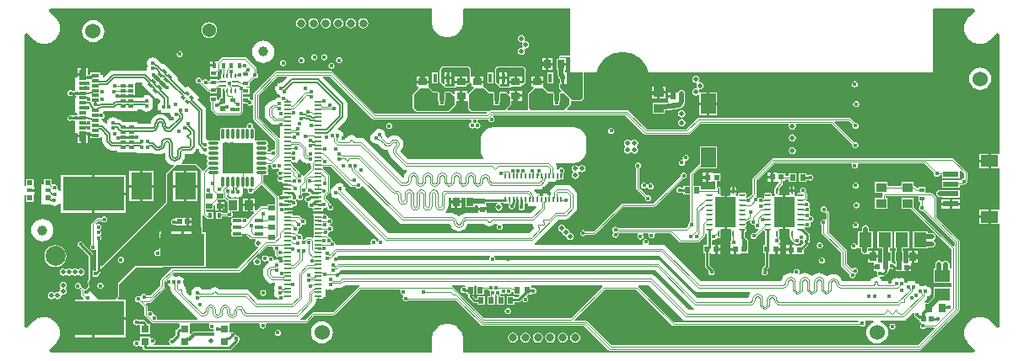
<source format=gbl>
G04*
G04 #@! TF.GenerationSoftware,Altium Limited,Altium Designer,20.0.13 (296)*
G04*
G04 Layer_Physical_Order=6*
G04 Layer_Color=16711680*
%FSLAX44Y44*%
%MOMM*%
G71*
G01*
G75*
%ADD14R,0.9000X1.0000*%
%ADD15R,0.5500X0.4500*%
%ADD16R,0.4500X0.5500*%
%ADD18R,0.5200X0.5200*%
%ADD21R,0.6500X0.5500*%
%ADD22R,1.0000X0.9000*%
%ADD23R,0.6200X0.6200*%
%ADD25R,0.5500X0.6500*%
%ADD26R,0.6200X0.6200*%
%ADD37R,0.7000X0.9000*%
%ADD38R,0.5200X0.5200*%
%ADD39R,0.9000X0.7000*%
%ADD42R,1.3000X1.5000*%
%ADD43R,1.5000X1.3000*%
%ADD99C,0.1386*%
%ADD100C,0.1016*%
%ADD101C,1.0000*%
%ADD104C,0.2540*%
%ADD105C,0.5000*%
%ADD106C,0.1270*%
%ADD108C,0.3000*%
%ADD109C,2.0000*%
%ADD111C,1.5240*%
%ADD112O,0.4064X0.4060*%
%ADD113O,1.9000X1.1000*%
%ADD114O,2.4000X1.1000*%
%ADD115C,0.8000*%
%ADD116R,0.8000X0.8000*%
%ADD117R,1.3680X1.3680*%
%ADD118C,1.3680*%
%ADD119C,0.4064*%
%ADD120C,0.5080*%
%ADD121R,6.2000X3.5000*%
%ADD122R,4.4000X3.3000*%
%ADD123R,0.3600X0.3200*%
%ADD124R,0.3200X0.3600*%
G04:AMPARAMS|DCode=125|XSize=0.32mm|YSize=0.36mm|CornerRadius=0mm|HoleSize=0mm|Usage=FLASHONLY|Rotation=225.000|XOffset=0mm|YOffset=0mm|HoleType=Round|Shape=Rectangle|*
%AMROTATEDRECTD125*
4,1,4,-0.0141,0.2404,0.2404,-0.0141,0.0141,-0.2404,-0.2404,0.0141,-0.0141,0.2404,0.0*
%
%ADD125ROTATEDRECTD125*%

%ADD126R,0.4000X0.9000*%
%ADD127R,0.7000X0.1800*%
%ADD128R,0.6000X0.6000*%
%ADD129R,0.6000X0.4000*%
%ADD130O,1.1500X0.3000*%
%ADD131O,0.3000X1.1500*%
%ADD132R,3.1500X3.1500*%
G04:AMPARAMS|DCode=133|XSize=0.24mm|YSize=0.6mm|CornerRadius=0.06mm|HoleSize=0mm|Usage=FLASHONLY|Rotation=270.000|XOffset=0mm|YOffset=0mm|HoleType=Round|Shape=RoundedRectangle|*
%AMROUNDEDRECTD133*
21,1,0.2400,0.4800,0,0,270.0*
21,1,0.1200,0.6000,0,0,270.0*
1,1,0.1200,-0.2400,-0.0600*
1,1,0.1200,-0.2400,0.0600*
1,1,0.1200,0.2400,0.0600*
1,1,0.1200,0.2400,-0.0600*
%
%ADD133ROUNDEDRECTD133*%
G04:AMPARAMS|DCode=134|XSize=0.25mm|YSize=0.65mm|CornerRadius=0.0625mm|HoleSize=0mm|Usage=FLASHONLY|Rotation=180.000|XOffset=0mm|YOffset=0mm|HoleType=Round|Shape=RoundedRectangle|*
%AMROUNDEDRECTD134*
21,1,0.2500,0.5250,0,0,180.0*
21,1,0.1250,0.6500,0,0,180.0*
1,1,0.1250,-0.0625,0.2625*
1,1,0.1250,0.0625,0.2625*
1,1,0.1250,0.0625,-0.2625*
1,1,0.1250,-0.0625,-0.2625*
%
%ADD134ROUNDEDRECTD134*%
G04:AMPARAMS|DCode=135|XSize=2.05mm|YSize=3.05mm|CornerRadius=0.0513mm|HoleSize=0mm|Usage=FLASHONLY|Rotation=0.000|XOffset=0mm|YOffset=0mm|HoleType=Round|Shape=RoundedRectangle|*
%AMROUNDEDRECTD135*
21,1,2.0500,2.9475,0,0,0.0*
21,1,1.9475,3.0500,0,0,0.0*
1,1,0.1025,0.9738,-1.4738*
1,1,0.1025,-0.9738,-1.4738*
1,1,0.1025,-0.9738,1.4738*
1,1,0.1025,0.9738,1.4738*
%
%ADD135ROUNDEDRECTD135*%
%ADD136R,0.5500X0.3000*%
%ADD137R,0.5500X0.4000*%
%ADD138R,1.5500X0.6000*%
%ADD139R,1.8000X1.2000*%
G04:AMPARAMS|DCode=140|XSize=0.4mm|YSize=0.9mm|CornerRadius=0.1mm|HoleSize=0mm|Usage=FLASHONLY|Rotation=270.000|XOffset=0mm|YOffset=0mm|HoleType=Round|Shape=RoundedRectangle|*
%AMROUNDEDRECTD140*
21,1,0.4000,0.7000,0,0,270.0*
21,1,0.2000,0.9000,0,0,270.0*
1,1,0.2000,-0.3500,-0.1000*
1,1,0.2000,-0.3500,0.1000*
1,1,0.2000,0.3500,0.1000*
1,1,0.2000,0.3500,-0.1000*
%
%ADD140ROUNDEDRECTD140*%
%ADD141R,2.1590X2.7430*%
%ADD142R,0.7000X1.0000*%
%ADD143R,0.7000X0.3000*%
%ADD144R,1.5000X2.0000*%
G04:AMPARAMS|DCode=145|XSize=0.3mm|YSize=0.55mm|CornerRadius=0mm|HoleSize=0mm|Usage=FLASHONLY|Rotation=45.000|XOffset=0mm|YOffset=0mm|HoleType=Round|Shape=Rectangle|*
%AMROTATEDRECTD145*
4,1,4,0.0884,-0.3005,-0.3005,0.0884,-0.0884,0.3005,0.3005,-0.0884,0.0884,-0.3005,0.0*
%
%ADD145ROTATEDRECTD145*%

G04:AMPARAMS|DCode=146|XSize=0.4mm|YSize=0.55mm|CornerRadius=0mm|HoleSize=0mm|Usage=FLASHONLY|Rotation=45.000|XOffset=0mm|YOffset=0mm|HoleType=Round|Shape=Rectangle|*
%AMROTATEDRECTD146*
4,1,4,0.0530,-0.3359,-0.3359,0.0530,-0.0530,0.3359,0.3359,-0.0530,0.0530,-0.3359,0.0*
%
%ADD146ROTATEDRECTD146*%

G04:AMPARAMS|DCode=147|XSize=0.2mm|YSize=0.7mm|CornerRadius=0.05mm|HoleSize=0mm|Usage=FLASHONLY|Rotation=270.000|XOffset=0mm|YOffset=0mm|HoleType=Round|Shape=RoundedRectangle|*
%AMROUNDEDRECTD147*
21,1,0.2000,0.6000,0,0,270.0*
21,1,0.1000,0.7000,0,0,270.0*
1,1,0.1000,-0.3000,-0.0500*
1,1,0.1000,-0.3000,0.0500*
1,1,0.1000,0.3000,0.0500*
1,1,0.1000,0.3000,-0.0500*
%
%ADD147ROUNDEDRECTD147*%
G04:AMPARAMS|DCode=148|XSize=0.2mm|YSize=0.5mm|CornerRadius=0.05mm|HoleSize=0mm|Usage=FLASHONLY|Rotation=180.000|XOffset=0mm|YOffset=0mm|HoleType=Round|Shape=RoundedRectangle|*
%AMROUNDEDRECTD148*
21,1,0.2000,0.4000,0,0,180.0*
21,1,0.1000,0.5000,0,0,180.0*
1,1,0.1000,-0.0500,0.2000*
1,1,0.1000,0.0500,0.2000*
1,1,0.1000,0.0500,-0.2000*
1,1,0.1000,-0.0500,-0.2000*
%
%ADD148ROUNDEDRECTD148*%
%ADD149R,0.2200X0.5000*%
%ADD150C,0.1040*%
%ADD151C,0.1580*%
%ADD152C,1.0000*%
%ADD153C,0.3048*%
%ADD154C,0.1524*%
%ADD155C,0.2500*%
%ADD156C,5.3000*%
G36*
X-102125Y67961D02*
X-102125Y54914D01*
X-102111Y54848D01*
X-102120Y54781D01*
X-102003Y52986D01*
X-101951Y52792D01*
X-101938Y52592D01*
X-101009Y49125D01*
X-100891Y48885D01*
X-100805Y48633D01*
X-99010Y45524D01*
X-98834Y45324D01*
X-98686Y45102D01*
X-96148Y42564D01*
X-95926Y42416D01*
X-95725Y42240D01*
X-92617Y40445D01*
X-92364Y40359D01*
X-92125Y40241D01*
X-88658Y39313D01*
X-88392Y39295D01*
X-88130Y39243D01*
X-84541D01*
X-84279Y39295D01*
X-84013Y39312D01*
X-80546Y40241D01*
X-80307Y40360D01*
X-80054Y40445D01*
X-76946Y42240D01*
X-76745Y42416D01*
X-76523Y42564D01*
X-73985Y45102D01*
X-73837Y45324D01*
X-73661Y45524D01*
X-71866Y48633D01*
X-71781Y48885D01*
X-71663Y49125D01*
X-70734Y52592D01*
X-70721Y52792D01*
X-70669Y52986D01*
X-70551Y54781D01*
X-70560Y54848D01*
X-70546Y54914D01*
X-70546Y67063D01*
X-69648Y67961D01*
X37000Y67956D01*
Y20352D01*
X27238Y20352D01*
X27136Y20310D01*
X27027Y20332D01*
X27026Y20331D01*
X26764Y20156D01*
X26491Y20043D01*
X26472Y20035D01*
X26472Y20034D01*
X26430Y19933D01*
X26338Y19871D01*
X26338Y19871D01*
X26238Y19721D01*
X26238Y19721D01*
X26206Y19561D01*
X26102Y19434D01*
X26128Y19170D01*
X26076Y18910D01*
X26076Y18909D01*
X26167Y18773D01*
X26167Y18770D01*
X26041Y18334D01*
X25541Y17500D01*
X23500D01*
Y6500D01*
X24431D01*
Y1332D01*
X24703Y-33D01*
X25477Y-1191D01*
X26112Y-1826D01*
Y-1848D01*
X26384Y-3214D01*
X26681Y-3658D01*
Y-6898D01*
X26235Y-7083D01*
X25917Y-7848D01*
X25917Y-11639D01*
X26235Y-12404D01*
X26235Y-12405D01*
X28537Y-14707D01*
X28051Y-15881D01*
X26749D01*
X25984Y-16198D01*
X25667Y-16963D01*
Y-17848D01*
X24451D01*
Y-23848D01*
X21911D01*
Y-17848D01*
X20695D01*
Y-16963D01*
X20378Y-16198D01*
X19612Y-15881D01*
X15173D01*
X10988Y-11695D01*
X10763Y-11602D01*
X10100Y-11005D01*
X9838Y-10205D01*
Y-7039D01*
X3839D01*
X-2162D01*
Y-10769D01*
X-306D01*
X-301Y-10775D01*
X184Y-12039D01*
X-5408Y-17601D01*
X-5408Y-17603D01*
X-5410Y-17603D01*
X-5569Y-17986D01*
X-5727Y-18366D01*
X-5726Y-18367D01*
X-5727Y-18369D01*
X-5727Y-31021D01*
X-5826Y-31519D01*
X-5727Y-32017D01*
Y-32025D01*
X-5727Y-32025D01*
X-5724Y-32032D01*
X-5585Y-32732D01*
X-5811Y-33386D01*
X-6140Y-34002D01*
X-25704D01*
X-26190Y-32829D01*
X-22701Y-29339D01*
X-22384Y-28574D01*
Y-24769D01*
X-18986D01*
Y-19769D01*
Y-14769D01*
X-23716D01*
Y-17688D01*
X-24890Y-18174D01*
X-26866Y-16198D01*
X-27631Y-15881D01*
X-33206D01*
X-33971Y-16198D01*
X-34288Y-16963D01*
Y-17848D01*
X-35505D01*
Y-23848D01*
X-38045D01*
Y-17848D01*
X-39261D01*
Y-16963D01*
X-39578Y-16198D01*
X-40343Y-15881D01*
X-44782D01*
X-48967Y-11695D01*
X-49257Y-11575D01*
X-49859Y-11056D01*
X-50192Y-10205D01*
Y-7039D01*
X-56192D01*
Y-5769D01*
X-57462D01*
Y-769D01*
X-61816D01*
X-62192Y-769D01*
X-63086Y131D01*
X-63086Y4427D01*
X-62979Y4586D01*
X-62705Y5968D01*
X-62979Y7349D01*
X-63762Y8520D01*
X-64933Y9302D01*
X-65651Y9445D01*
X-66305Y9716D01*
X-90962Y9716D01*
X-91727Y9399D01*
X-93797Y7329D01*
X-93797Y7329D01*
X-94114Y6564D01*
Y-5299D01*
X-93797Y-6064D01*
X-91144Y-8717D01*
X-90911Y-8821D01*
X-90751Y-8968D01*
X-90271Y-9448D01*
X-90111Y-9622D01*
X-90020Y-9841D01*
X-88648Y-11213D01*
X-87883Y-11530D01*
X-78674D01*
X-77908Y-11213D01*
X-77591Y-10448D01*
Y-10269D01*
X-67174D01*
Y-8705D01*
X-65915Y-8198D01*
X-65904Y-8198D01*
X-65699D01*
X-65500Y-8280D01*
X-65301Y-8198D01*
X-65086D01*
X-64934Y-8045D01*
X-64735Y-7963D01*
X-63462Y-6690D01*
X-63160Y-6710D01*
X-62192Y-7027D01*
Y-10769D01*
X-60262D01*
X-60257Y-10775D01*
X-59771Y-12039D01*
X-65363Y-17601D01*
X-65364Y-17603D01*
X-65365Y-17603D01*
X-65404Y-17696D01*
X-66674Y-17443D01*
Y-14769D01*
X-71404D01*
Y-19769D01*
Y-24769D01*
X-66952D01*
X-65682Y-25442D01*
Y-31021D01*
X-65781Y-31519D01*
X-65682Y-32017D01*
Y-32025D01*
X-65682Y-32025D01*
X-65679Y-32032D01*
X-65507Y-32900D01*
X-64724Y-34071D01*
X-63553Y-34853D01*
X-63239Y-34916D01*
X-62573Y-35582D01*
X-61808Y-35899D01*
X-47285Y-35899D01*
X-46746Y-37119D01*
X-47300Y-37812D01*
X-159137D01*
X-201601Y4652D01*
X-202755Y5130D01*
X-258239D01*
X-259394Y4652D01*
X-280706Y-16660D01*
X-281184Y-17814D01*
Y-24018D01*
X-282092Y-24382D01*
X-282454Y-24457D01*
X-283392Y-23830D01*
X-284575Y-23595D01*
X-285208Y-22516D01*
Y-20830D01*
X-291583D01*
Y-18329D01*
X-285208D01*
Y-11830D01*
X-288776D01*
X-288788Y-11803D01*
X-287984Y-10533D01*
X-285132D01*
Y-6342D01*
X-280582Y-1792D01*
X-279509Y-2005D01*
X-278326Y-1770D01*
X-277323Y-1100D01*
X-276653Y-97D01*
X-276418Y1086D01*
X-276653Y2269D01*
X-277323Y3272D01*
X-277877Y3642D01*
Y7388D01*
X-278355Y8543D01*
X-288489Y18676D01*
X-289643Y19154D01*
X-311747D01*
X-312901Y18676D01*
X-313956Y17622D01*
X-314147Y17543D01*
X-315848Y15841D01*
X-316716Y15032D01*
Y15032D01*
X-316716Y15032D01*
X-319196D01*
Y10782D01*
X-320466D01*
Y9512D01*
X-324216D01*
Y6532D01*
X-324900Y6016D01*
X-324900D01*
Y-484D01*
X-317400D01*
Y3708D01*
X-314927Y6181D01*
X-314575Y7032D01*
X-312975D01*
Y3295D01*
X-312991Y3288D01*
X-313466Y2140D01*
Y-1860D01*
X-313422Y-1966D01*
X-314271Y-3236D01*
X-314843D01*
X-315991Y-3711D01*
X-315997Y-3727D01*
X-317400D01*
Y-2984D01*
X-324900D01*
Y-4368D01*
X-326444D01*
X-326814Y-3814D01*
X-327817Y-3144D01*
X-329000Y-2909D01*
X-330183Y-3144D01*
X-331186Y-3814D01*
X-331547Y-4355D01*
X-331778Y-4426D01*
X-332985Y-3821D01*
X-333094Y-3277D01*
X-333764Y-2274D01*
X-334767Y-1604D01*
X-335950Y-1369D01*
X-337133Y-1604D01*
X-338136Y-2274D01*
X-338806Y-3277D01*
X-339041Y-4460D01*
X-338806Y-5643D01*
X-338136Y-6646D01*
X-337133Y-7316D01*
X-335950Y-7551D01*
X-334960Y-7355D01*
X-327154Y-15161D01*
X-326000Y-15639D01*
X-324961D01*
Y-17257D01*
X-317461D01*
Y-12565D01*
X-315929Y-11033D01*
X-314843Y-11483D01*
X-314270D01*
X-313422Y-12753D01*
X-313466Y-12860D01*
Y-13900D01*
X-313586Y-14079D01*
X-313762Y-14965D01*
Y-21400D01*
X-315600D01*
Y-23610D01*
X-316191Y-24064D01*
X-317461Y-23438D01*
Y-19757D01*
X-324961D01*
Y-26257D01*
X-323743D01*
Y-33360D01*
X-323265Y-34514D01*
X-319215Y-38563D01*
X-318061Y-39042D01*
X-295126D01*
X-293972Y-38563D01*
X-292061Y-36653D01*
X-291583Y-35499D01*
Y-27329D01*
X-288201D01*
X-287978Y-27374D01*
X-287574D01*
X-287519Y-27428D01*
X-287431Y-27870D01*
X-286761Y-28872D01*
X-285758Y-29543D01*
X-284575Y-29778D01*
X-283392Y-29543D01*
X-282454Y-28916D01*
X-282092Y-28991D01*
X-281184Y-29355D01*
Y-43171D01*
X-280706Y-44325D01*
X-259572Y-65459D01*
Y-73591D01*
X-260842Y-74409D01*
X-261480Y-74282D01*
X-262663Y-74518D01*
X-263666Y-75188D01*
X-264025Y-75725D01*
X-266806D01*
X-266858Y-75646D01*
X-266919Y-75495D01*
Y-74159D01*
X-266367Y-73333D01*
X-266173Y-72357D01*
X-266367Y-71382D01*
X-266919Y-70555D01*
Y-69160D01*
X-266367Y-68333D01*
X-266173Y-67357D01*
X-266367Y-66382D01*
X-266919Y-65555D01*
X-267746Y-65002D01*
X-268722Y-64809D01*
X-277222D01*
X-278197Y-65002D01*
X-278452Y-65173D01*
X-279722Y-65107D01*
X-279787Y-63837D01*
X-279617Y-63583D01*
X-279423Y-62607D01*
Y-54107D01*
X-279617Y-53132D01*
X-280170Y-52305D01*
X-280996Y-51752D01*
X-281415Y-50374D01*
X-281380Y-50198D01*
X-281616Y-49015D01*
X-282286Y-48012D01*
X-283289Y-47342D01*
X-284472Y-47106D01*
X-285655Y-47342D01*
X-286658Y-48012D01*
X-287328Y-49015D01*
X-287563Y-50198D01*
X-287528Y-50374D01*
X-287947Y-51752D01*
X-288774Y-52305D01*
X-290170D01*
X-290996Y-51752D01*
X-291972Y-51558D01*
X-292947Y-51752D01*
X-293774Y-52305D01*
X-295169D01*
X-295996Y-51752D01*
X-296972Y-51558D01*
X-297947Y-51752D01*
X-298774Y-52305D01*
X-300170D01*
X-300996Y-51752D01*
X-301972Y-51558D01*
X-302947Y-51752D01*
X-303774Y-52305D01*
X-305169D01*
X-305996Y-51752D01*
X-306971Y-51558D01*
X-307947Y-51752D01*
X-308774Y-52305D01*
X-310169D01*
X-310996Y-51752D01*
X-311972Y-51558D01*
X-312947Y-51752D01*
X-313774Y-52305D01*
X-314327Y-53132D01*
X-314521Y-54107D01*
Y-62607D01*
X-314327Y-63583D01*
X-314157Y-63837D01*
X-314222Y-65107D01*
X-315492Y-65173D01*
X-315746Y-65002D01*
X-316721Y-64809D01*
X-325221D01*
X-325613Y-64886D01*
X-325888Y-64474D01*
X-327821Y-63183D01*
X-328752Y-62997D01*
Y-33975D01*
X-329101Y-32218D01*
X-330097Y-30728D01*
X-337509Y-23316D01*
X-335669Y-21476D01*
X-343603Y-13542D01*
X-347563Y-9582D01*
X-349403Y-11422D01*
X-357096Y-3730D01*
X-357123Y-3711D01*
X-357402Y-2194D01*
X-356778Y-1570D01*
X-366055Y7707D01*
X-371571Y13222D01*
X-372748Y12045D01*
X-374507Y13804D01*
X-375997Y14799D01*
X-376540Y14907D01*
X-376609Y15252D01*
X-377900Y17184D01*
X-379832Y18475D01*
X-382112Y18929D01*
X-384391Y18475D01*
X-386324Y17184D01*
X-387615Y15252D01*
X-388068Y12972D01*
X-387615Y10693D01*
X-387353Y10301D01*
X-387503Y10076D01*
X-387957Y7796D01*
X-387691Y6463D01*
X-388774Y5394D01*
X-389719Y5583D01*
X-422059D01*
X-423816Y5233D01*
X-425306Y4238D01*
X-430578Y-1035D01*
X-432368D01*
Y856D01*
X-434678D01*
Y3546D01*
X-444678D01*
Y856D01*
X-446988D01*
X-447678Y1840D01*
Y8045D01*
X-451408D01*
Y1546D01*
X-452678D01*
Y276D01*
X-457678D01*
Y-1645D01*
X-459988D01*
Y-14525D01*
X-460345Y-14763D01*
X-462531D01*
X-463403Y-14181D01*
X-464586Y-13945D01*
X-465769Y-14181D01*
X-466772Y-14851D01*
X-467442Y-15854D01*
X-467677Y-17037D01*
X-467442Y-18220D01*
X-466772Y-19223D01*
X-465769Y-19893D01*
X-464586Y-20128D01*
X-463403Y-19893D01*
X-462654Y-19392D01*
X-460409D01*
X-459566Y-19955D01*
X-459386Y-19991D01*
X-458568Y-21424D01*
X-458651Y-21644D01*
X-459988D01*
Y-32264D01*
Y-37264D01*
X-458169D01*
X-457925Y-37998D01*
X-458753Y-38928D01*
X-458891Y-39005D01*
X-459990Y-39223D01*
X-460707Y-39702D01*
X-463016D01*
X-463826Y-39161D01*
X-465009Y-38925D01*
X-466192Y-39161D01*
X-467195Y-39831D01*
X-467865Y-40834D01*
X-468101Y-42017D01*
X-467865Y-43200D01*
X-467195Y-44203D01*
X-466192Y-44873D01*
X-465009Y-45108D01*
X-463826Y-44873D01*
X-463016Y-44331D01*
X-460894D01*
X-459990Y-44935D01*
X-459988Y-44936D01*
Y-57264D01*
X-457678D01*
Y-59184D01*
X-452678D01*
Y-60455D01*
X-451408D01*
Y-66954D01*
X-447678D01*
Y-60749D01*
X-446988Y-59764D01*
X-444678D01*
Y-62455D01*
X-434678D01*
Y-60992D01*
X-433547Y-60524D01*
X-432592Y-61309D01*
Y-65757D01*
X-432242Y-67514D01*
X-431247Y-69003D01*
X-426856Y-73394D01*
X-425366Y-74389D01*
X-423609Y-74739D01*
X-418051D01*
Y-76629D01*
X-410251D01*
Y-76629D01*
X-398410D01*
Y-77099D01*
X-382489D01*
X-382341Y-77247D01*
X-380852Y-78242D01*
X-379094Y-78591D01*
X-375972D01*
X-375925Y-78582D01*
X-373400Y-78250D01*
X-371003Y-77257D01*
X-370967Y-77229D01*
X-369828Y-77790D01*
Y-79812D01*
X-369818Y-79860D01*
X-369486Y-82384D01*
X-368493Y-84781D01*
X-366914Y-86840D01*
X-364855Y-88419D01*
X-362459Y-89412D01*
X-361351Y-89557D01*
X-360896Y-90898D01*
X-368222Y-98224D01*
X-368539Y-98989D01*
Y-126769D01*
X-433124Y-191354D01*
X-434297Y-190868D01*
Y-164617D01*
X-433756Y-163806D01*
X-433520Y-162623D01*
X-433756Y-161440D01*
X-434426Y-160437D01*
Y-159376D01*
X-433756Y-158373D01*
X-433520Y-157190D01*
X-433756Y-156007D01*
X-434426Y-155005D01*
Y-153944D01*
X-433756Y-152941D01*
X-433520Y-151758D01*
X-433756Y-150575D01*
X-434426Y-149572D01*
X-435429Y-148902D01*
X-436612Y-148667D01*
X-437795Y-148902D01*
X-438133Y-149128D01*
X-439570Y-148616D01*
X-439595Y-148516D01*
X-437109Y-146030D01*
X-432934D01*
X-432765Y-146284D01*
X-431762Y-146954D01*
X-430578Y-147190D01*
X-429395Y-146954D01*
X-428393Y-146284D01*
X-427722Y-145281D01*
X-427487Y-144098D01*
X-427722Y-142915D01*
X-428393Y-141912D01*
X-429395Y-141242D01*
X-430578Y-141007D01*
X-431762Y-141242D01*
X-432765Y-141912D01*
X-433335Y-142766D01*
X-437785D01*
X-438939Y-143244D01*
X-443139Y-147444D01*
X-443617Y-148598D01*
Y-169473D01*
X-444171Y-169843D01*
X-444841Y-170846D01*
X-445077Y-172029D01*
X-444841Y-173212D01*
X-444171Y-174215D01*
X-443168Y-174885D01*
X-441985Y-175121D01*
X-440802Y-174885D01*
X-440196Y-174480D01*
X-438969Y-175002D01*
X-438926Y-175043D01*
Y-195103D01*
X-439721Y-195898D01*
X-440677Y-196088D01*
X-440740Y-196130D01*
X-442010Y-195451D01*
Y-179528D01*
X-442186Y-178642D01*
X-442688Y-177892D01*
X-451343Y-169236D01*
X-451301Y-169024D01*
X-451536Y-167841D01*
X-452206Y-166838D01*
X-453209Y-166168D01*
X-454392Y-165932D01*
X-455575Y-166168D01*
X-456578Y-166838D01*
X-457248Y-167841D01*
X-457484Y-169024D01*
X-457248Y-170207D01*
X-456578Y-171210D01*
X-455575Y-171880D01*
X-455164Y-171961D01*
X-446639Y-180487D01*
Y-204869D01*
X-447452Y-205682D01*
X-447769Y-206447D01*
Y-208323D01*
X-447726Y-208425D01*
X-447748Y-208534D01*
X-447572Y-208797D01*
X-447452Y-209088D01*
X-447349Y-209131D01*
X-447287Y-209223D01*
X-447221Y-209267D01*
X-446790Y-209912D01*
X-446639Y-210672D01*
Y-210674D01*
X-446790Y-211434D01*
X-447221Y-212078D01*
X-447287Y-212123D01*
X-447349Y-212215D01*
X-447452Y-212257D01*
X-447526Y-212437D01*
X-449274Y-214186D01*
X-450231Y-214376D01*
X-451708Y-214081D01*
X-454250Y-211538D01*
X-454120Y-210885D01*
X-454355Y-209702D01*
X-455025Y-208699D01*
X-456028Y-208029D01*
X-457211Y-207794D01*
X-458394Y-208029D01*
X-459397Y-208699D01*
X-460067Y-209702D01*
X-460303Y-210885D01*
X-460067Y-212068D01*
X-459397Y-213071D01*
X-458394Y-213741D01*
X-457211Y-213977D01*
X-456558Y-213847D01*
X-454494Y-215911D01*
Y-219472D01*
X-454016Y-220626D01*
X-451412Y-223230D01*
X-451938Y-224500D01*
X-459914D01*
Y-242230D01*
X-441750D01*
X-409250D01*
Y-224500D01*
X-416838D01*
X-417324Y-223327D01*
X-416387Y-222389D01*
X-416070Y-221624D01*
Y-209417D01*
X-398915Y-192262D01*
X-372619D01*
X-371300Y-192000D01*
X-329250D01*
Y-157000D01*
X-332146D01*
Y-153965D01*
X-332405Y-152667D01*
Y-140321D01*
X-331135Y-139909D01*
X-329086Y-141957D01*
X-327932Y-142435D01*
X-327868D01*
Y-143917D01*
X-321368D01*
Y-136417D01*
X-327760D01*
X-328585Y-135444D01*
X-328421Y-134251D01*
X-321264D01*
Y-129640D01*
X-320725Y-129235D01*
X-319455Y-129869D01*
Y-134685D01*
X-315975D01*
Y-130435D01*
Y-126185D01*
X-316901D01*
X-317375Y-125076D01*
X-316641Y-124185D01*
X-310455D01*
Y-124185D01*
X-309585Y-123825D01*
X-307166Y-126244D01*
X-307019Y-126305D01*
Y-135582D01*
X-307019Y-135582D01*
X-307020D01*
X-307186Y-136814D01*
X-307856Y-137817D01*
X-307883Y-137951D01*
X-312367D01*
Y-136417D01*
X-318867D01*
Y-143917D01*
X-312367D01*
Y-141215D01*
X-307142D01*
X-306183Y-141856D01*
X-305000Y-142091D01*
X-303817Y-141856D01*
X-302814Y-141186D01*
X-302144Y-140183D01*
X-301909Y-139000D01*
X-302144Y-137817D01*
X-302432Y-137386D01*
Y-135582D01*
X-296019D01*
Y-123582D01*
X-305211D01*
X-308137Y-120655D01*
X-308035Y-119878D01*
X-306713Y-119570D01*
X-306102Y-120485D01*
X-304169Y-121776D01*
X-301890Y-122229D01*
X-299611Y-121776D01*
X-299341Y-121596D01*
X-299105Y-121754D01*
X-296826Y-122207D01*
X-294547Y-121754D01*
X-292614Y-120463D01*
X-291323Y-118530D01*
X-290870Y-116251D01*
X-291323Y-113971D01*
X-290355Y-113134D01*
X-289809Y-112770D01*
X-288267Y-112748D01*
X-287947Y-112962D01*
X-287479Y-113055D01*
X-287380Y-113112D01*
X-286631Y-114118D01*
X-286543Y-114366D01*
X-286641Y-114856D01*
X-286405Y-116039D01*
X-285735Y-117042D01*
X-284732Y-117712D01*
X-283549Y-117947D01*
X-282366Y-117712D01*
X-281363Y-117042D01*
X-280693Y-116039D01*
X-280667Y-115905D01*
X-280635D01*
X-279481Y-115427D01*
X-272972Y-108918D01*
X-259450Y-122439D01*
Y-128759D01*
X-267242D01*
Y-130876D01*
X-273075D01*
X-274230Y-131354D01*
X-278249Y-135374D01*
X-279519Y-134848D01*
Y-130852D01*
X-284249D01*
Y-136082D01*
X-280753D01*
X-280227Y-137352D01*
X-285278Y-142403D01*
X-285701Y-143424D01*
X-286246Y-143623D01*
X-287026Y-143727D01*
X-287387Y-143188D01*
X-288390Y-142517D01*
X-289573Y-142282D01*
X-290756Y-142517D01*
X-291237Y-142839D01*
X-292687Y-142956D01*
X-293348Y-142514D01*
X-294128Y-142358D01*
X-301129D01*
X-301909Y-142514D01*
X-302570Y-142956D01*
X-303012Y-143617D01*
X-303168Y-144398D01*
Y-146397D01*
X-303012Y-147178D01*
X-302570Y-147839D01*
X-302444Y-147924D01*
Y-149371D01*
X-302570Y-149456D01*
X-303012Y-150118D01*
X-303168Y-150898D01*
Y-152898D01*
X-303012Y-153678D01*
X-302570Y-154340D01*
X-302444Y-154424D01*
Y-155872D01*
X-302570Y-155956D01*
X-303012Y-156617D01*
X-303168Y-157398D01*
Y-159398D01*
X-303012Y-160178D01*
X-302570Y-160840D01*
X-301909Y-161282D01*
X-301129Y-161437D01*
X-294128D01*
X-293348Y-161282D01*
X-292687Y-160840D01*
X-292244Y-160178D01*
X-292215Y-160030D01*
X-287992D01*
X-284576Y-163447D01*
X-283422Y-163925D01*
X-279056D01*
X-278671Y-165195D01*
X-278916Y-165358D01*
X-279698Y-166529D01*
X-279973Y-167910D01*
X-279698Y-169291D01*
X-278916Y-170462D01*
X-277745Y-171245D01*
X-276518Y-171489D01*
X-276202Y-172017D01*
X-275969Y-172736D01*
X-296590Y-193357D01*
X-362062D01*
X-363216Y-193835D01*
X-373889Y-204508D01*
X-374367Y-205662D01*
Y-210466D01*
X-384342Y-220441D01*
X-388320D01*
X-388690Y-219887D01*
X-389693Y-219217D01*
X-390876Y-218981D01*
X-392059Y-219217D01*
X-393062Y-219887D01*
X-393732Y-220890D01*
X-393766Y-221062D01*
X-393776Y-221071D01*
X-395157Y-221544D01*
X-395626Y-221230D01*
X-396809Y-220995D01*
X-397992Y-221230D01*
X-398995Y-221900D01*
X-399665Y-222903D01*
X-399900Y-224086D01*
X-399665Y-225269D01*
X-398995Y-226272D01*
X-397992Y-226942D01*
X-396809Y-227178D01*
X-396156Y-227048D01*
X-390704Y-232499D01*
Y-239944D01*
X-390226Y-241098D01*
X-383311Y-248014D01*
X-382157Y-248492D01*
X-355926D01*
X-355000Y-249322D01*
X-355000Y-249762D01*
Y-252813D01*
X-355385D01*
X-356271Y-252989D01*
X-357022Y-253491D01*
X-358481Y-254949D01*
X-358982Y-255700D01*
X-359159Y-256586D01*
Y-260016D01*
X-362878Y-263735D01*
X-363834Y-263925D01*
X-364837Y-264596D01*
X-365507Y-265599D01*
X-365742Y-266782D01*
X-365507Y-267964D01*
X-364837Y-268967D01*
X-364028Y-269508D01*
X-364086Y-270347D01*
X-364240Y-270778D01*
X-381575D01*
X-381700Y-269508D01*
X-381238Y-269416D01*
X-380235Y-268746D01*
X-379565Y-267743D01*
X-379330Y-266560D01*
X-379565Y-265377D01*
X-380235Y-264374D01*
X-381238Y-263704D01*
X-382421Y-263468D01*
X-383604Y-263704D01*
X-383730Y-263788D01*
X-385000Y-263109D01*
Y-261822D01*
X-395000D01*
Y-266144D01*
X-395982Y-266513D01*
X-396270Y-266570D01*
X-397224Y-265933D01*
X-398407Y-265697D01*
X-399590Y-265933D01*
X-400593Y-266603D01*
X-401263Y-267606D01*
X-401498Y-268789D01*
X-401263Y-269972D01*
X-400593Y-270975D01*
X-399590Y-271645D01*
X-398407Y-271880D01*
X-397224Y-271645D01*
X-396270Y-271007D01*
X-395982Y-271064D01*
X-395000Y-271433D01*
Y-271822D01*
X-392314D01*
Y-273092D01*
X-392138Y-273978D01*
X-391637Y-274729D01*
X-390886Y-275231D01*
X-390000Y-275407D01*
X-305060D01*
X-304174Y-275231D01*
X-303423Y-274729D01*
X-296372Y-267678D01*
X-295871Y-266927D01*
X-295695Y-266042D01*
Y-265977D01*
X-295153Y-265167D01*
X-294918Y-263984D01*
X-295153Y-262801D01*
X-295823Y-261798D01*
X-296826Y-261127D01*
X-297703Y-260953D01*
X-298090Y-260808D01*
X-299046Y-259804D01*
X-299143Y-259316D01*
X-299813Y-258314D01*
X-300816Y-257643D01*
X-301999Y-257408D01*
X-303182Y-257643D01*
X-303730Y-258009D01*
X-305000Y-257421D01*
Y-249762D01*
X-305000Y-249322D01*
X-304074Y-248492D01*
X-275205D01*
X-274524Y-249759D01*
X-274759Y-250942D01*
X-274524Y-252125D01*
X-273854Y-253128D01*
X-272851Y-253798D01*
X-271668Y-254033D01*
X-270485Y-253798D01*
X-269482Y-253128D01*
X-268812Y-252125D01*
X-268576Y-250942D01*
X-268812Y-249759D01*
X-268131Y-248492D01*
X-228493D01*
X-227339Y-248014D01*
X-220253Y-240928D01*
X-200619D01*
X-199465Y-240450D01*
X-173860Y-214845D01*
X-133893D01*
X-133187Y-216066D01*
X-133193Y-216115D01*
X-133420Y-217254D01*
X-133185Y-218437D01*
X-132515Y-219440D01*
X-131512Y-220110D01*
X-130702Y-220271D01*
X-130320Y-221514D01*
X-130320Y-221543D01*
X-130383Y-221586D01*
X-131053Y-222589D01*
X-131289Y-223772D01*
X-131053Y-224955D01*
X-130383Y-225958D01*
X-129380Y-226628D01*
X-128197Y-226863D01*
X-127014Y-226628D01*
X-126011Y-225958D01*
X-125641Y-225404D01*
X-77757D01*
X-52417Y-250744D01*
X-51263Y-251222D01*
X50784D01*
X75241Y-275678D01*
X76395Y-276156D01*
X387143D01*
X388298Y-275678D01*
X427430Y-236546D01*
X427908Y-235392D01*
Y-165961D01*
X427430Y-164806D01*
X404719Y-142096D01*
Y-122760D01*
X404241Y-121605D01*
X400391Y-117755D01*
X399237Y-117277D01*
X393778D01*
Y-111236D01*
X386278D01*
Y-112521D01*
X385008Y-112716D01*
X383024Y-110732D01*
X381869Y-110254D01*
X381697D01*
Y-106386D01*
X369697D01*
Y-110254D01*
X354999D01*
Y-106386D01*
X342999D01*
Y-117386D01*
X350058D01*
X350342Y-117715D01*
X350763Y-118656D01*
X350411Y-119504D01*
Y-122386D01*
X342999D01*
Y-133386D01*
X354999D01*
Y-122386D01*
X353676D01*
Y-120541D01*
X386278D01*
Y-126736D01*
X388396D01*
Y-130008D01*
X387842Y-130378D01*
X387172Y-131381D01*
X386937Y-132564D01*
X387172Y-133747D01*
X387842Y-134750D01*
X388845Y-135420D01*
X390028Y-135656D01*
X390681Y-135526D01*
X422627Y-167472D01*
Y-170711D01*
X421357Y-171237D01*
X381697Y-131578D01*
Y-122386D01*
X369697D01*
Y-133386D01*
X378975D01*
X379035Y-133532D01*
X419697Y-174194D01*
Y-192271D01*
X418780Y-193218D01*
X418779D01*
X417675Y-192339D01*
Y-189145D01*
X417716Y-188940D01*
X417441Y-187558D01*
X416659Y-186388D01*
X415488Y-185605D01*
X414107Y-185330D01*
X412725Y-185605D01*
X411554Y-186388D01*
X411328Y-186727D01*
X409800D01*
X409574Y-186388D01*
X408402Y-185605D01*
X407021Y-185330D01*
X405640Y-185605D01*
X404469Y-186388D01*
X403687Y-187558D01*
X403412Y-188940D01*
X403453Y-189145D01*
Y-193297D01*
X401879D01*
Y-208297D01*
X418427D01*
X418879Y-208297D01*
X419697Y-209229D01*
Y-211366D01*
X418879Y-212297D01*
X401879D01*
Y-222101D01*
X395903Y-228077D01*
X393145D01*
X392620Y-226807D01*
X395193Y-224234D01*
X396147Y-222806D01*
X396343Y-221818D01*
X397744Y-220882D01*
X399035Y-218950D01*
X399488Y-216670D01*
X399035Y-214391D01*
X397744Y-212459D01*
X395812Y-211167D01*
X393532Y-210714D01*
X391253Y-211167D01*
X391000Y-211336D01*
X390747Y-211167D01*
X388468Y-210714D01*
X387278Y-210951D01*
X387035Y-209731D01*
X385744Y-207799D01*
X383811Y-206507D01*
X381532Y-206054D01*
X379253Y-206507D01*
X379000Y-206676D01*
X378747Y-206507D01*
X376468Y-206054D01*
X374798Y-206386D01*
X373744Y-204808D01*
X371811Y-203517D01*
X369532Y-203064D01*
X367253Y-203517D01*
X367000Y-203686D01*
X366748Y-203517D01*
X364468Y-203064D01*
X362189Y-203517D01*
X360256Y-204808D01*
X359272Y-206282D01*
X349453D01*
X349307Y-205551D01*
X348083Y-203719D01*
X347131Y-203082D01*
X347626Y-201886D01*
X347864Y-201933D01*
X349047Y-201698D01*
X350050Y-201028D01*
X350159Y-200865D01*
X351491D01*
X352376Y-200689D01*
X353127Y-200187D01*
X355299Y-198015D01*
X355801Y-197264D01*
X355977Y-196379D01*
Y-195605D01*
X357013D01*
Y-194104D01*
X358237Y-193449D01*
X358354Y-193473D01*
X358553Y-193606D01*
X359736Y-193841D01*
X359929Y-193803D01*
X360058Y-193932D01*
X360809Y-194434D01*
X361694Y-194610D01*
X363476D01*
Y-195895D01*
X369913D01*
X370976Y-196395D01*
X371739Y-196395D01*
X373806D01*
Y-192295D01*
X375076D01*
Y-191025D01*
X379176D01*
Y-188195D01*
X379761Y-187863D01*
Y-182881D01*
X376031D01*
Y-186925D01*
X376031Y-187611D01*
X375003Y-188195D01*
X371979D01*
X371531Y-187111D01*
X371531Y-186925D01*
Y-176111D01*
X370819D01*
Y-172959D01*
X376893D01*
Y-155959D01*
X361893D01*
Y-172959D01*
X363682D01*
Y-176111D01*
X362531D01*
Y-187111D01*
X363485D01*
Y-188617D01*
X363378Y-188718D01*
X362206Y-188988D01*
X361922Y-188564D01*
X360919Y-187894D01*
X360455Y-187801D01*
X359640Y-187159D01*
X359498Y-186414D01*
Y-176046D01*
X357566D01*
Y-173039D01*
X360021D01*
Y-156039D01*
X345021D01*
Y-173039D01*
X350429D01*
Y-180546D01*
X350498Y-180891D01*
Y-182201D01*
X350429Y-182546D01*
Y-187051D01*
X349513Y-187905D01*
X347119D01*
X345998Y-187546D01*
X345998Y-186635D01*
Y-182816D01*
X340998D01*
Y-181546D01*
D01*
Y-182816D01*
X335998D01*
Y-187546D01*
X340192D01*
X341313Y-187905D01*
X341313Y-188816D01*
Y-190735D01*
X345413D01*
Y-193275D01*
X341313D01*
Y-196105D01*
X344519D01*
X345198Y-197375D01*
X345008Y-197659D01*
X344773Y-198842D01*
X345008Y-200025D01*
X345678Y-201028D01*
X345801Y-201110D01*
X345305Y-202306D01*
X344728Y-202191D01*
X344697Y-202185D01*
X344697Y-202185D01*
X344089Y-202064D01*
X343477D01*
D01*
X342869Y-202185D01*
X342869Y-202185D01*
X342832Y-202193D01*
X341315Y-202494D01*
X339483Y-203719D01*
X338258Y-205551D01*
X338113Y-206282D01*
X309928D01*
X309866Y-205806D01*
X308958Y-203615D01*
X307515Y-201734D01*
X305634Y-200291D01*
X303443Y-199383D01*
X301195Y-199087D01*
X301093Y-199067D01*
X300990Y-199087D01*
X298742Y-199383D01*
X296551Y-200291D01*
X295252Y-201287D01*
X293607Y-201229D01*
X293085Y-200549D01*
X291204Y-199106D01*
X289013Y-198198D01*
X286765Y-197902D01*
X286663Y-197882D01*
X286560Y-197902D01*
X284312Y-198198D01*
X282121Y-199106D01*
X280240Y-200549D01*
X280083Y-200754D01*
X278813D01*
X278655Y-200549D01*
X276774Y-199106D01*
X274583Y-198198D01*
X272335Y-197902D01*
X272233Y-197882D01*
X272130Y-197902D01*
X269882Y-198198D01*
X267691Y-199106D01*
X267581Y-199191D01*
X266641Y-198311D01*
X266863Y-197978D01*
X267099Y-196795D01*
X266863Y-195612D01*
X266193Y-194609D01*
X265190Y-193939D01*
X264007Y-193704D01*
X262824Y-193939D01*
X261821Y-194609D01*
X261151Y-195612D01*
X260916Y-196795D01*
X260990Y-197170D01*
X260592Y-197660D01*
X259893Y-198164D01*
X257905Y-197902D01*
X257803Y-197882D01*
X257700Y-197902D01*
X255452Y-198198D01*
X253261Y-199106D01*
X251380Y-200549D01*
X249937Y-202430D01*
X249029Y-204621D01*
X248811Y-206282D01*
X168024D01*
X132484Y-170742D01*
X131055Y-169788D01*
X129370Y-169452D01*
X116027D01*
X115349Y-168183D01*
X115606Y-167798D01*
X115841Y-166615D01*
X115606Y-165432D01*
X114936Y-164429D01*
X113933Y-163759D01*
X112750Y-163523D01*
X111566Y-163759D01*
X110564Y-164429D01*
X109894Y-165432D01*
X109658Y-166615D01*
X109894Y-167798D01*
X110151Y-168183D01*
X109472Y-169452D01*
X1580D01*
X1195Y-168183D01*
X1581Y-167925D01*
X25346Y-144159D01*
X32297D01*
X33981Y-143824D01*
X35410Y-142870D01*
X42357Y-135923D01*
X43311Y-134495D01*
X43646Y-132810D01*
Y-118838D01*
X43311Y-117153D01*
X42357Y-115725D01*
X37468Y-110836D01*
X36039Y-109881D01*
X34355Y-109546D01*
X23752D01*
X22067Y-109881D01*
X20639Y-110836D01*
X17807Y-113667D01*
X16853Y-115096D01*
X16518Y-116781D01*
Y-118070D01*
X3205D01*
X3147Y-117777D01*
X2193Y-116349D01*
X842Y-114998D01*
X1328Y-113825D01*
X6887D01*
X8572Y-113489D01*
X10000Y-112535D01*
X14193Y-108343D01*
X15147Y-106914D01*
X15192Y-106690D01*
X24910D01*
Y-104380D01*
X26600D01*
Y-103880D01*
X30100D01*
Y-97401D01*
X30278Y-97281D01*
X30949Y-96278D01*
X31184Y-95096D01*
X30949Y-93912D01*
X30278Y-92909D01*
X29276Y-92239D01*
X28093Y-92004D01*
X26909Y-92239D01*
X25907Y-92909D01*
X25748Y-93147D01*
X24910Y-94070D01*
X24752D01*
X23482Y-93278D01*
Y-91773D01*
X23482Y-91773D01*
X23147Y-90088D01*
X22212Y-88689D01*
X22315Y-88134D01*
X22611Y-87419D01*
X40000D01*
Y-87492D01*
X43394Y-87045D01*
X46556Y-85736D01*
X49272Y-83652D01*
X51356Y-80936D01*
X52665Y-77774D01*
X53112Y-74380D01*
X53039D01*
Y-64380D01*
X53112D01*
X52665Y-60986D01*
X51356Y-57824D01*
X49272Y-55108D01*
X46556Y-53025D01*
X43394Y-51715D01*
X40000Y-51268D01*
Y-51341D01*
X-40000D01*
Y-51268D01*
X-43394Y-51715D01*
X-46556Y-53025D01*
X-49272Y-55108D01*
X-51356Y-57824D01*
X-52665Y-60986D01*
X-53112Y-64380D01*
X-53039D01*
Y-74380D01*
X-53112D01*
X-52665Y-77774D01*
X-51356Y-80936D01*
X-50244Y-82385D01*
X-50806Y-83524D01*
X-125250D01*
X-133090Y-75683D01*
X-133098Y-75600D01*
X-133107Y-75370D01*
X-133123Y-74787D01*
X-133118Y-74333D01*
X-132365Y-73345D01*
X-131784Y-72589D01*
X-130902Y-70459D01*
X-130601Y-68173D01*
X-130902Y-65888D01*
X-131784Y-63758D01*
X-132448Y-62893D01*
X-133105Y-62037D01*
X-133181Y-61923D01*
X-133295Y-61846D01*
X-134151Y-61190D01*
X-135016Y-60526D01*
X-137146Y-59644D01*
X-139432Y-59343D01*
X-141717Y-59644D01*
X-143847Y-60526D01*
X-144746Y-61216D01*
X-145613Y-61877D01*
X-145697Y-61928D01*
X-145938Y-61921D01*
X-146942Y-61832D01*
X-148745Y-60029D01*
X-148785Y-59825D01*
X-148517Y-58473D01*
X-148970Y-56193D01*
X-150261Y-54261D01*
X-152193Y-52970D01*
X-154473Y-52516D01*
X-156752Y-52970D01*
X-158685Y-54261D01*
X-159976Y-56193D01*
X-160035Y-56491D01*
X-160333Y-56551D01*
X-162266Y-57842D01*
X-163557Y-59774D01*
X-164010Y-62054D01*
X-163557Y-64333D01*
X-162266Y-66266D01*
X-160333Y-67557D01*
X-158054Y-68010D01*
X-156701Y-67741D01*
X-156498Y-67782D01*
X-153640Y-70640D01*
X-153640Y-70640D01*
X-152523Y-71756D01*
X-152424Y-71823D01*
X-150682Y-73159D01*
X-148552Y-74042D01*
X-146267Y-74342D01*
X-145601Y-75008D01*
X-145300Y-77294D01*
X-144418Y-79423D01*
X-143081Y-81165D01*
X-143015Y-81265D01*
X-131081Y-93199D01*
X-129653Y-94153D01*
X-127968Y-94488D01*
X-127627D01*
X-127511Y-94830D01*
X-127323Y-95758D01*
X-128678Y-97524D01*
X-129586Y-99715D01*
X-129846Y-101697D01*
X-130598Y-102121D01*
X-131172Y-102167D01*
X-169908Y-63431D01*
X-171336Y-62477D01*
X-173021Y-62141D01*
X-177771D01*
X-178586Y-60922D01*
X-180437Y-59686D01*
X-182620Y-59251D01*
X-184804Y-59686D01*
X-186655Y-60922D01*
X-187469Y-62141D01*
X-190015D01*
X-190821Y-61160D01*
X-190606Y-60078D01*
X-191059Y-57798D01*
X-192350Y-55866D01*
X-194283Y-54575D01*
X-196156Y-54202D01*
X-196703Y-52953D01*
X-188097Y-44347D01*
X-188097Y-44347D01*
X-187101Y-42857D01*
X-186752Y-41100D01*
Y-27900D01*
X-186752Y-27900D01*
X-187101Y-26143D01*
X-188097Y-24653D01*
X-211426Y-1323D01*
X-210940Y-150D01*
X-204426D01*
X-161643Y-42933D01*
X-160489Y-43411D01*
X-62614D01*
X-61842Y-44681D01*
X-61988Y-45416D01*
X-61759Y-46565D01*
X-62697Y-46752D01*
X-63700Y-47422D01*
X-64370Y-48425D01*
X-64605Y-49608D01*
X-64370Y-50791D01*
X-63700Y-51794D01*
X-62697Y-52464D01*
X-61514Y-52699D01*
X-60331Y-52464D01*
X-59690Y-52036D01*
X-58310Y-51816D01*
X-57307Y-52486D01*
X-56124Y-52722D01*
X-54941Y-52486D01*
X-53938Y-51816D01*
X-53268Y-50813D01*
X-53033Y-49630D01*
X-53268Y-48447D01*
X-53938Y-47444D01*
X-54941Y-46774D01*
X-56032Y-46557D01*
X-55805Y-45416D01*
X-55951Y-44681D01*
X-55179Y-43411D01*
X-46297D01*
X-45459Y-43445D01*
X-44877Y-44537D01*
X-44856Y-44643D01*
X-44186Y-45646D01*
X-43183Y-46316D01*
X-42000Y-46551D01*
X-40817Y-46316D01*
X-39814Y-45646D01*
X-39144Y-44643D01*
X-38909Y-43460D01*
X-39144Y-42277D01*
X-39814Y-41274D01*
X-39901Y-39764D01*
X-39525Y-39283D01*
X91974D01*
X110862Y-58170D01*
X112016Y-58648D01*
X155984D01*
X157138Y-58170D01*
X167676Y-47632D01*
X255945D01*
X256619Y-48902D01*
X256391Y-50048D01*
X256665Y-51429D01*
X257448Y-52600D01*
X258619Y-53383D01*
X260000Y-53657D01*
X261381Y-53383D01*
X262552Y-52600D01*
X263335Y-51429D01*
X263609Y-50048D01*
X263381Y-48902D01*
X264055Y-47632D01*
X298824D01*
X320199Y-69008D01*
X320069Y-69661D01*
X320305Y-70844D01*
X320975Y-71847D01*
X321978Y-72517D01*
X323161Y-72752D01*
X324344Y-72517D01*
X325347Y-71847D01*
X326017Y-70844D01*
X326252Y-69661D01*
X326017Y-68478D01*
X325347Y-67475D01*
X324344Y-66804D01*
X323161Y-66569D01*
X322508Y-66699D01*
X301934Y-46125D01*
X302420Y-44952D01*
X316186D01*
X320268Y-49034D01*
X320138Y-49687D01*
X320373Y-50870D01*
X321043Y-51873D01*
X322046Y-52543D01*
X323229Y-52778D01*
X324412Y-52543D01*
X325415Y-51873D01*
X326085Y-50870D01*
X326321Y-49687D01*
X326085Y-48504D01*
X325415Y-47501D01*
X324412Y-46831D01*
X323229Y-46596D01*
X322576Y-46726D01*
X318016Y-42166D01*
X316862Y-41687D01*
X165680D01*
X164526Y-42166D01*
X153324Y-53368D01*
X113977D01*
X95090Y-34480D01*
X93936Y-34002D01*
X34251D01*
X33765Y-32829D01*
X37255Y-29339D01*
X37572Y-28574D01*
Y-25401D01*
X38842Y-24867D01*
X39361Y-25082D01*
X47000Y-25082D01*
X47000Y-25082D01*
X47765Y-24766D01*
X47765Y-24765D01*
X50386Y-22145D01*
X50386Y-22145D01*
X50594Y-21642D01*
X50703Y-21380D01*
X50703Y4000D01*
X118560D01*
X119000Y3818D01*
X319000D01*
X319440Y4000D01*
X401000D01*
Y67042D01*
X401898Y67940D01*
X440000Y67938D01*
X440723D01*
X442113Y67533D01*
X442886Y67040D01*
X443221Y65584D01*
X437008Y59423D01*
X436968Y59363D01*
X436911Y59319D01*
X435725Y57967D01*
X435624Y57793D01*
X435492Y57642D01*
X433697Y54533D01*
X433611Y54281D01*
X433493Y54042D01*
X432565Y50574D01*
X432547Y50308D01*
X432495Y50047D01*
Y46457D01*
X432547Y46196D01*
X432565Y45929D01*
X433493Y42462D01*
X433611Y42223D01*
X433697Y41971D01*
X435492Y38862D01*
X435668Y38661D01*
X435816Y38440D01*
X438354Y35902D01*
X438576Y35753D01*
X438777Y35577D01*
X441885Y33783D01*
X442138Y33697D01*
X442377Y33579D01*
X445844Y32650D01*
X446110Y32633D01*
X446372Y32581D01*
X449961D01*
X450223Y32633D01*
X450489Y32650D01*
X453956Y33579D01*
X454195Y33697D01*
X454448Y33783D01*
X457556Y35577D01*
X457666Y35674D01*
X457796Y35740D01*
X459205Y36846D01*
X459286Y36941D01*
X459390Y37011D01*
X465598Y43244D01*
X467048Y42900D01*
X467551Y42109D01*
X467957Y40717D01*
X467961Y39994D01*
X467961Y-78000D01*
X459145D01*
Y-85500D01*
Y-93000D01*
X467961D01*
X467961Y-134000D01*
X459145D01*
Y-141500D01*
Y-149000D01*
X467961D01*
X467961Y-250000D01*
Y-250724D01*
X467556Y-252113D01*
X467062Y-252888D01*
X465606Y-253225D01*
X459421Y-247006D01*
X459362Y-246967D01*
X459319Y-246911D01*
X457967Y-245725D01*
X457793Y-245624D01*
X457642Y-245492D01*
X454533Y-243697D01*
X454281Y-243612D01*
X454042Y-243493D01*
X450574Y-242565D01*
X450308Y-242547D01*
X450047Y-242495D01*
X446457D01*
X446196Y-242547D01*
X445929Y-242565D01*
X442462Y-243493D01*
X442223Y-243612D01*
X441971Y-243697D01*
X438862Y-245492D01*
X438661Y-245668D01*
X438440Y-245816D01*
X435901Y-248354D01*
X435753Y-248576D01*
X435578Y-248776D01*
X433783Y-251885D01*
X433697Y-252138D01*
X433579Y-252377D01*
X432650Y-255844D01*
X432633Y-256110D01*
X432581Y-256372D01*
Y-259961D01*
X432633Y-260223D01*
X432650Y-260489D01*
X433579Y-263956D01*
X433697Y-264195D01*
X433783Y-264448D01*
X435578Y-267556D01*
X435681Y-267674D01*
X435752Y-267812D01*
X436882Y-269221D01*
X436970Y-269295D01*
X437034Y-269391D01*
X443268Y-275599D01*
X442923Y-277048D01*
X442132Y-277551D01*
X440740Y-277957D01*
X440017Y-277961D01*
X-70461Y-277961D01*
X-70461Y-265000D01*
X-70474Y-264934D01*
X-70465Y-264867D01*
X-70583Y-263072D01*
X-70635Y-262878D01*
X-70648Y-262678D01*
X-71577Y-259210D01*
X-71695Y-258971D01*
X-71781Y-258719D01*
X-73576Y-255610D01*
X-73751Y-255410D01*
X-73900Y-255188D01*
X-76438Y-252650D01*
X-76659Y-252501D01*
X-76860Y-252325D01*
X-79969Y-250531D01*
X-80221Y-250445D01*
X-80460Y-250327D01*
X-83927Y-249398D01*
X-84194Y-249381D01*
X-84455Y-249329D01*
X-88045D01*
X-88306Y-249381D01*
X-88573Y-249398D01*
X-92040Y-250327D01*
X-92279Y-250445D01*
X-92531Y-250531D01*
X-95640Y-252325D01*
X-95841Y-252501D01*
X-96062Y-252650D01*
X-98601Y-255188D01*
X-98749Y-255410D01*
X-98925Y-255610D01*
X-100719Y-258719D01*
X-100805Y-258971D01*
X-100923Y-259210D01*
X-101852Y-262678D01*
X-101865Y-262878D01*
X-101917Y-263072D01*
X-102035Y-264867D01*
X-102026Y-264934D01*
X-102039Y-265000D01*
X-102039Y-277063D01*
X-102937Y-277961D01*
X-482921Y-277938D01*
X-483645D01*
X-485034Y-277533D01*
X-485807Y-277040D01*
X-486142Y-275584D01*
X-479929Y-269423D01*
X-479889Y-269363D01*
X-479832Y-269319D01*
X-478646Y-267967D01*
X-478546Y-267793D01*
X-478413Y-267642D01*
X-476619Y-264533D01*
X-476533Y-264281D01*
X-476415Y-264042D01*
X-475486Y-260574D01*
X-475400Y-260585D01*
Y-255998D01*
X-475400Y-255998D01*
X-475402Y-255919D01*
X-475486Y-255930D01*
X-476415Y-252462D01*
X-476533Y-252223D01*
X-476619Y-251971D01*
X-478413Y-248862D01*
X-478589Y-248661D01*
X-478737Y-248440D01*
X-481275Y-245902D01*
X-481497Y-245753D01*
X-481698Y-245578D01*
X-484806Y-243783D01*
X-485059Y-243697D01*
X-485298Y-243579D01*
X-488765Y-242650D01*
X-489031Y-242633D01*
X-489293Y-242581D01*
X-492882D01*
X-493144Y-242633D01*
X-493410Y-242650D01*
X-496877Y-243579D01*
X-497117Y-243697D01*
X-497369Y-243783D01*
X-500478Y-245578D01*
X-500588Y-245674D01*
X-500718Y-245740D01*
X-502126Y-246846D01*
X-502208Y-246941D01*
X-502312Y-247011D01*
X-508520Y-253244D01*
X-509969Y-252900D01*
X-510473Y-252109D01*
X-510878Y-250717D01*
X-510882Y-249994D01*
X-510907Y-119986D01*
X-509637Y-119454D01*
X-509381Y-119707D01*
Y-126426D01*
X-501381D01*
Y-119489D01*
X-500881Y-118426D01*
X-500881Y-117363D01*
Y-116196D01*
X-505381D01*
Y-113656D01*
X-500881D01*
Y-111426D01*
X-501381Y-110363D01*
Y-103426D01*
X-509381D01*
Y-110249D01*
X-509639Y-110507D01*
X-510123Y-110410D01*
X-510909Y-109699D01*
X-510938Y40000D01*
Y40724D01*
X-510533Y42113D01*
X-510026Y42909D01*
X-508576Y43267D01*
X-502236Y37071D01*
X-502189Y37041D01*
X-502155Y36996D01*
X-500803Y35810D01*
X-500629Y35710D01*
X-500478Y35577D01*
X-497369Y33783D01*
X-497117Y33697D01*
X-496877Y33579D01*
X-493410Y32650D01*
X-493144Y32633D01*
X-492882Y32580D01*
X-489293D01*
X-489032Y32633D01*
X-488765Y32650D01*
X-485298Y33579D01*
X-485059Y33697D01*
X-484806Y33783D01*
X-481698Y35577D01*
X-481497Y35753D01*
X-481275Y35902D01*
X-478737Y38440D01*
X-478589Y38661D01*
X-478413Y38862D01*
X-476619Y41971D01*
X-476533Y42223D01*
X-476415Y42462D01*
X-475486Y45929D01*
X-475468Y46196D01*
X-475416Y46457D01*
Y50047D01*
X-475468Y50308D01*
X-475486Y50574D01*
X-476415Y54042D01*
X-476533Y54281D01*
X-476619Y54533D01*
X-478413Y57642D01*
X-478576Y57827D01*
X-478708Y58035D01*
X-479979Y59358D01*
X-479998Y59371D01*
X-480011Y59390D01*
X-486244Y65598D01*
X-485900Y67048D01*
X-485109Y67551D01*
X-483717Y67957D01*
X-482994Y67961D01*
X-102125Y67961D01*
D02*
G37*
G36*
X-247233Y-1323D02*
X-252472Y-6563D01*
X-253444Y-6370D01*
X-255724Y-6823D01*
X-257656Y-8114D01*
X-258948Y-10047D01*
X-259401Y-12326D01*
X-258948Y-14605D01*
X-257656Y-16538D01*
X-255724Y-17829D01*
X-255426Y-17888D01*
X-255367Y-18186D01*
X-254076Y-20119D01*
X-253168Y-20725D01*
X-253664Y-21921D01*
X-255532Y-21550D01*
X-257812Y-22003D01*
X-259744Y-23294D01*
X-260587Y-24556D01*
X-261508D01*
X-263192Y-24891D01*
X-264621Y-25845D01*
X-268385Y-29610D01*
X-269339Y-31038D01*
X-269674Y-32723D01*
Y-39233D01*
X-269339Y-40918D01*
X-268385Y-42347D01*
X-263039Y-47693D01*
X-261610Y-48647D01*
X-259925Y-48982D01*
X-259925Y-48982D01*
X-254310D01*
Y-61458D01*
X-255580Y-61984D01*
X-275904Y-41660D01*
Y-19326D01*
X-256728Y-150D01*
X-247719D01*
X-247233Y-1323D01*
D02*
G37*
G36*
X-64168Y6496D02*
X-64168Y-5865D01*
X-65500Y-7197D01*
X-65883Y-7039D01*
X-78674D01*
Y-10448D01*
X-87883D01*
X-89255Y-9075D01*
X-88686Y-7848D01*
X-88074Y-7848D01*
X-86921D01*
Y-3118D01*
X-89151D01*
Y-6682D01*
X-89151Y-7383D01*
X-90379Y-7952D01*
X-93032Y-5299D01*
Y6564D01*
X-90962Y8633D01*
X-66305Y8634D01*
X-64168Y6496D01*
D02*
G37*
G36*
X37000Y4000D02*
X49620D01*
X49620Y-21380D01*
X47000Y-24000D01*
X39361Y-24000D01*
X27000Y-11639D01*
X27000Y-7848D01*
X28411D01*
Y-1848D01*
X30951D01*
Y-7848D01*
X33181D01*
Y-2193D01*
X33249Y-1848D01*
Y-348D01*
X33181Y-4D01*
Y4152D01*
X31569D01*
Y6000D01*
X33000D01*
Y10730D01*
X28000D01*
Y13270D01*
X33000D01*
Y18000D01*
X27736D01*
X27138Y19120D01*
X27238Y19270D01*
X37000Y19270D01*
Y4000D01*
D02*
G37*
G36*
X14725Y-16963D02*
X19612D01*
Y-23795D01*
X19599Y-23861D01*
X19871Y-25227D01*
X20181Y-25691D01*
Y-29348D01*
X26181D01*
Y-25658D01*
X26478Y-25214D01*
X26749Y-23848D01*
Y-16963D01*
X30793D01*
X36489Y-22659D01*
Y-28574D01*
X31061Y-34002D01*
X-2667D01*
X-4645Y-32025D01*
X-4645Y-18369D01*
X1295Y-12461D01*
X10223D01*
X14725Y-16963D01*
D02*
G37*
G36*
X-45230D02*
X-40343D01*
Y-23795D01*
X-40356Y-23861D01*
X-40085Y-25227D01*
X-39774Y-25691D01*
Y-29348D01*
X-33775D01*
Y-25658D01*
X-33478Y-25214D01*
X-33206Y-23848D01*
Y-16963D01*
X-27631D01*
X-23466Y-21128D01*
Y-28574D01*
X-28894Y-34002D01*
X-42635D01*
X-43789Y-34480D01*
X-44125Y-34816D01*
X-61808Y-34816D01*
X-64600Y-32025D01*
X-64600Y-18369D01*
X-58660Y-12461D01*
X-49733D01*
X-45230Y-16963D01*
D02*
G37*
G36*
X-392035Y-7243D02*
X-393222Y-8429D01*
X-387707Y-13945D01*
X-383945Y-17707D01*
X-378429Y-23222D01*
X-377093Y-21885D01*
X-374591Y-24387D01*
Y-26237D01*
X-375416Y-26788D01*
X-376707Y-28721D01*
X-377160Y-31000D01*
X-376707Y-33279D01*
X-375416Y-35212D01*
X-373483Y-36503D01*
X-371204Y-36956D01*
X-368924Y-36503D01*
X-368672Y-36334D01*
X-368419Y-36503D01*
X-366140Y-36956D01*
X-365190Y-36768D01*
X-364110Y-37848D01*
X-364186Y-38230D01*
X-363733Y-40509D01*
X-362441Y-42441D01*
X-362396Y-42903D01*
X-364271Y-44778D01*
X-365517Y-44530D01*
X-365947Y-43490D01*
X-367526Y-41432D01*
X-369585Y-39853D01*
X-371981Y-38860D01*
X-374506Y-38528D01*
X-374554Y-38518D01*
X-374601Y-38528D01*
X-377126Y-38860D01*
X-379523Y-39853D01*
X-381581Y-41432D01*
X-383160Y-43490D01*
X-384153Y-45887D01*
X-384263Y-46725D01*
X-384618Y-47899D01*
X-397131D01*
Y-46009D01*
X-411558D01*
X-412536Y-45032D01*
X-414025Y-44036D01*
X-415782Y-43687D01*
X-417237D01*
X-417788Y-42863D01*
X-419720Y-41571D01*
X-422000Y-41118D01*
X-424279Y-41571D01*
X-426212Y-42863D01*
X-427503Y-44795D01*
X-427956Y-47074D01*
X-427881Y-47454D01*
X-429051Y-48080D01*
X-429752Y-47380D01*
X-431241Y-46384D01*
X-432368Y-46160D01*
Y-44145D01*
X-433867D01*
X-433977Y-43832D01*
X-433924Y-43603D01*
X-433106Y-42477D01*
X-432509Y-42359D01*
X-431507Y-41688D01*
X-430836Y-40686D01*
X-430601Y-39502D01*
X-430836Y-38319D01*
X-431507Y-37317D01*
X-432036Y-36963D01*
Y-35611D01*
X-431682Y-35374D01*
X-431000D01*
X-431000Y-35374D01*
X-420783D01*
X-419400Y-35099D01*
X-418163Y-35019D01*
X-418163Y-35019D01*
X-418163Y-35019D01*
X-397243D01*
Y-33129D01*
X-392762D01*
X-392212Y-33953D01*
X-390279Y-35244D01*
X-388000Y-35698D01*
X-385720Y-35244D01*
X-383788Y-33953D01*
X-382497Y-32021D01*
X-382043Y-29741D01*
X-382497Y-27462D01*
X-382666Y-27209D01*
X-382497Y-26957D01*
X-382043Y-24677D01*
X-382497Y-22398D01*
X-383788Y-20465D01*
X-385720Y-19174D01*
X-388000Y-18721D01*
X-390279Y-19174D01*
X-392212Y-20465D01*
X-392762Y-21290D01*
X-397243D01*
Y-19399D01*
X-399553D01*
Y-16209D01*
X-400053D01*
Y-13479D01*
X-400053Y-12209D01*
X-400053D01*
Y-12209D01*
X-400053D01*
Y-7209D01*
X-399286Y-6257D01*
X-392846D01*
X-392035Y-7243D01*
D02*
G37*
G36*
X-335796Y-75060D02*
X-335603Y-76029D01*
X-334312Y-77961D01*
X-332380Y-79253D01*
X-330100Y-79706D01*
X-328294Y-79347D01*
X-327792Y-79657D01*
X-327435Y-81169D01*
X-327576Y-81382D01*
X-327771Y-82357D01*
X-327576Y-83333D01*
X-327024Y-84159D01*
Y-85555D01*
X-327576Y-86382D01*
X-327771Y-87357D01*
X-327576Y-88333D01*
X-327024Y-89160D01*
Y-90555D01*
X-327576Y-91382D01*
X-327666Y-91831D01*
X-327897Y-91927D01*
X-331135Y-95165D01*
X-332235Y-94851D01*
X-332415Y-94778D01*
X-332722Y-94038D01*
X-337865Y-88894D01*
X-338630Y-88577D01*
X-353038D01*
X-353469Y-87307D01*
X-352859Y-86840D01*
X-351280Y-84781D01*
X-350287Y-82384D01*
X-349955Y-79860D01*
X-349945Y-79812D01*
Y-78591D01*
X-344029D01*
X-342272Y-78242D01*
X-340782Y-77247D01*
X-337775Y-74240D01*
X-336720Y-74136D01*
X-335796Y-75060D01*
D02*
G37*
G36*
X-232079Y-85463D02*
X-230650Y-86417D01*
X-229035Y-86738D01*
X-228183Y-88014D01*
X-226250Y-89305D01*
X-223971Y-89758D01*
X-223822Y-89729D01*
X-222840Y-90534D01*
Y-92532D01*
X-230696Y-100388D01*
X-232021Y-99917D01*
X-232145Y-99293D01*
X-232815Y-98290D01*
X-233818Y-97620D01*
X-234378Y-97509D01*
X-234784Y-97102D01*
X-234993Y-96599D01*
X-241887Y-89705D01*
X-241836Y-89383D01*
X-240924Y-88303D01*
X-238645Y-87849D01*
X-236712Y-86558D01*
X-235421Y-84626D01*
X-235288Y-83956D01*
X-234716Y-83699D01*
X-233925Y-83616D01*
X-232079Y-85463D01*
D02*
G37*
G36*
X-226892Y-116865D02*
X-226568Y-117351D01*
X-225565Y-118021D01*
X-224746Y-118184D01*
X-224611Y-118638D01*
X-224596Y-119496D01*
X-225147Y-119863D01*
X-225987Y-120704D01*
X-226332Y-120635D01*
X-227515Y-120871D01*
X-228518Y-121541D01*
X-229188Y-122544D01*
X-229424Y-123727D01*
X-229188Y-124910D01*
X-228518Y-125913D01*
X-227515Y-126583D01*
X-226504Y-126784D01*
X-226072Y-127397D01*
X-225798Y-128007D01*
X-226126Y-128497D01*
X-226361Y-129680D01*
X-226126Y-130863D01*
X-225456Y-131866D01*
X-224453Y-132536D01*
X-223270Y-132772D01*
X-222470Y-132613D01*
X-221200Y-133355D01*
Y-136230D01*
X-216200D01*
X-211200D01*
Y-133315D01*
X-210218Y-132509D01*
X-210107Y-132531D01*
X-208925Y-132296D01*
X-208151Y-131779D01*
X-207933Y-131800D01*
X-207290Y-132027D01*
X-206850Y-132307D01*
X-206696Y-133081D01*
X-206026Y-134083D01*
X-205023Y-134754D01*
X-203840Y-134989D01*
X-202657Y-134754D01*
X-201654Y-134083D01*
X-200984Y-133081D01*
X-200748Y-131897D01*
X-200984Y-130714D01*
X-201654Y-129712D01*
X-202657Y-129041D01*
X-203840Y-128806D01*
X-204368Y-127616D01*
Y-127338D01*
X-204846Y-126184D01*
X-208368Y-122662D01*
Y-120676D01*
X-207387Y-119696D01*
X-207049Y-119556D01*
X-205159Y-117665D01*
X-203913Y-117904D01*
X-203803Y-117969D01*
X-203563Y-119176D01*
X-202272Y-121108D01*
X-200340Y-122400D01*
X-198060Y-122853D01*
X-196572Y-122557D01*
X-155333Y-163796D01*
X-155455Y-165032D01*
X-156125Y-166034D01*
X-156169Y-166253D01*
X-157464D01*
X-157548Y-165831D01*
X-158218Y-164828D01*
X-159221Y-164158D01*
X-160403Y-163923D01*
X-161587Y-164158D01*
X-162589Y-164828D01*
X-163260Y-165831D01*
X-163495Y-167014D01*
X-163260Y-168197D01*
X-163948Y-169452D01*
X-197442D01*
X-198655Y-169042D01*
X-198890Y-167859D01*
X-199561Y-166856D01*
X-200564Y-166186D01*
X-200897Y-166119D01*
X-202020Y-165258D01*
X-202256Y-164075D01*
X-202926Y-163072D01*
X-203929Y-162402D01*
X-204279Y-162332D01*
X-205831Y-160780D01*
X-206225Y-160098D01*
X-206054Y-159059D01*
X-205797Y-158674D01*
X-205562Y-157491D01*
X-204466Y-156492D01*
X-203988Y-156588D01*
X-202805Y-156352D01*
X-201802Y-155682D01*
X-201132Y-154679D01*
X-200896Y-153496D01*
X-201132Y-152313D01*
X-201802Y-151310D01*
X-202805Y-150640D01*
X-203988Y-150405D01*
X-204365Y-150480D01*
X-205259Y-149803D01*
X-204731Y-149152D01*
X-203548Y-148917D01*
X-202545Y-148247D01*
X-201875Y-147244D01*
X-201640Y-146061D01*
X-201875Y-144878D01*
X-202545Y-143875D01*
X-203548Y-143205D01*
X-204731Y-142970D01*
X-204868Y-142997D01*
X-205963Y-141990D01*
X-206198Y-140807D01*
X-206868Y-139804D01*
X-207871Y-139134D01*
X-209054Y-138899D01*
X-209930Y-139073D01*
X-210474Y-138770D01*
X-216200D01*
X-221200D01*
Y-139900D01*
X-220700D01*
Y-142330D01*
X-220700Y-143400D01*
X-220700D01*
Y-143600D01*
X-220700D01*
Y-146330D01*
X-220700Y-147400D01*
X-220700D01*
Y-147600D01*
X-220700D01*
Y-150330D01*
X-220700Y-151400D01*
X-220700D01*
Y-151600D01*
X-220700D01*
Y-155400D01*
X-220700D01*
Y-155600D01*
X-220700D01*
Y-159400D01*
X-220700D01*
Y-159600D01*
X-220700D01*
Y-162458D01*
X-221970Y-162985D01*
X-222538Y-162416D01*
X-223692Y-161938D01*
X-226964D01*
X-228118Y-162416D01*
X-230050Y-164348D01*
X-230104Y-164345D01*
X-230709Y-164224D01*
X-231022Y-164286D01*
X-231291Y-164270D01*
X-232013Y-163189D01*
X-231980Y-163140D01*
X-231745Y-161957D01*
X-231980Y-160774D01*
X-232651Y-159771D01*
X-233654Y-159101D01*
X-234837Y-158866D01*
X-235759Y-159049D01*
X-236953Y-157855D01*
X-236773Y-156238D01*
X-236590Y-156116D01*
X-235920Y-155113D01*
X-235685Y-153930D01*
X-235705Y-153828D01*
X-235507Y-152639D01*
X-234783Y-152449D01*
X-234317Y-152356D01*
X-233314Y-151686D01*
X-232644Y-150683D01*
X-232568Y-150305D01*
X-232328Y-149492D01*
X-231189Y-149383D01*
X-231052Y-149410D01*
X-229869Y-149175D01*
X-228866Y-148505D01*
X-228196Y-147502D01*
X-227960Y-146319D01*
X-228196Y-145136D01*
X-228866Y-144133D01*
X-229869Y-143463D01*
X-231052Y-143228D01*
X-231705Y-143357D01*
X-234517Y-140545D01*
X-235671Y-140067D01*
X-240799D01*
X-242000Y-139900D01*
Y-138770D01*
X-247000D01*
Y-136230D01*
X-242000D01*
Y-134770D01*
X-247000D01*
Y-132230D01*
X-242000D01*
Y-131957D01*
X-240812Y-130903D01*
X-240559Y-130954D01*
X-239376Y-130718D01*
X-238373Y-130048D01*
X-237703Y-129045D01*
X-237468Y-127862D01*
X-237703Y-126679D01*
X-238123Y-126050D01*
X-238329Y-125569D01*
X-237882Y-124477D01*
X-237590Y-124283D01*
X-237468Y-124099D01*
X-236421D01*
X-235418Y-124769D01*
X-234235Y-125005D01*
X-233052Y-124769D01*
X-232050Y-124099D01*
X-231379Y-123096D01*
X-231144Y-121913D01*
X-231379Y-120730D01*
X-232050Y-119727D01*
X-232603Y-119357D01*
Y-118173D01*
X-231333Y-117446D01*
X-230499Y-117612D01*
X-229317Y-117377D01*
X-228380Y-116751D01*
X-228269Y-116712D01*
X-226892Y-116865D01*
D02*
G37*
G36*
X-263016Y-90130D02*
X-263008Y-90163D01*
X-263062Y-90435D01*
X-262827Y-91618D01*
X-262157Y-92621D01*
X-261154Y-93291D01*
X-259971Y-93526D01*
X-258788Y-93291D01*
X-257785Y-92621D01*
X-256483Y-92958D01*
X-255939Y-93321D01*
X-255487Y-93411D01*
X-255411Y-94535D01*
X-255440Y-94715D01*
X-256404Y-95359D01*
X-257074Y-96362D01*
X-257309Y-97545D01*
X-257074Y-98728D01*
X-256404Y-99731D01*
X-256264Y-101119D01*
X-256935Y-102122D01*
X-257170Y-103305D01*
X-256935Y-104488D01*
X-256264Y-105491D01*
X-255262Y-106161D01*
X-254079Y-106397D01*
X-252896Y-106161D01*
X-252770Y-106078D01*
X-252695Y-106118D01*
X-252000Y-107100D01*
Y-108230D01*
X-247000D01*
Y-110770D01*
X-252000D01*
Y-112230D01*
X-247000D01*
Y-114770D01*
X-252000D01*
Y-115900D01*
X-251500D01*
Y-119190D01*
X-252362Y-119362D01*
X-252865Y-119698D01*
X-253126Y-119646D01*
X-254309Y-119881D01*
X-255312Y-120552D01*
X-255312Y-120553D01*
X-256297Y-120593D01*
X-256792Y-120481D01*
X-271339Y-105933D01*
Y-99906D01*
X-268722D01*
X-267746Y-99712D01*
X-266919Y-99160D01*
X-266367Y-98333D01*
X-266173Y-97357D01*
X-266367Y-96382D01*
X-266919Y-95555D01*
Y-94159D01*
X-266367Y-93333D01*
X-266173Y-92357D01*
X-266367Y-91382D01*
X-266919Y-90555D01*
Y-90213D01*
X-265745Y-88990D01*
X-264063D01*
X-263016Y-90130D01*
D02*
G37*
G36*
X-68030Y-131834D02*
X-59030D01*
Y-130389D01*
X-58740Y-130109D01*
X-57760Y-129552D01*
X-56715Y-129760D01*
X-56276Y-129672D01*
X-55100Y-130733D01*
Y-132730D01*
X-46900D01*
Y-129900D01*
X-47400Y-129600D01*
Y-127288D01*
X-35765D01*
X-35640Y-128558D01*
X-35996Y-128629D01*
X-37167Y-129412D01*
X-37949Y-130583D01*
X-38224Y-131964D01*
X-37949Y-133345D01*
X-37167Y-134516D01*
X-35996Y-135298D01*
X-34614Y-135573D01*
X-33233Y-135298D01*
X-32062Y-134516D01*
X-31280Y-133345D01*
X-31005Y-131964D01*
X-31280Y-130583D01*
X-32062Y-129412D01*
X-33233Y-128629D01*
X-33589Y-128558D01*
X-33464Y-127288D01*
X-30100D01*
Y-127880D01*
X-26600D01*
Y-128380D01*
X-25196D01*
X-24483Y-129568D01*
X-24486Y-129650D01*
X-24708Y-130767D01*
X-24473Y-131950D01*
X-23803Y-132953D01*
X-22800Y-133623D01*
X-21617Y-133858D01*
X-20434Y-133623D01*
X-19431Y-132953D01*
X-18761Y-131950D01*
X-18525Y-130767D01*
X-18606Y-130359D01*
X-18466Y-130148D01*
X-18290Y-129263D01*
Y-128380D01*
X-17270D01*
Y-124380D01*
X-14730D01*
Y-128380D01*
X-14315D01*
Y-129849D01*
X-14856Y-130660D01*
X-15091Y-131843D01*
X-14856Y-133026D01*
X-14186Y-134029D01*
X-13183Y-134699D01*
X-12000Y-134934D01*
X-10817Y-134699D01*
X-9814Y-134029D01*
X-9144Y-133026D01*
X-8930Y-131952D01*
X-8909Y-131843D01*
X-7843Y-130690D01*
X2510D01*
X2995Y-131863D01*
X-2921Y-137780D01*
X-46900D01*
Y-135270D01*
X-55100D01*
Y-137780D01*
X-67678D01*
X-67781Y-137800D01*
X-70029Y-138096D01*
X-72220Y-139004D01*
X-74101Y-140447D01*
X-74258Y-140652D01*
X-75528D01*
X-75686Y-140447D01*
X-77567Y-139004D01*
X-79758Y-138096D01*
X-82006Y-137800D01*
X-82108Y-137780D01*
X-87616D01*
X-88047Y-136510D01*
X-87909Y-136404D01*
X-86546Y-134627D01*
X-85689Y-132558D01*
X-85418Y-130505D01*
X-85385Y-130338D01*
Y-122006D01*
X-82530D01*
Y-125064D01*
X-77530D01*
X-72530D01*
Y-122006D01*
X-68030D01*
Y-131834D01*
D02*
G37*
G36*
X-183341Y-110968D02*
X-182187Y-111446D01*
X-178400D01*
X-178029Y-111999D01*
X-177027Y-112669D01*
X-175844Y-112905D01*
X-174660Y-112669D01*
X-173658Y-111999D01*
X-173061Y-111107D01*
X-172855Y-110970D01*
X-171640Y-110732D01*
X-134918Y-147455D01*
X-133489Y-148409D01*
X-131805Y-148744D01*
X-83739D01*
X-83667Y-149293D01*
X-82759Y-151483D01*
X-81316Y-153365D01*
X-79435Y-154808D01*
X-77244Y-155715D01*
X-74996Y-156011D01*
X-74893Y-156032D01*
X-74791Y-156011D01*
X-72543Y-155715D01*
X-70352Y-154808D01*
X-68471Y-153365D01*
X-67028Y-151483D01*
X-66120Y-149293D01*
X-66048Y-148744D01*
X-49443D01*
X-48946Y-149488D01*
X-47165Y-150678D01*
X-45064Y-151096D01*
Y-151075D01*
X-43642D01*
Y-151096D01*
X-41541Y-150678D01*
X-39760Y-149488D01*
X-39262Y-148744D01*
X-36852D01*
X-36776Y-148829D01*
X-36290Y-150014D01*
X-36710Y-150644D01*
X-36946Y-151827D01*
X-36710Y-153010D01*
X-36040Y-154012D01*
X-35037Y-154683D01*
X-33854Y-154918D01*
X-32671Y-154683D01*
X-31668Y-154012D01*
X-30998Y-153010D01*
X-30763Y-151827D01*
X-30998Y-150644D01*
X-31419Y-150014D01*
X-30933Y-148829D01*
X-30856Y-148744D01*
X-1051D01*
X9Y-149926D01*
X-83Y-150385D01*
X390Y-152764D01*
X729Y-153271D01*
X-4250Y-158250D01*
X-145373D01*
X-188819Y-114804D01*
X-188523Y-113316D01*
X-188976Y-111036D01*
X-190268Y-109104D01*
X-192200Y-107813D01*
X-194479Y-107359D01*
X-196759Y-107813D01*
X-198691Y-109104D01*
X-199982Y-111036D01*
X-200042Y-111334D01*
X-200340Y-111393D01*
X-202272Y-112685D01*
X-203098Y-113920D01*
X-204368Y-113535D01*
Y-99704D01*
X-204846Y-98550D01*
X-210786Y-92610D01*
X-211049Y-92500D01*
X-211011Y-91989D01*
X-210731Y-91179D01*
X-210624Y-91132D01*
X-203176D01*
X-183341Y-110968D01*
D02*
G37*
G36*
X-333487Y-94803D02*
Y-156500D01*
X-350980D01*
Y-174500D01*
X-353520D01*
Y-156500D01*
X-375750D01*
Y-174079D01*
X-377020Y-175074D01*
X-377282Y-175021D01*
X-378465Y-175257D01*
X-379468Y-175927D01*
X-380138Y-176930D01*
X-380373Y-178113D01*
X-380138Y-179296D01*
X-379468Y-180299D01*
X-378465Y-180969D01*
X-377282Y-181204D01*
X-377020Y-181152D01*
X-375750Y-182147D01*
Y-189655D01*
X-397838D01*
X-417152Y-208969D01*
Y-221624D01*
X-420345Y-224816D01*
X-436740D01*
X-446686Y-214870D01*
Y-213023D01*
X-446441Y-212859D01*
X-445770Y-211856D01*
X-445535Y-210673D01*
X-445770Y-209490D01*
X-446441Y-208487D01*
X-446686Y-208323D01*
Y-206447D01*
X-441494Y-201255D01*
X-440677Y-201800D01*
X-439494Y-202036D01*
X-438311Y-201800D01*
X-437308Y-201130D01*
X-436638Y-200127D01*
X-436448Y-199171D01*
X-434975Y-197698D01*
X-434473Y-196947D01*
X-434297Y-196062D01*
Y-194058D01*
X-367457Y-127218D01*
Y-98989D01*
X-358127Y-89660D01*
X-338630D01*
X-333487Y-94803D01*
D02*
G37*
G36*
X-260964Y-172362D02*
X-261091Y-173000D01*
X-260856Y-174183D01*
X-260185Y-175186D01*
X-259714Y-175500D01*
Y-179145D01*
X-259236Y-180299D01*
X-257162Y-182373D01*
X-256008Y-182851D01*
X-253167D01*
X-252000Y-183100D01*
Y-184790D01*
X-254310D01*
X-254310Y-184790D01*
X-255549Y-184716D01*
X-257413Y-184345D01*
X-259541Y-184769D01*
X-260208Y-184384D01*
X-260729Y-183965D01*
X-260938Y-182915D01*
X-261608Y-181912D01*
X-262611Y-181242D01*
X-263794Y-181007D01*
X-264977Y-181242D01*
X-265616Y-181669D01*
X-266123Y-181855D01*
X-267186Y-181431D01*
X-267419Y-181082D01*
X-268422Y-180412D01*
X-269606Y-180177D01*
X-270788Y-180412D01*
X-271791Y-181082D01*
X-272461Y-182085D01*
X-272697Y-183268D01*
X-272461Y-184451D01*
X-271791Y-185454D01*
X-270788Y-186124D01*
X-269606Y-186359D01*
X-268422Y-186124D01*
X-267784Y-185697D01*
X-267276Y-185511D01*
X-266213Y-185935D01*
X-265980Y-186284D01*
X-265762Y-186430D01*
X-265700Y-186833D01*
X-265868Y-187887D01*
X-266997Y-188641D01*
X-269813Y-191457D01*
X-270767Y-192885D01*
X-271103Y-194570D01*
Y-200619D01*
X-270767Y-202304D01*
X-269813Y-203732D01*
X-265959Y-207586D01*
X-264531Y-208541D01*
X-262846Y-208876D01*
X-260012D01*
X-259413Y-209996D01*
X-259876Y-210689D01*
X-260329Y-212968D01*
X-259876Y-215247D01*
X-259707Y-215500D01*
X-259876Y-215753D01*
X-260329Y-218032D01*
X-259876Y-220311D01*
X-258584Y-222244D01*
X-256880Y-223383D01*
X-257024Y-224481D01*
X-257091Y-224653D01*
X-276068D01*
X-284641Y-216079D01*
X-286070Y-215125D01*
X-287755Y-214790D01*
X-315293D01*
X-315901Y-213879D01*
X-317752Y-212643D01*
X-319936Y-212208D01*
X-322119Y-212643D01*
X-323970Y-213879D01*
X-324579Y-214790D01*
X-332297D01*
X-333140Y-213528D01*
X-335072Y-212237D01*
X-337352Y-211783D01*
X-339631Y-212237D01*
X-341564Y-213528D01*
X-342855Y-215460D01*
X-343308Y-217740D01*
X-342855Y-220019D01*
X-343191Y-220578D01*
X-344660Y-220812D01*
X-348585Y-216887D01*
X-348317Y-215537D01*
X-348731Y-213453D01*
X-349498Y-212306D01*
X-349515Y-212281D01*
X-349515Y-212281D01*
X-349912Y-211686D01*
X-350273Y-211325D01*
Y-211325D01*
X-350443Y-211211D01*
X-350968Y-209711D01*
X-350706Y-209319D01*
X-350253Y-207040D01*
X-350706Y-204760D01*
X-351997Y-202828D01*
X-353930Y-201536D01*
X-356209Y-201083D01*
X-358489Y-201536D01*
X-358741Y-201705D01*
X-358994Y-201536D01*
X-361212Y-201095D01*
X-361517Y-200638D01*
X-361877Y-199964D01*
X-360839Y-198926D01*
X-295368D01*
X-294213Y-198448D01*
X-281926Y-186161D01*
X-280958Y-186605D01*
X-280729Y-186759D01*
X-280464Y-188087D01*
X-279682Y-189258D01*
X-278511Y-190040D01*
X-277130Y-190315D01*
X-275749Y-190040D01*
X-274578Y-189258D01*
X-273795Y-188087D01*
X-273521Y-186706D01*
X-273795Y-185324D01*
X-274578Y-184153D01*
X-275749Y-183371D01*
X-277076Y-183107D01*
X-277231Y-182877D01*
X-277675Y-181910D01*
X-266857Y-171092D01*
X-261782D01*
X-260964Y-172362D01*
D02*
G37*
G36*
X-42891Y-181687D02*
X-43327Y-181978D01*
X-43997Y-182981D01*
X-44232Y-184164D01*
X-44587Y-184596D01*
X-195780D01*
X-197465Y-184931D01*
X-198024Y-184594D01*
X-198231Y-183086D01*
X-195562Y-180417D01*
X-43276D01*
X-42891Y-181687D01*
D02*
G37*
G36*
X-174801Y-211690D02*
X-175690Y-212058D01*
X-201295Y-237663D01*
X-220929D01*
X-222083Y-238141D01*
X-229169Y-245227D01*
X-233370D01*
X-233755Y-243957D01*
X-233632Y-243875D01*
X-219611Y-229854D01*
X-218657Y-228426D01*
X-218321Y-226741D01*
Y-223900D01*
X-211200D01*
Y-222210D01*
X-208890D01*
Y-214769D01*
X-207620Y-214176D01*
X-206149Y-215159D01*
X-203870Y-215612D01*
X-201590Y-215159D01*
X-199658Y-213867D01*
X-198815Y-212606D01*
X-193412D01*
X-191727Y-212270D01*
X-190299Y-211316D01*
X-189403Y-210420D01*
X-175054D01*
X-174801Y-211690D01*
D02*
G37*
G36*
X69073Y-210700D02*
X69305Y-211690D01*
X37406Y-243589D01*
X-49253D01*
X-80783Y-212058D01*
X-81673Y-211690D01*
X-81420Y-210420D01*
X-68862D01*
X-67832Y-211435D01*
X-68474Y-211897D01*
X-69012Y-212105D01*
X-70000Y-211909D01*
X-71183Y-212144D01*
X-72186Y-212814D01*
X-72856Y-213817D01*
X-73091Y-215000D01*
X-72856Y-216183D01*
X-72186Y-217186D01*
X-71183Y-217856D01*
X-70000Y-218091D01*
X-68817Y-217856D01*
X-68354Y-217546D01*
X-67084Y-217846D01*
Y-219572D01*
X-65648D01*
Y-221779D01*
X-65472Y-222665D01*
X-64970Y-223416D01*
X-60856Y-227530D01*
X-60105Y-228032D01*
X-59219Y-228208D01*
X-56269D01*
Y-230143D01*
X-48769D01*
Y-221643D01*
X-56269D01*
Y-223579D01*
X-58260D01*
X-60998Y-220842D01*
X-60967Y-219572D01*
X-59584D01*
Y-211690D01*
X-59584Y-211072D01*
X-58583Y-210420D01*
X-58084D01*
X-57084Y-211072D01*
Y-219572D01*
X-49584D01*
Y-214519D01*
X-45283D01*
X-44913Y-215073D01*
X-44447Y-215384D01*
X-43667Y-216501D01*
X-43902Y-217684D01*
X-43710Y-218648D01*
X-43925Y-219166D01*
Y-221643D01*
X-46269D01*
Y-230143D01*
X-38769D01*
Y-221643D01*
X-38769D01*
X-38471Y-220497D01*
X-38168Y-220092D01*
X-37808Y-220037D01*
X-36805Y-220707D01*
X-36647Y-220739D01*
Y-223584D01*
X-36523Y-223884D01*
Y-230076D01*
X-29023D01*
Y-221576D01*
X-33383D01*
Y-219957D01*
X-33080Y-219503D01*
X-31723Y-219072D01*
X-31481Y-219081D01*
X-31328Y-219183D01*
X-30145Y-219419D01*
X-28962Y-219183D01*
X-28324Y-218757D01*
X-27459Y-218602D01*
X-26594Y-218757D01*
X-25957Y-219183D01*
X-24774Y-219419D01*
X-23591Y-219183D01*
X-22588Y-218513D01*
X-21918Y-217510D01*
X-20833Y-216862D01*
X-19812Y-217188D01*
Y-220035D01*
X-14744D01*
X-14258Y-221208D01*
X-15735Y-222686D01*
X-19023D01*
Y-221576D01*
X-26523D01*
Y-230076D01*
X-19023D01*
Y-227314D01*
X-14776D01*
X-13891Y-227138D01*
X-13140Y-226637D01*
X-12145Y-225642D01*
X-10695Y-225988D01*
X-10289Y-226596D01*
X-9286Y-227266D01*
X-8103Y-227502D01*
X-6920Y-227266D01*
X-5917Y-226596D01*
X-5247Y-225593D01*
X-5011Y-224410D01*
X-5247Y-223227D01*
X-5917Y-222224D01*
X-5947Y-222204D01*
X-6195Y-220687D01*
X-5663Y-220035D01*
X-2312D01*
Y-219629D01*
X-1327Y-218955D01*
X-1041Y-218884D01*
X0Y-219091D01*
X1183Y-218856D01*
X2186Y-218186D01*
X2856Y-217183D01*
X3091Y-216000D01*
X2856Y-214817D01*
X2186Y-213814D01*
X1183Y-213144D01*
X0Y-212909D01*
X-1041Y-213116D01*
X-1327Y-213046D01*
X-1916Y-212641D01*
X-2312Y-211535D01*
X-1738Y-210420D01*
X68915D01*
X69073Y-210700D01*
D02*
G37*
G36*
X162193Y-215957D02*
X163621Y-216911D01*
X165306Y-217246D01*
X216884D01*
X217510Y-218516D01*
X216937Y-219263D01*
X216029Y-221454D01*
X215811Y-223115D01*
X165144D01*
X127914Y-185885D01*
X126486Y-184931D01*
X124801Y-184596D01*
X-37695D01*
X-38049Y-184164D01*
X-38285Y-182981D01*
X-38955Y-181978D01*
X-39391Y-181687D01*
X-39005Y-180417D01*
X126653D01*
X162193Y-215957D01*
D02*
G37*
G36*
X159313Y-232790D02*
X160742Y-233744D01*
X161523Y-233900D01*
X161398Y-235170D01*
X155962D01*
X121538Y-200745D01*
X120110Y-199791D01*
X118425Y-199456D01*
X-192121D01*
X-193805Y-199791D01*
X-195234Y-200745D01*
X-196130Y-201641D01*
X-197841D01*
X-198210Y-200423D01*
X-198164Y-200330D01*
X-197038Y-199578D01*
X-195820Y-197755D01*
X-195710Y-197733D01*
X-194282Y-196779D01*
X-193062Y-195560D01*
X122084D01*
X159313Y-232790D01*
D02*
G37*
G36*
X-367161Y-207386D02*
X-366776Y-209319D01*
X-365485Y-211251D01*
X-364223Y-212094D01*
Y-214931D01*
X-363888Y-216616D01*
X-362934Y-218044D01*
X-337103Y-243875D01*
X-336980Y-243957D01*
X-337365Y-245227D01*
X-376908D01*
X-377726Y-243957D01*
X-377599Y-243320D01*
X-377835Y-242136D01*
X-378505Y-241134D01*
X-379508Y-240464D01*
X-380331Y-240300D01*
X-381449Y-239409D01*
X-381684Y-238226D01*
X-382354Y-237223D01*
X-383357Y-236553D01*
X-384540Y-236318D01*
X-385723Y-236553D01*
X-386170Y-236852D01*
X-387440Y-236180D01*
Y-231823D01*
X-387918Y-230669D01*
X-388901Y-229685D01*
X-388415Y-228512D01*
X-385622D01*
X-384468Y-228034D01*
X-369564Y-213131D01*
X-369086Y-211977D01*
Y-207386D01*
X-368359Y-206824D01*
X-367161Y-207386D01*
D02*
G37*
G36*
X150131Y-244844D02*
X150132Y-244844D01*
X151560Y-245799D01*
X153245Y-246134D01*
X325718D01*
X326437Y-247404D01*
X326094Y-247976D01*
X141463D01*
X105177Y-211690D01*
X105409Y-210700D01*
X105567Y-210420D01*
X115707D01*
X150131Y-244844D01*
D02*
G37*
G36*
X-325666Y-248501D02*
X-325112Y-249762D01*
X-325503Y-250347D01*
X-325738Y-251530D01*
X-325503Y-252713D01*
X-324833Y-253715D01*
X-323830Y-254386D01*
X-322647Y-254621D01*
X-321857Y-254464D01*
X-320747Y-255206D01*
X-320728Y-255605D01*
X-321783Y-256633D01*
X-322966Y-256869D01*
X-323426Y-257176D01*
X-340725D01*
X-341700Y-257370D01*
X-342527Y-257923D01*
X-343730Y-259125D01*
X-345000Y-258599D01*
Y-249762D01*
X-345000Y-249322D01*
X-344074Y-248492D01*
X-325675D01*
X-325666Y-248501D01*
D02*
G37*
G36*
X139633Y-250762D02*
X140787Y-251240D01*
X328494D01*
X328870Y-251491D01*
X330052Y-251726D01*
X331236Y-251491D01*
X332239Y-250821D01*
X332909Y-249818D01*
X333144Y-248635D01*
X332909Y-247452D01*
X332876Y-247404D01*
X333555Y-246134D01*
X341298D01*
X341550Y-247404D01*
X339477Y-248263D01*
X337180Y-250026D01*
X335416Y-252323D01*
X334308Y-254999D01*
X333930Y-257871D01*
X334308Y-260742D01*
X335416Y-263418D01*
X337180Y-265716D01*
X339477Y-267479D01*
X342153Y-268588D01*
X345025Y-268966D01*
X347896Y-268588D01*
X350572Y-267479D01*
X352870Y-265716D01*
X354633Y-263418D01*
X355742Y-260742D01*
X356120Y-257871D01*
X355742Y-254999D01*
X354633Y-252323D01*
X352870Y-250026D01*
X350572Y-248263D01*
X348499Y-247404D01*
X348752Y-246134D01*
X371469D01*
X373154Y-245799D01*
X374582Y-244844D01*
X381597Y-237829D01*
X382584Y-238639D01*
X382396Y-238920D01*
X382161Y-240103D01*
X382396Y-241286D01*
X383066Y-242289D01*
X384069Y-242959D01*
X384225Y-242990D01*
X384270Y-243035D01*
X384575Y-243491D01*
X385818Y-244734D01*
X386653Y-245292D01*
X387638Y-245488D01*
X387836D01*
Y-247591D01*
X388783D01*
X389169Y-248861D01*
X388834Y-249084D01*
X388164Y-250087D01*
X387929Y-251270D01*
X388164Y-252453D01*
X388834Y-253456D01*
X389837Y-254126D01*
X391020Y-254361D01*
X392203Y-254126D01*
X393206Y-253456D01*
X393576Y-252902D01*
X401810D01*
X402336Y-254172D01*
X385632Y-270876D01*
X78475D01*
X54018Y-246419D01*
X52864Y-245941D01*
X41329D01*
X40844Y-244768D01*
X71345Y-214267D01*
X103137D01*
X139633Y-250762D01*
D02*
G37*
%LPC*%
G36*
X-170738Y58263D02*
X-172689Y57875D01*
X-174343Y56770D01*
X-175448Y55116D01*
X-175836Y53165D01*
X-175448Y51214D01*
X-174343Y49560D01*
X-172689Y48455D01*
X-170738Y48067D01*
X-168787Y48455D01*
X-167133Y49560D01*
X-166028Y51214D01*
X-165640Y53165D01*
X-166028Y55116D01*
X-167133Y56770D01*
X-168787Y57875D01*
X-170738Y58263D01*
D02*
G37*
G36*
X-183238D02*
X-185189Y57875D01*
X-186843Y56770D01*
X-187948Y55116D01*
X-188336Y53165D01*
X-187948Y51214D01*
X-186843Y49560D01*
X-185189Y48455D01*
X-183238Y48067D01*
X-181287Y48455D01*
X-179633Y49560D01*
X-178528Y51214D01*
X-178140Y53165D01*
X-178528Y55116D01*
X-179633Y56770D01*
X-181287Y57875D01*
X-183238Y58263D01*
D02*
G37*
G36*
X-195738D02*
X-197689Y57875D01*
X-199343Y56770D01*
X-200448Y55116D01*
X-200836Y53165D01*
X-200448Y51214D01*
X-199343Y49560D01*
X-197689Y48455D01*
X-195738Y48067D01*
X-193787Y48455D01*
X-192133Y49560D01*
X-191028Y51214D01*
X-190640Y53165D01*
X-191028Y55116D01*
X-192133Y56770D01*
X-193787Y57875D01*
X-195738Y58263D01*
D02*
G37*
G36*
X-208238D02*
X-210189Y57875D01*
X-211843Y56770D01*
X-212948Y55116D01*
X-213336Y53165D01*
X-212948Y51214D01*
X-211843Y49560D01*
X-210189Y48455D01*
X-208238Y48067D01*
X-206287Y48455D01*
X-204633Y49560D01*
X-203528Y51214D01*
X-203140Y53165D01*
X-203528Y55116D01*
X-204633Y56770D01*
X-206287Y57875D01*
X-208238Y58263D01*
D02*
G37*
G36*
X-220738D02*
X-222689Y57875D01*
X-224343Y56770D01*
X-225448Y55116D01*
X-225836Y53165D01*
X-225448Y51214D01*
X-224343Y49560D01*
X-222689Y48455D01*
X-220738Y48067D01*
X-218787Y48455D01*
X-217133Y49560D01*
X-216028Y51214D01*
X-215640Y53165D01*
X-216028Y55116D01*
X-217133Y56770D01*
X-218787Y57875D01*
X-220738Y58263D01*
D02*
G37*
G36*
X-233238D02*
X-235189Y57875D01*
X-236843Y56770D01*
X-237948Y55116D01*
X-238336Y53165D01*
X-237948Y51214D01*
X-236843Y49560D01*
X-235189Y48455D01*
X-233238Y48067D01*
X-231287Y48455D01*
X-229633Y49560D01*
X-228528Y51214D01*
X-228140Y53165D01*
X-228528Y55116D01*
X-229633Y56770D01*
X-231287Y57875D01*
X-233238Y58263D01*
D02*
G37*
G36*
X-325501Y54402D02*
X-327547Y54133D01*
X-329454Y53343D01*
X-331092Y52086D01*
X-332349Y50449D01*
X-333139Y48541D01*
X-333408Y46495D01*
X-333139Y44448D01*
X-332349Y42541D01*
X-331092Y40903D01*
X-329454Y39647D01*
X-327547Y38857D01*
X-325501Y38587D01*
X-323454Y38857D01*
X-321547Y39647D01*
X-319909Y40903D01*
X-318652Y42541D01*
X-317862Y44448D01*
X-317593Y46495D01*
X-317862Y48541D01*
X-318652Y50449D01*
X-319909Y52086D01*
X-321547Y53343D01*
X-323454Y54133D01*
X-325501Y54402D01*
D02*
G37*
G36*
X-441871Y56266D02*
X-444742Y55888D01*
X-447418Y54779D01*
X-449716Y53016D01*
X-451479Y50718D01*
X-452588Y48042D01*
X-452966Y45171D01*
X-452588Y42299D01*
X-451479Y39623D01*
X-449716Y37325D01*
X-447418Y35562D01*
X-444742Y34454D01*
X-441871Y34076D01*
X-438999Y34454D01*
X-436323Y35562D01*
X-434025Y37325D01*
X-432262Y39623D01*
X-431154Y42299D01*
X-430776Y45171D01*
X-431154Y48042D01*
X-432262Y50718D01*
X-434025Y53016D01*
X-436323Y54779D01*
X-438999Y55888D01*
X-441871Y56266D01*
D02*
G37*
G36*
X-12000Y41609D02*
X-13381Y41335D01*
X-14552Y40552D01*
X-15335Y39381D01*
X-15609Y38000D01*
X-15335Y36619D01*
X-14552Y35448D01*
X-13381Y34665D01*
X-12000Y34391D01*
X-11634Y34463D01*
X-10871Y33320D01*
X-11161Y32886D01*
X-11436Y31505D01*
X-11161Y30123D01*
X-10871Y29689D01*
X-11634Y28546D01*
X-12000Y28619D01*
X-13381Y28344D01*
X-14552Y27561D01*
X-15335Y26390D01*
X-15609Y25009D01*
X-15335Y23628D01*
X-14552Y22457D01*
X-13381Y21675D01*
X-12000Y21400D01*
X-10619Y21675D01*
X-9448Y22457D01*
X-8665Y23628D01*
X-8391Y25009D01*
X-8665Y26390D01*
X-8956Y26825D01*
X-8192Y27968D01*
X-7826Y27895D01*
X-6445Y28170D01*
X-5274Y28952D01*
X-4492Y30123D01*
X-4217Y31505D01*
X-4492Y32886D01*
X-5274Y34057D01*
X-6445Y34839D01*
X-7826Y35114D01*
X-8192Y35041D01*
X-8956Y36184D01*
X-8665Y36619D01*
X-8391Y38000D01*
X-8665Y39381D01*
X-9448Y40552D01*
X-10619Y41335D01*
X-12000Y41609D01*
D02*
G37*
G36*
X-355000Y25091D02*
X-356183Y24856D01*
X-357186Y24186D01*
X-357856Y23183D01*
X-358091Y22000D01*
X-357856Y20817D01*
X-357186Y19814D01*
X-356183Y19144D01*
X-355000Y18909D01*
X-353817Y19144D01*
X-352814Y19814D01*
X-352144Y20817D01*
X-351909Y22000D01*
X-352144Y23183D01*
X-352814Y24186D01*
X-353817Y24856D01*
X-355000Y25091D01*
D02*
G37*
G36*
X-210000Y22091D02*
X-211183Y21856D01*
X-212186Y21186D01*
X-212856Y20183D01*
X-213091Y19000D01*
X-212856Y17817D01*
X-212186Y16814D01*
X-211183Y16144D01*
X-210000Y15909D01*
X-208817Y16144D01*
X-207814Y16814D01*
X-207144Y17817D01*
X-206909Y19000D01*
X-207144Y20183D01*
X-207814Y21186D01*
X-208817Y21856D01*
X-210000Y22091D01*
D02*
G37*
G36*
X-220000D02*
X-221183Y21856D01*
X-222186Y21186D01*
X-222856Y20183D01*
X-223091Y19000D01*
X-222856Y17817D01*
X-222186Y16814D01*
X-221183Y16144D01*
X-220000Y15909D01*
X-218817Y16144D01*
X-217814Y16814D01*
X-217144Y17817D01*
X-216909Y19000D01*
X-217144Y20183D01*
X-217814Y21186D01*
X-218817Y21856D01*
X-220000Y22091D01*
D02*
G37*
G36*
X-271208Y35850D02*
X-274112Y35468D01*
X-276819Y34347D01*
X-279143Y32564D01*
X-280926Y30240D01*
X-282047Y27534D01*
X-282429Y24629D01*
X-282047Y21725D01*
X-280926Y19019D01*
X-279143Y16695D01*
X-276819Y14912D01*
X-274112Y13791D01*
X-271208Y13408D01*
X-268304Y13791D01*
X-265598Y14912D01*
X-263274Y16695D01*
X-261491Y19019D01*
X-260370Y21725D01*
X-259987Y24629D01*
X-260370Y27534D01*
X-261491Y30240D01*
X-263274Y32564D01*
X-265598Y34347D01*
X-268304Y35468D01*
X-271208Y35850D01*
D02*
G37*
G36*
X19000Y18000D02*
X15270D01*
Y13270D01*
X19000D01*
Y18000D01*
D02*
G37*
G36*
X12730D02*
X9000D01*
Y13270D01*
X12730D01*
Y18000D01*
D02*
G37*
G36*
X-195000Y19091D02*
X-196183Y18856D01*
X-197186Y18186D01*
X-197856Y17183D01*
X-198091Y16000D01*
X-197856Y14817D01*
X-197186Y13814D01*
X-196183Y13144D01*
X-195000Y12909D01*
X-193817Y13144D01*
X-192814Y13814D01*
X-192144Y14817D01*
X-191909Y16000D01*
X-192144Y17183D01*
X-192814Y18186D01*
X-193817Y18856D01*
X-195000Y19091D01*
D02*
G37*
G36*
X-233000D02*
X-234183Y18856D01*
X-235186Y18186D01*
X-235856Y17183D01*
X-236091Y16000D01*
X-235856Y14817D01*
X-235186Y13814D01*
X-234183Y13144D01*
X-233000Y12909D01*
X-231817Y13144D01*
X-230814Y13814D01*
X-230144Y14817D01*
X-229909Y16000D01*
X-230144Y17183D01*
X-230814Y18186D01*
X-231817Y18856D01*
X-233000Y19091D01*
D02*
G37*
G36*
X-321736Y15032D02*
X-324216D01*
Y12052D01*
X-321736D01*
Y15032D01*
D02*
G37*
G36*
X-251123Y16214D02*
X-252306Y15979D01*
X-253309Y15309D01*
X-253979Y14306D01*
X-254214Y13123D01*
X-253979Y11940D01*
X-253309Y10937D01*
X-252306Y10267D01*
X-251123Y10031D01*
X-249940Y10267D01*
X-248937Y10937D01*
X-248267Y11940D01*
X-248031Y13123D01*
X-248267Y14306D01*
X-248937Y15309D01*
X-249940Y15979D01*
X-251123Y16214D01*
D02*
G37*
G36*
X-202660Y13577D02*
X-203843Y13342D01*
X-204846Y12672D01*
X-205516Y11669D01*
X-205751Y10486D01*
X-205516Y9303D01*
X-204846Y8300D01*
X-203843Y7630D01*
X-202660Y7394D01*
X-201477Y7630D01*
X-200474Y8300D01*
X-199804Y9303D01*
X-199568Y10486D01*
X-199804Y11669D01*
X-200474Y12672D01*
X-201477Y13342D01*
X-202660Y13577D01*
D02*
G37*
G36*
X19000Y10730D02*
X15270D01*
Y6000D01*
X19000D01*
Y10730D01*
D02*
G37*
G36*
X12730D02*
X9000D01*
Y6000D01*
X12730D01*
Y10730D01*
D02*
G37*
G36*
X-453948Y8045D02*
X-457678D01*
Y2815D01*
X-453948D01*
Y8045D01*
D02*
G37*
G36*
X-105176Y-769D02*
X-109906D01*
Y-4499D01*
X-105176D01*
Y-769D01*
D02*
G37*
G36*
X9838D02*
X5109D01*
Y-4499D01*
X9838D01*
Y-769D01*
D02*
G37*
G36*
X-54922D02*
Y-4499D01*
X-50192D01*
Y-769D01*
X-54922D01*
D02*
G37*
G36*
X2569D02*
X-2162D01*
Y-4499D01*
X2569D01*
Y-769D01*
D02*
G37*
G36*
X-112446D02*
X-117176D01*
Y-4499D01*
X-112446D01*
Y-769D01*
D02*
G37*
G36*
X19681Y3652D02*
X13681D01*
Y-7348D01*
X19681D01*
Y3652D01*
D02*
G37*
G36*
X-40275D02*
X-46274D01*
Y-7348D01*
X-40275D01*
Y3652D01*
D02*
G37*
G36*
X-95651D02*
X-101651D01*
Y-7348D01*
X-95651D01*
Y3652D01*
D02*
G37*
G36*
X-10942Y9703D02*
X-35598Y9703D01*
X-36363Y9386D01*
X-38433Y7316D01*
X-38433Y7316D01*
X-38750Y6551D01*
Y-5312D01*
X-38433Y-6077D01*
X-35748Y-8762D01*
X-35521Y-8856D01*
X-35337Y-9020D01*
X-34946Y-9410D01*
X-34783Y-9595D01*
X-34688Y-9822D01*
X-33284Y-11226D01*
X-32519Y-11543D01*
X-23716D01*
X-22951Y-11226D01*
X-22634Y-10461D01*
Y-10269D01*
X-12216D01*
Y-9470D01*
X-10957Y-8617D01*
X-10946Y-8617D01*
X-10742D01*
X-10543Y-8699D01*
X-10344Y-8617D01*
X-10129D01*
X-9977Y-8465D01*
X-9778Y-8382D01*
X-8039Y-6644D01*
X-7722Y-5879D01*
X-7722Y4414D01*
X-7616Y4573D01*
X-7341Y5954D01*
X-7616Y7336D01*
X-8398Y8507D01*
X-9569Y9289D01*
X-10288Y9432D01*
X-10679Y9594D01*
X-10942Y9703D01*
D02*
G37*
G36*
X322612Y-5069D02*
X321429Y-5305D01*
X320426Y-5975D01*
X319755Y-6978D01*
X319520Y-8161D01*
X319755Y-9344D01*
X320426Y-10347D01*
X321429Y-11017D01*
X322612Y-11252D01*
X323795Y-11017D01*
X324798Y-10347D01*
X325468Y-9344D01*
X325703Y-8161D01*
X325468Y-6978D01*
X324798Y-5975D01*
X323795Y-5305D01*
X322612Y-5069D01*
D02*
G37*
G36*
X163000Y609D02*
X161619Y335D01*
X160448Y-448D01*
X159665Y-1619D01*
X159391Y-3000D01*
X159665Y-4381D01*
X160448Y-5552D01*
X161619Y-6335D01*
X163000Y-6609D01*
X163366Y-6537D01*
X164129Y-7680D01*
X163839Y-8114D01*
X163564Y-9495D01*
X163839Y-10877D01*
X164129Y-11311D01*
X163366Y-12454D01*
X163000Y-12381D01*
X161619Y-12656D01*
X160448Y-13439D01*
X159665Y-14610D01*
X159391Y-15991D01*
X159665Y-17372D01*
X160448Y-18543D01*
X161619Y-19325D01*
X163000Y-19600D01*
X164381Y-19325D01*
X165239Y-18752D01*
X166298Y-19144D01*
X166509Y-19315D01*
Y-26673D01*
X174239D01*
Y-16443D01*
X167696D01*
X166980Y-16443D01*
X166609Y-15991D01*
X166335Y-14610D01*
X166044Y-14175D01*
X166808Y-13032D01*
X167174Y-13105D01*
X168555Y-12830D01*
X169726Y-12048D01*
X170508Y-10877D01*
X170783Y-9495D01*
X170508Y-8114D01*
X169726Y-6943D01*
X168555Y-6161D01*
X167174Y-5886D01*
X166808Y-5959D01*
X166044Y-4816D01*
X166335Y-4381D01*
X166609Y-3000D01*
X166335Y-1619D01*
X165552Y-448D01*
X164381Y335D01*
X163000Y609D01*
D02*
G37*
G36*
X448395Y8520D02*
X445524Y8141D01*
X442848Y7033D01*
X440550Y5270D01*
X438787Y2972D01*
X437678Y296D01*
X437300Y-2575D01*
X437678Y-5447D01*
X438787Y-8123D01*
X440550Y-10421D01*
X442848Y-12184D01*
X445524Y-13292D01*
X448395Y-13670D01*
X451267Y-13292D01*
X453943Y-12184D01*
X456241Y-10421D01*
X458004Y-8123D01*
X459112Y-5447D01*
X459490Y-2575D01*
X459112Y296D01*
X458004Y2972D01*
X456241Y5270D01*
X453943Y7033D01*
X451267Y8141D01*
X448395Y8520D01*
D02*
G37*
G36*
X132212Y-10466D02*
X126981D01*
Y-15196D01*
X132212D01*
Y-10466D01*
D02*
G37*
G36*
X124441D02*
X119212D01*
Y-15196D01*
X124441D01*
Y-10466D01*
D02*
G37*
G36*
X-11716Y-14769D02*
X-16446D01*
Y-18499D01*
X-11716D01*
Y-14769D01*
D02*
G37*
G36*
X138708Y-16148D02*
X135378D01*
Y-19478D01*
X138708D01*
Y-16148D01*
D02*
G37*
G36*
X132212Y-17736D02*
X126981D01*
Y-22466D01*
X132212D01*
Y-17736D01*
D02*
G37*
G36*
X124441D02*
X119212D01*
Y-22466D01*
X124441D01*
Y-17736D01*
D02*
G37*
G36*
X-11716Y-21039D02*
X-16446D01*
Y-24769D01*
X-11716D01*
Y-21039D01*
D02*
G37*
G36*
X176779Y-16443D02*
Y-26673D01*
X184509D01*
Y-16443D01*
X176779D01*
D02*
G37*
G36*
X148710Y-13923D02*
X147328Y-14198D01*
X146157Y-14980D01*
X145691Y-15678D01*
X144578Y-16148D01*
X144578Y-16148D01*
X144578Y-16148D01*
X141248D01*
Y-20748D01*
X139978D01*
Y-22018D01*
X135378D01*
Y-25348D01*
X135647Y-25509D01*
X135510Y-26779D01*
X134409D01*
X133043Y-27051D01*
X132982Y-27092D01*
X131712Y-26966D01*
Y-26966D01*
X119712D01*
Y-37966D01*
X131712D01*
Y-34719D01*
X133607D01*
X134973Y-34447D01*
X135766Y-33917D01*
X139378D01*
X139723Y-33848D01*
X144078D01*
Y-32717D01*
X145765D01*
X147131Y-32445D01*
X148289Y-31671D01*
X151088Y-28872D01*
X151262Y-28756D01*
X152044Y-27585D01*
X152319Y-26204D01*
X152263Y-25922D01*
Y-17815D01*
X152319Y-17533D01*
X152044Y-16151D01*
X151262Y-14980D01*
X150091Y-14198D01*
X148710Y-13923D01*
D02*
G37*
G36*
X324053Y-24906D02*
X322870Y-25141D01*
X321867Y-25811D01*
X321197Y-26814D01*
X320962Y-27997D01*
X321197Y-29180D01*
X321867Y-30183D01*
X322870Y-30853D01*
X324053Y-31089D01*
X325236Y-30853D01*
X326239Y-30183D01*
X326909Y-29180D01*
X327144Y-27997D01*
X326909Y-26814D01*
X326239Y-25811D01*
X325236Y-25141D01*
X324053Y-24906D01*
D02*
G37*
G36*
X-105176Y-7039D02*
X-111176D01*
X-117176D01*
Y-10769D01*
X-115657D01*
X-115652Y-10774D01*
X-115148Y-12039D01*
X-120727Y-17588D01*
X-120728Y-17590D01*
X-120729Y-17590D01*
X-120888Y-17973D01*
X-121046Y-18353D01*
X-121046Y-18354D01*
X-121046Y-18356D01*
X-121046Y-31007D01*
X-121145Y-31506D01*
X-121046Y-32004D01*
Y-32011D01*
X-121046Y-32011D01*
X-121043Y-32018D01*
X-120871Y-32887D01*
X-120088Y-34058D01*
X-118917Y-34840D01*
X-118603Y-34903D01*
X-117937Y-35569D01*
X-117172Y-35886D01*
X-85072Y-35886D01*
X-84307Y-35569D01*
X-78064Y-29326D01*
X-77747Y-28561D01*
Y-24769D01*
X-73944D01*
Y-19769D01*
Y-14769D01*
X-78674D01*
Y-18081D01*
X-79847Y-18567D01*
X-82230Y-16184D01*
X-82995Y-15867D01*
X-88570D01*
X-89335Y-16184D01*
X-89652Y-16950D01*
Y-17848D01*
X-90881D01*
Y-23848D01*
X-93421D01*
Y-17848D01*
X-94625D01*
Y-16950D01*
X-94942Y-16184D01*
X-95707Y-15867D01*
X-100146D01*
X-104326Y-11687D01*
X-104373Y-11637D01*
X-105134Y-10808D01*
X-105176Y-10192D01*
Y-7039D01*
D02*
G37*
G36*
X184509Y-29213D02*
X176779D01*
Y-39443D01*
X184509D01*
Y-29213D01*
D02*
G37*
G36*
X174239D02*
X166509D01*
Y-39443D01*
X174239D01*
Y-29213D01*
D02*
G37*
G36*
X149015Y-34375D02*
X147634Y-34650D01*
X146463Y-35433D01*
X145681Y-36604D01*
X145406Y-37985D01*
X145681Y-39366D01*
X146463Y-40537D01*
X147634Y-41319D01*
X149015Y-41594D01*
X150396Y-41319D01*
X151567Y-40537D01*
X152350Y-39366D01*
X152625Y-37985D01*
X152350Y-36604D01*
X151567Y-35433D01*
X150396Y-34650D01*
X149015Y-34375D01*
D02*
G37*
G36*
Y-43046D02*
X147634Y-43321D01*
X146463Y-44104D01*
X145681Y-45275D01*
X145406Y-46656D01*
X145681Y-48037D01*
X146463Y-49208D01*
X147634Y-49990D01*
X149015Y-50265D01*
X150396Y-49990D01*
X151567Y-49208D01*
X152350Y-48037D01*
X152625Y-46656D01*
X152350Y-45275D01*
X151567Y-44104D01*
X150396Y-43321D01*
X149015Y-43046D01*
D02*
G37*
G36*
X-144749Y-47060D02*
X-145932Y-47295D01*
X-146935Y-47965D01*
X-147605Y-48968D01*
X-147841Y-50151D01*
X-147605Y-51334D01*
X-146935Y-52337D01*
X-145932Y-53007D01*
X-144749Y-53243D01*
X-143566Y-53007D01*
X-142563Y-52337D01*
X-141893Y-51334D01*
X-141658Y-50151D01*
X-141893Y-48968D01*
X-142563Y-47965D01*
X-143566Y-47295D01*
X-144749Y-47060D01*
D02*
G37*
G36*
X78000Y-51909D02*
X76817Y-52144D01*
X75814Y-52814D01*
X75144Y-53817D01*
X74909Y-55000D01*
X75144Y-56183D01*
X75814Y-57186D01*
X76817Y-57856D01*
X78000Y-58091D01*
X79183Y-57856D01*
X80186Y-57186D01*
X80856Y-56183D01*
X81091Y-55000D01*
X80856Y-53817D01*
X80186Y-52814D01*
X79183Y-52144D01*
X78000Y-51909D01*
D02*
G37*
G36*
X101608Y-63821D02*
X100227Y-64096D01*
X99056Y-64878D01*
X98854Y-65182D01*
X97326D01*
X97124Y-64878D01*
X95953Y-64096D01*
X94571Y-63821D01*
X93190Y-64096D01*
X92019Y-64878D01*
X91237Y-66049D01*
X90962Y-67431D01*
X91237Y-68812D01*
X92019Y-69983D01*
X92323Y-70185D01*
Y-71713D01*
X92019Y-71915D01*
X91237Y-73087D01*
X90962Y-74468D01*
X91237Y-75849D01*
X92019Y-77020D01*
X93190Y-77802D01*
X94571Y-78077D01*
X95953Y-77802D01*
X97124Y-77020D01*
X97326Y-76717D01*
X98854D01*
X99056Y-77020D01*
X100227Y-77802D01*
X101608Y-78077D01*
X102990Y-77802D01*
X104161Y-77020D01*
X104943Y-75849D01*
X105218Y-74468D01*
X104943Y-73087D01*
X104161Y-71915D01*
X103857Y-71713D01*
Y-70185D01*
X104161Y-69983D01*
X104943Y-68812D01*
X105218Y-67431D01*
X104943Y-66049D01*
X104161Y-64878D01*
X102990Y-64096D01*
X101608Y-63821D01*
D02*
G37*
G36*
X260000Y-58391D02*
X258619Y-58665D01*
X257448Y-59448D01*
X256665Y-60619D01*
X256391Y-62000D01*
X256665Y-63381D01*
X257448Y-64552D01*
X258619Y-65335D01*
X260000Y-65609D01*
X261381Y-65335D01*
X262552Y-64552D01*
X263335Y-63381D01*
X263609Y-62000D01*
X263335Y-60619D01*
X262552Y-59448D01*
X261381Y-58665D01*
X260000Y-58391D01*
D02*
G37*
G36*
X-453948Y-61725D02*
X-457678D01*
Y-66954D01*
X-453948D01*
Y-61725D01*
D02*
G37*
G36*
X260000Y-71391D02*
X258619Y-71665D01*
X257448Y-72448D01*
X256665Y-73619D01*
X256391Y-75000D01*
X256665Y-76381D01*
X257448Y-77552D01*
X258619Y-78335D01*
X260000Y-78609D01*
X261381Y-78335D01*
X262552Y-77552D01*
X263335Y-76381D01*
X263609Y-75000D01*
X263335Y-73619D01*
X262552Y-72448D01*
X261381Y-71665D01*
X260000Y-71391D01*
D02*
G37*
G36*
X153000Y-78909D02*
X151817Y-79144D01*
X150814Y-79814D01*
X150144Y-80817D01*
X149909Y-82000D01*
X150073Y-82827D01*
X149443Y-83694D01*
X149117Y-83932D01*
X149000Y-83909D01*
X147817Y-84144D01*
X146814Y-84814D01*
X146144Y-85817D01*
X145909Y-87000D01*
X146144Y-88183D01*
X146814Y-89186D01*
X147817Y-89856D01*
X149000Y-90091D01*
X150183Y-89856D01*
X151186Y-89186D01*
X151856Y-88183D01*
X152091Y-87000D01*
X151927Y-86173D01*
X152557Y-85306D01*
X152883Y-85068D01*
X153000Y-85091D01*
X154183Y-84856D01*
X155186Y-84186D01*
X155856Y-83183D01*
X156091Y-82000D01*
X155856Y-80817D01*
X155186Y-79814D01*
X154183Y-79144D01*
X153000Y-78909D01*
D02*
G37*
G36*
X456605Y-78000D02*
X447375D01*
Y-84230D01*
X456605D01*
Y-78000D01*
D02*
G37*
G36*
X48722Y-89501D02*
X47340Y-89776D01*
X46276Y-90488D01*
X45870Y-90636D01*
X45096D01*
X44689Y-90488D01*
X43625Y-89776D01*
X42243Y-89501D01*
X40862Y-89776D01*
X39691Y-90559D01*
X38909Y-91729D01*
X38634Y-93111D01*
X38909Y-94492D01*
X39691Y-95663D01*
X39903Y-95805D01*
Y-97074D01*
X39691Y-97216D01*
X38909Y-98387D01*
X38634Y-99768D01*
X38909Y-101150D01*
X39691Y-102320D01*
X40862Y-103103D01*
X42243Y-103378D01*
X43625Y-103103D01*
X44796Y-102320D01*
X45578Y-101150D01*
X45853Y-99768D01*
X45578Y-98387D01*
X44796Y-97216D01*
X45282Y-96017D01*
X45763Y-95585D01*
X45870D01*
X46276Y-95734D01*
X47340Y-96445D01*
X48722Y-96720D01*
X50103Y-96445D01*
X51274Y-95663D01*
X52056Y-94492D01*
X52331Y-93111D01*
X52056Y-91729D01*
X51274Y-90559D01*
X50103Y-89776D01*
X48722Y-89501D01*
D02*
G37*
G36*
X456605Y-86770D02*
X447375D01*
Y-93000D01*
X456605D01*
Y-86770D01*
D02*
G37*
G36*
X238668Y-96978D02*
X235338D01*
Y-100308D01*
X238668D01*
Y-96978D01*
D02*
G37*
G36*
X173595Y-97120D02*
X170265D01*
Y-100450D01*
X173595D01*
Y-97120D01*
D02*
G37*
G36*
X151000Y-96909D02*
X149817Y-97144D01*
X148814Y-97814D01*
X148144Y-98817D01*
X147909Y-100000D01*
X148039Y-100653D01*
X138846Y-109846D01*
X138846Y-109846D01*
X120324Y-128368D01*
X89000D01*
X87846Y-128846D01*
X60324Y-156368D01*
X52556D01*
X52186Y-155814D01*
X51183Y-155144D01*
X50000Y-154909D01*
X48817Y-155144D01*
X47814Y-155814D01*
X47144Y-156817D01*
X46909Y-158000D01*
X47144Y-159183D01*
X47814Y-160186D01*
X48817Y-160856D01*
X50000Y-161091D01*
X51183Y-160856D01*
X52186Y-160186D01*
X52556Y-159632D01*
X61000D01*
X62154Y-159154D01*
X89676Y-131632D01*
X121000D01*
X122154Y-131154D01*
X141154Y-112154D01*
X141154Y-112154D01*
X150347Y-102962D01*
X151000Y-103091D01*
X152183Y-102856D01*
X153186Y-102186D01*
X153856Y-101183D01*
X154091Y-100000D01*
X153856Y-98817D01*
X153186Y-97814D01*
X152183Y-97144D01*
X151000Y-96909D01*
D02*
G37*
G36*
X273949Y-97490D02*
X266449D01*
Y-105990D01*
X273949D01*
Y-104185D01*
X275813D01*
X275814Y-104186D01*
X276817Y-104856D01*
X278000Y-105091D01*
X279183Y-104856D01*
X280186Y-104186D01*
X280856Y-103183D01*
X281091Y-102000D01*
X280856Y-100817D01*
X280186Y-99814D01*
X279183Y-99144D01*
X278000Y-98909D01*
X276817Y-99144D01*
X276201Y-99556D01*
X273949D01*
Y-97490D01*
D02*
G37*
G36*
X420681Y-82583D02*
X240487D01*
X239333Y-83061D01*
X220505Y-101890D01*
X220027Y-103044D01*
Y-117811D01*
X216038Y-121800D01*
X215780Y-121749D01*
X214597Y-121984D01*
X214251Y-122215D01*
X213904Y-122440D01*
X213185Y-121413D01*
X213539Y-120884D01*
X213663Y-120259D01*
Y-119059D01*
X213539Y-118435D01*
X213185Y-117906D01*
X212656Y-117552D01*
X212032Y-117428D01*
X207232D01*
X206608Y-117552D01*
X206078Y-117906D01*
X205725Y-118435D01*
X205600Y-119059D01*
Y-120065D01*
X205006Y-120698D01*
X204143Y-120853D01*
X203747Y-120588D01*
X203630Y-120444D01*
X203235Y-119148D01*
X203258Y-119114D01*
X203423Y-118284D01*
Y-116929D01*
X200632D01*
X197840D01*
Y-118284D01*
X198005Y-119114D01*
X197317Y-120370D01*
X194402D01*
Y-137159D01*
Y-153949D01*
X198035D01*
X198138Y-154067D01*
X198597Y-155219D01*
X198476Y-155400D01*
X198350Y-156034D01*
Y-161285D01*
X198476Y-161919D01*
X198835Y-162456D01*
X199000Y-162566D01*
Y-164690D01*
X198814Y-164814D01*
X198144Y-165817D01*
X197909Y-167000D01*
X198144Y-168183D01*
X198264Y-168362D01*
X197900Y-169632D01*
X197900D01*
X197900Y-169632D01*
Y-172962D01*
X202500D01*
Y-174232D01*
X203770D01*
Y-178832D01*
X207100D01*
X208163Y-178332D01*
X215600D01*
Y-170132D01*
X215569D01*
Y-166000D01*
X215297Y-164634D01*
X214523Y-163477D01*
X213366Y-162703D01*
X212146Y-162460D01*
X211946Y-162261D01*
Y-156891D01*
X212032D01*
X212656Y-156767D01*
X213185Y-156413D01*
X213539Y-155884D01*
X213663Y-155259D01*
Y-154059D01*
X213539Y-153435D01*
X213185Y-152906D01*
X213130Y-152869D01*
X213130Y-151450D01*
X213185Y-151413D01*
X213539Y-150884D01*
X213663Y-150260D01*
Y-149059D01*
X213539Y-148435D01*
X213185Y-147906D01*
X213754Y-146797D01*
X214199Y-146292D01*
X215353Y-145814D01*
X216691Y-144476D01*
X218064Y-144899D01*
X218085Y-145008D01*
X217741Y-145522D01*
X217506Y-146705D01*
X217741Y-147888D01*
X218411Y-148891D01*
X219414Y-149561D01*
X220597Y-149796D01*
X221035Y-149710D01*
X222116Y-150367D01*
X222240Y-150666D01*
X222425Y-151595D01*
X223095Y-152598D01*
X224098Y-153268D01*
X225281Y-153504D01*
X225599Y-153441D01*
X226224Y-154611D01*
X222711Y-158125D01*
X222515Y-157994D01*
X221332Y-157759D01*
X220149Y-157994D01*
X219146Y-158664D01*
X218476Y-159667D01*
X218241Y-160850D01*
X218476Y-162033D01*
X219146Y-163036D01*
X220149Y-163706D01*
X221332Y-163942D01*
X222515Y-163706D01*
X223518Y-163036D01*
X224188Y-162033D01*
X224379Y-161073D01*
X230173Y-155279D01*
X231526Y-155723D01*
X231528Y-155733D01*
X231881Y-156262D01*
X232411Y-156616D01*
X232665Y-156666D01*
Y-170132D01*
X230423D01*
Y-178332D01*
X232209D01*
Y-190308D01*
X230063Y-192453D01*
X229562Y-193204D01*
X229386Y-194090D01*
X229562Y-194976D01*
X229959Y-195570D01*
X229421Y-196376D01*
X229185Y-197559D01*
X229421Y-198742D01*
X230091Y-199745D01*
X231094Y-200415D01*
X232277Y-200650D01*
X233460Y-200415D01*
X234463Y-199745D01*
X235133Y-198742D01*
X235368Y-197559D01*
X235133Y-196376D01*
X234591Y-195565D01*
Y-194667D01*
X234559Y-194504D01*
X236160Y-192903D01*
X236661Y-192152D01*
X236838Y-191267D01*
Y-179230D01*
X237299Y-178769D01*
X238108Y-178449D01*
X238923Y-178832D01*
X239686Y-178832D01*
X242253D01*
Y-174232D01*
X243523D01*
Y-172962D01*
X248123D01*
Y-169632D01*
X246583D01*
X246198Y-168362D01*
X246867Y-167915D01*
X247537Y-166912D01*
X247772Y-165730D01*
X247537Y-164547D01*
X246867Y-163544D01*
X246695Y-163429D01*
X246672Y-163373D01*
X246469Y-161950D01*
X246590Y-161768D01*
X246717Y-161134D01*
Y-155884D01*
X246590Y-155250D01*
X246469Y-155068D01*
X246928Y-153917D01*
X247032Y-153798D01*
X250665D01*
Y-137009D01*
Y-120219D01*
X247032D01*
X246928Y-120101D01*
X246469Y-118949D01*
X246590Y-118768D01*
X246717Y-118134D01*
Y-112884D01*
X246692Y-112760D01*
Y-111903D01*
X250092Y-108503D01*
X250570Y-107349D01*
Y-105678D01*
X253038D01*
Y-103372D01*
X256449D01*
Y-105990D01*
X263949D01*
Y-97490D01*
X256449D01*
Y-100108D01*
X253038D01*
Y-97478D01*
X245601D01*
X244538Y-96978D01*
X243775Y-96978D01*
X241208D01*
Y-101578D01*
Y-106178D01*
X244538D01*
X245456Y-105746D01*
X246287Y-105986D01*
X246656Y-107322D01*
X243906Y-110073D01*
X243428Y-111227D01*
Y-111303D01*
X243176Y-111353D01*
X242638Y-111712D01*
X242279Y-112250D01*
X242153Y-112884D01*
Y-118134D01*
X242279Y-118768D01*
X242400Y-118949D01*
X242318Y-119466D01*
X242058Y-120053D01*
X241880Y-120282D01*
X241412Y-120376D01*
X240923Y-120702D01*
X240061Y-120547D01*
X239466Y-119914D01*
Y-118909D01*
X239342Y-118285D01*
X238988Y-117755D01*
X238459Y-117402D01*
X237835Y-117277D01*
X233035D01*
X232411Y-117402D01*
X231881Y-117755D01*
X231528Y-118285D01*
X231404Y-118909D01*
Y-120109D01*
X231528Y-120733D01*
X231881Y-121262D01*
X231937Y-121300D01*
Y-122718D01*
X231881Y-122755D01*
X230449Y-122841D01*
X229704Y-122343D01*
X228521Y-122107D01*
X227338Y-122343D01*
X227045Y-122538D01*
X225574Y-122262D01*
X225355Y-122116D01*
X225307Y-122061D01*
Y-104701D01*
X242145Y-87864D01*
X318691D01*
X319510Y-89134D01*
X319383Y-89771D01*
X319618Y-90955D01*
X320288Y-91958D01*
X321291Y-92628D01*
X322474Y-92863D01*
X323657Y-92628D01*
X324660Y-91958D01*
X325330Y-90955D01*
X325566Y-89771D01*
X325439Y-89134D01*
X326257Y-87864D01*
X392556D01*
X402102Y-97411D01*
X401972Y-98064D01*
X402208Y-99247D01*
X402878Y-100250D01*
X403881Y-100920D01*
X405064Y-101155D01*
X406247Y-100920D01*
X407250Y-100250D01*
X407620Y-99696D01*
X410375D01*
Y-102500D01*
X427875D01*
Y-95514D01*
X429145Y-94988D01*
X432117Y-97960D01*
Y-103048D01*
X431013Y-103268D01*
X430010Y-103938D01*
X429340Y-104941D01*
X429145Y-105919D01*
X427875Y-105794D01*
Y-104500D01*
X410375D01*
Y-112500D01*
X427875D01*
Y-109310D01*
X430642D01*
X431300Y-109037D01*
X432196Y-109215D01*
X433379Y-108980D01*
X434382Y-108310D01*
X435052Y-107307D01*
X435287Y-106124D01*
X435109Y-105229D01*
X435382Y-104570D01*
Y-97284D01*
X434904Y-96130D01*
X421836Y-83061D01*
X420681Y-82583D01*
D02*
G37*
G36*
X238668Y-102848D02*
X235338D01*
Y-106178D01*
X238668D01*
Y-102848D01*
D02*
G37*
G36*
X173595Y-102990D02*
X170265D01*
Y-106320D01*
X173595D01*
Y-102990D01*
D02*
G37*
G36*
X-381292Y-95662D02*
X-392317D01*
Y-109607D01*
X-381292D01*
Y-95662D01*
D02*
G37*
G36*
X-394857D02*
X-405882D01*
Y-109607D01*
X-394857D01*
Y-95662D01*
D02*
G37*
G36*
X184009Y-70943D02*
X167009D01*
Y-88134D01*
X157914Y-97229D01*
X157436Y-98383D01*
Y-110682D01*
X150520D01*
Y-112321D01*
X149060D01*
X148951Y-112158D01*
X147948Y-111488D01*
X146765Y-111253D01*
X145582Y-111488D01*
X144579Y-112158D01*
X143909Y-113161D01*
X143673Y-114344D01*
X143909Y-115527D01*
X144579Y-116530D01*
X145582Y-117200D01*
X146765Y-117436D01*
X147948Y-117200D01*
X148322Y-116950D01*
X150520D01*
Y-119182D01*
X157436D01*
Y-146580D01*
X156619Y-147126D01*
X155949Y-148129D01*
X155713Y-149312D01*
X155843Y-149965D01*
X152919Y-152890D01*
X85061D01*
X84703Y-152354D01*
X83700Y-151684D01*
X82517Y-151449D01*
X81334Y-151684D01*
X80331Y-152354D01*
X79661Y-153357D01*
X79426Y-154540D01*
X79661Y-155723D01*
X79945Y-156149D01*
X80226Y-157072D01*
X79945Y-157996D01*
X79661Y-158421D01*
X79426Y-159604D01*
X79661Y-160787D01*
X80331Y-161790D01*
X81334Y-162460D01*
X82517Y-162695D01*
X83700Y-162460D01*
X84703Y-161790D01*
X85373Y-160787D01*
X85608Y-159604D01*
X85516Y-159140D01*
X86375Y-158170D01*
X104470D01*
X104565Y-158277D01*
X105033Y-159440D01*
X104604Y-160082D01*
X104369Y-161264D01*
X104604Y-162448D01*
X105274Y-163451D01*
X106277Y-164121D01*
X107460Y-164356D01*
X108643Y-164121D01*
X109646Y-163451D01*
X110316Y-162448D01*
X110552Y-161264D01*
X110316Y-160082D01*
X109888Y-159440D01*
X110356Y-158277D01*
X110450Y-158170D01*
X114617D01*
X115436Y-159440D01*
X115309Y-160078D01*
X115544Y-161261D01*
X116214Y-162264D01*
X117217Y-162934D01*
X118400Y-163169D01*
X119583Y-162934D01*
X120586Y-162264D01*
X121256Y-161261D01*
X121492Y-160078D01*
X121365Y-159440D01*
X122183Y-158170D01*
X137997D01*
X146838Y-167011D01*
X147992Y-167489D01*
X164469D01*
X165623Y-167011D01*
X172092Y-160542D01*
X172570Y-159388D01*
Y-158427D01*
X173840Y-157710D01*
X174317Y-157997D01*
Y-170132D01*
X170359D01*
Y-178332D01*
X172145D01*
Y-191190D01*
X172321Y-192076D01*
X172823Y-192827D01*
X176092Y-196096D01*
X175869Y-197221D01*
X176104Y-198404D01*
X176774Y-199407D01*
X177777Y-200077D01*
X178960Y-200312D01*
X180143Y-200077D01*
X181146Y-199407D01*
X181816Y-198404D01*
X182052Y-197221D01*
X181816Y-196038D01*
X181146Y-195035D01*
X181144Y-195033D01*
X181098Y-194805D01*
X180597Y-194054D01*
X176774Y-190231D01*
Y-178332D01*
X178559D01*
X178859Y-178832D01*
X182189D01*
Y-174232D01*
Y-169632D01*
X178946D01*
Y-165350D01*
X180216Y-164569D01*
X180934Y-164712D01*
X182117Y-164477D01*
X183120Y-163807D01*
X183259Y-163598D01*
X184373Y-162815D01*
X185007Y-162941D01*
X186257D01*
X186891Y-162815D01*
X187428Y-162456D01*
X187787Y-161919D01*
X187914Y-161285D01*
Y-156034D01*
X187787Y-155400D01*
X187666Y-155219D01*
X188125Y-154067D01*
X188229Y-153949D01*
X191862D01*
Y-137159D01*
Y-120370D01*
X188229D01*
X188125Y-120252D01*
X187666Y-119100D01*
X187787Y-118919D01*
X187914Y-118284D01*
Y-113034D01*
X187787Y-112400D01*
X187428Y-111863D01*
X186891Y-111504D01*
X186257Y-111378D01*
X185722D01*
X185497Y-111153D01*
Y-105820D01*
X187965D01*
Y-97620D01*
X180527D01*
X179465Y-97120D01*
X178702Y-97120D01*
X176135D01*
Y-101720D01*
Y-106320D01*
X179465D01*
X180527Y-105820D01*
X181334D01*
X182232Y-106718D01*
Y-111829D01*
X182617Y-112757D01*
X182277Y-113585D01*
X181959Y-114027D01*
X168020D01*
Y-110682D01*
X160701D01*
Y-99059D01*
X166087Y-93673D01*
X167009Y-92943D01*
Y-92943D01*
X167009Y-92943D01*
X184009D01*
Y-70943D01*
D02*
G37*
G36*
X323435Y-106860D02*
X322252Y-107095D01*
X321249Y-107766D01*
X320579Y-108768D01*
X320344Y-109951D01*
X320579Y-111134D01*
X321249Y-112137D01*
X322252Y-112808D01*
X323435Y-113043D01*
X324618Y-112808D01*
X325621Y-112137D01*
X326291Y-111134D01*
X326527Y-109951D01*
X326291Y-108768D01*
X325621Y-107766D01*
X324618Y-107095D01*
X323435Y-106860D01*
D02*
G37*
G36*
X111103Y-106979D02*
X109920Y-107214D01*
X108917Y-107884D01*
X108247Y-108887D01*
X108012Y-110070D01*
X108247Y-111253D01*
X108917Y-112256D01*
X109920Y-112926D01*
X111103Y-113161D01*
X112286Y-112926D01*
X113289Y-112256D01*
X113441Y-112028D01*
X113820Y-111960D01*
X114905Y-112123D01*
X115362Y-112806D01*
X116364Y-113476D01*
X117548Y-113712D01*
X118731Y-113476D01*
X119733Y-112806D01*
X120404Y-111803D01*
X120639Y-110620D01*
X120404Y-109437D01*
X119733Y-108434D01*
X118731Y-107764D01*
X117548Y-107529D01*
X116364Y-107764D01*
X115362Y-108434D01*
X115210Y-108662D01*
X114831Y-108730D01*
X113745Y-108567D01*
X113289Y-107884D01*
X112286Y-107214D01*
X111103Y-106979D01*
D02*
G37*
G36*
X260705Y-110845D02*
Y-114239D01*
X262226D01*
Y-112884D01*
X262062Y-112055D01*
X261592Y-111352D01*
X260889Y-110882D01*
X260705Y-110845D01*
D02*
G37*
G36*
X258165Y-110845D02*
X257981Y-110882D01*
X257278Y-111352D01*
X256808Y-112055D01*
X256643Y-112884D01*
Y-114239D01*
X258165D01*
Y-110845D01*
D02*
G37*
G36*
X201902Y-110996D02*
Y-114389D01*
X203423D01*
Y-113034D01*
X203258Y-112205D01*
X202789Y-111502D01*
X202086Y-111033D01*
X201902Y-110996D01*
D02*
G37*
G36*
X199362Y-110996D02*
X199178Y-111033D01*
X198475Y-111502D01*
X198005Y-112205D01*
X197840Y-113034D01*
Y-114389D01*
X199362D01*
Y-110996D01*
D02*
G37*
G36*
X-443020Y-99500D02*
X-474250D01*
Y-116012D01*
X-475520Y-116397D01*
X-476513Y-114911D01*
X-478206Y-113780D01*
X-477803Y-113177D01*
X-477568Y-111994D01*
X-477803Y-110811D01*
X-478473Y-109808D01*
X-479476Y-109138D01*
X-480659Y-108903D01*
X-481730Y-109116D01*
X-483381D01*
Y-103426D01*
X-491381D01*
Y-109116D01*
X-494191D01*
Y-120736D01*
Y-129236D01*
X-485454D01*
X-485016Y-129323D01*
X-484817D01*
X-483343Y-130307D01*
X-481064Y-130761D01*
X-478784Y-130307D01*
X-476852Y-129016D01*
X-475561Y-127084D01*
X-475520Y-126878D01*
X-474250Y-127003D01*
Y-137500D01*
X-443020D01*
Y-118500D01*
Y-99500D01*
D02*
G37*
G36*
X-409250D02*
X-440480D01*
Y-117230D01*
X-409250D01*
Y-99500D01*
D02*
G37*
G36*
X270628Y-111798D02*
X269445Y-112033D01*
X268442Y-112703D01*
X267772Y-113706D01*
X267537Y-114889D01*
X267759Y-116007D01*
X267763Y-116088D01*
X267050Y-117277D01*
X266035D01*
X265411Y-117402D01*
X264881Y-117755D01*
X264528Y-118285D01*
X264403Y-118909D01*
Y-119914D01*
X263809Y-120547D01*
X262946Y-120702D01*
X262550Y-120437D01*
X262433Y-120294D01*
X262038Y-118997D01*
X262062Y-118963D01*
X262226Y-118134D01*
Y-116779D01*
X259435D01*
X256643D01*
Y-118134D01*
X256808Y-118963D01*
X256120Y-120219D01*
X253205D01*
Y-137009D01*
Y-153798D01*
X256838D01*
X256941Y-153917D01*
X257400Y-155068D01*
X257279Y-155250D01*
X257153Y-155884D01*
Y-161134D01*
X257279Y-161768D01*
X257638Y-162305D01*
X257841Y-162441D01*
Y-163400D01*
X258319Y-164554D01*
X260232Y-166467D01*
X261386Y-166945D01*
X261466D01*
X261466Y-166946D01*
X262136Y-167949D01*
X263139Y-168619D01*
X264322Y-168854D01*
X265505Y-168619D01*
X266508Y-167949D01*
X267178Y-166946D01*
X267413Y-165766D01*
X267414Y-165763D01*
X268515Y-164789D01*
X268892Y-164864D01*
X269867Y-164670D01*
X270566Y-165122D01*
X270987Y-165546D01*
X270894Y-166015D01*
X271129Y-167198D01*
X271379Y-167572D01*
Y-167669D01*
X268408Y-170640D01*
X264244D01*
X263181Y-170140D01*
X262418Y-170140D01*
X259851D01*
Y-174740D01*
X258581D01*
D01*
X259851D01*
Y-179340D01*
X263181D01*
X264244Y-178840D01*
X271681D01*
Y-173913D01*
X275330Y-170264D01*
X275832Y-169513D01*
X276008Y-168627D01*
Y-168310D01*
X276171Y-168201D01*
X276841Y-167198D01*
X277077Y-166015D01*
X277008Y-165669D01*
X277138Y-165473D01*
X277314Y-164588D01*
Y-159414D01*
X277138Y-158528D01*
X276637Y-157777D01*
X272517Y-153658D01*
X272399Y-152365D01*
X272851Y-151935D01*
X273203Y-151685D01*
X273216Y-151689D01*
X273852Y-152114D01*
X275035Y-152349D01*
X276218Y-152114D01*
X277220Y-151444D01*
X277891Y-150441D01*
X278126Y-149258D01*
X277891Y-148075D01*
X277876Y-148053D01*
X278016Y-147604D01*
X278550Y-146775D01*
X279439Y-146598D01*
X280442Y-145928D01*
X281112Y-144925D01*
X281348Y-143742D01*
X281112Y-142559D01*
X280442Y-141556D01*
X279439Y-140886D01*
X278256Y-140651D01*
X277607Y-139485D01*
X277451Y-138703D01*
X277034Y-138078D01*
X277025Y-136556D01*
X277696Y-135553D01*
X277931Y-134370D01*
X277696Y-133187D01*
X277025Y-132184D01*
X276537Y-131138D01*
X276856Y-130660D01*
X277207Y-130135D01*
X277442Y-128952D01*
X277207Y-127769D01*
X276537Y-126766D01*
X275534Y-126096D01*
X274614Y-125913D01*
X274198Y-125120D01*
X274097Y-124634D01*
X274575Y-123479D01*
Y-120982D01*
X274575Y-120982D01*
Y-118036D01*
X274097Y-116882D01*
X273405Y-116190D01*
X273484Y-116072D01*
X273719Y-114889D01*
X273484Y-113706D01*
X272814Y-112703D01*
X271811Y-112033D01*
X270628Y-111798D01*
D02*
G37*
G36*
X408000Y-114391D02*
X406619Y-114665D01*
X405448Y-115448D01*
X404665Y-116619D01*
X404391Y-118000D01*
X404665Y-119381D01*
X405448Y-120552D01*
X406619Y-121335D01*
X408000Y-121609D01*
X408205Y-121569D01*
X410375D01*
Y-122500D01*
X427875D01*
Y-114500D01*
X418970D01*
X418625Y-114431D01*
X408205D01*
X408000Y-114391D01*
D02*
G37*
G36*
X105000Y-86909D02*
X103817Y-87144D01*
X102814Y-87814D01*
X102144Y-88817D01*
X101909Y-90000D01*
X102144Y-91183D01*
X102814Y-92186D01*
X103368Y-92556D01*
Y-113000D01*
X103846Y-114154D01*
X112038Y-122347D01*
X111909Y-123000D01*
X112144Y-124183D01*
X112814Y-125186D01*
X113817Y-125856D01*
X115000Y-126091D01*
X116183Y-125856D01*
X117186Y-125186D01*
X117856Y-124183D01*
X118091Y-123000D01*
X117856Y-121817D01*
X117186Y-120814D01*
X116183Y-120144D01*
X115000Y-119909D01*
X114347Y-120038D01*
X106632Y-112324D01*
Y-92556D01*
X107186Y-92186D01*
X107856Y-91183D01*
X108091Y-90000D01*
X107856Y-88817D01*
X107186Y-87814D01*
X106183Y-87144D01*
X105000Y-86909D01*
D02*
G37*
G36*
X-381292Y-112147D02*
X-392317D01*
Y-126092D01*
X-381292D01*
Y-112147D01*
D02*
G37*
G36*
X-394857D02*
X-405882D01*
Y-126092D01*
X-394857D01*
Y-112147D01*
D02*
G37*
G36*
X428375Y-124000D02*
X420395D01*
Y-127230D01*
X428375D01*
Y-124000D01*
D02*
G37*
G36*
X417855D02*
X409875D01*
Y-127230D01*
X417855D01*
Y-124000D01*
D02*
G37*
G36*
X-279519Y-123082D02*
X-284249D01*
Y-128312D01*
X-279519D01*
Y-123082D01*
D02*
G37*
G36*
X-286789D02*
X-291519D01*
Y-128312D01*
X-286789D01*
Y-123082D01*
D02*
G37*
G36*
X-309955Y-126185D02*
X-313435D01*
Y-129165D01*
X-309955D01*
Y-126185D01*
D02*
G37*
G36*
X428375Y-129770D02*
X420395D01*
Y-133000D01*
X428375D01*
Y-129770D01*
D02*
G37*
G36*
X417855D02*
X409875D01*
Y-133000D01*
X417855D01*
Y-129770D01*
D02*
G37*
G36*
X324328Y-126902D02*
X323144Y-127138D01*
X322142Y-127808D01*
X321471Y-128811D01*
X321236Y-129994D01*
X321471Y-131177D01*
X322142Y-132180D01*
X323144Y-132850D01*
X324328Y-133085D01*
X325511Y-132850D01*
X326513Y-132180D01*
X327184Y-131177D01*
X327419Y-129994D01*
X327184Y-128811D01*
X326513Y-127808D01*
X325511Y-127138D01*
X324328Y-126902D01*
D02*
G37*
G36*
X-309955Y-131705D02*
X-313435D01*
Y-134685D01*
X-309955D01*
Y-131705D01*
D02*
G37*
G36*
X-286789Y-130852D02*
X-291519D01*
Y-136082D01*
X-286789D01*
Y-130852D01*
D02*
G37*
G36*
X-409250Y-119770D02*
X-440480D01*
Y-137500D01*
X-409250D01*
Y-119770D01*
D02*
G37*
G36*
X456605Y-134000D02*
X447375D01*
Y-140230D01*
X456605D01*
Y-134000D01*
D02*
G37*
G36*
X291450Y-130809D02*
X290266Y-131044D01*
X289263Y-131714D01*
X288593Y-132717D01*
X288358Y-133900D01*
X288593Y-135083D01*
X289263Y-136086D01*
X290266Y-136756D01*
X291450Y-136992D01*
X292103Y-136862D01*
X293908Y-138667D01*
Y-143864D01*
X292638Y-144543D01*
X292463Y-144426D01*
X291280Y-144191D01*
X290097Y-144426D01*
X289094Y-145096D01*
X288424Y-146099D01*
X288188Y-147282D01*
X288424Y-148465D01*
X289094Y-149468D01*
X289648Y-149838D01*
Y-158156D01*
X290126Y-159310D01*
X308390Y-177575D01*
Y-190092D01*
X308868Y-191246D01*
X317212Y-199590D01*
X317082Y-200243D01*
X317318Y-201426D01*
X317988Y-202429D01*
X318991Y-203099D01*
X320174Y-203335D01*
X321357Y-203099D01*
X322360Y-202429D01*
X323030Y-201426D01*
X323265Y-200243D01*
X323030Y-199060D01*
X324129Y-198636D01*
X325132Y-197966D01*
X325802Y-196963D01*
X326038Y-195780D01*
X325802Y-194597D01*
X325132Y-193594D01*
X324129Y-192924D01*
X322947Y-192689D01*
X321763Y-192924D01*
X320760Y-193594D01*
X319368Y-193397D01*
X314422Y-188452D01*
Y-175547D01*
X313944Y-174393D01*
X297172Y-157621D01*
Y-137991D01*
X296694Y-136837D01*
X294411Y-134553D01*
X294541Y-133900D01*
X294305Y-132717D01*
X293635Y-131714D01*
X292633Y-131044D01*
X291450Y-130809D01*
D02*
G37*
G36*
X456605Y-142770D02*
X447375D01*
Y-149000D01*
X456605D01*
Y-142770D01*
D02*
G37*
G36*
X323504Y-146670D02*
X322321Y-146905D01*
X321318Y-147576D01*
X320648Y-148578D01*
X320412Y-149761D01*
X320648Y-150944D01*
X321318Y-151947D01*
X322321Y-152618D01*
X323504Y-152853D01*
X324687Y-152618D01*
X325690Y-151947D01*
X326360Y-150944D01*
X326595Y-149761D01*
X326360Y-148578D01*
X325690Y-147576D01*
X324687Y-146905D01*
X323504Y-146670D01*
D02*
G37*
G36*
X28489Y-149439D02*
X27107Y-149713D01*
X25936Y-150496D01*
X25154Y-151667D01*
X24879Y-153048D01*
X25154Y-154429D01*
X25936Y-155600D01*
X27107Y-156383D01*
X27939Y-156548D01*
X28591Y-156802D01*
X29295Y-157792D01*
X29415Y-158397D01*
X30198Y-159568D01*
X31369Y-160350D01*
X32257Y-160527D01*
X33008Y-161019D01*
X33500Y-161771D01*
X33677Y-162659D01*
X34459Y-163829D01*
X35630Y-164612D01*
X37011Y-164887D01*
X38393Y-164612D01*
X39564Y-163829D01*
X40346Y-162659D01*
X40621Y-161277D01*
X40346Y-159896D01*
X39564Y-158725D01*
X38393Y-157943D01*
X37505Y-157766D01*
X36753Y-157274D01*
X36261Y-156522D01*
X36085Y-155635D01*
X35302Y-154464D01*
X34131Y-153681D01*
X33300Y-153516D01*
X32647Y-153262D01*
X31944Y-152272D01*
X31823Y-151667D01*
X31041Y-150496D01*
X29870Y-149713D01*
X28489Y-149439D01*
D02*
G37*
G36*
X-492887Y-143861D02*
X-495791Y-144243D01*
X-498498Y-145364D01*
X-500821Y-147148D01*
X-502605Y-149472D01*
X-503726Y-152178D01*
X-504108Y-155082D01*
X-503726Y-157986D01*
X-502605Y-160693D01*
X-500821Y-163016D01*
X-498498Y-164800D01*
X-495791Y-165921D01*
X-492887Y-166303D01*
X-489983Y-165921D01*
X-487277Y-164800D01*
X-484953Y-163016D01*
X-483169Y-160693D01*
X-482048Y-157986D01*
X-481666Y-155082D01*
X-482048Y-152178D01*
X-483169Y-149472D01*
X-484953Y-147148D01*
X-487277Y-145364D01*
X-489983Y-144243D01*
X-492887Y-143861D01*
D02*
G37*
G36*
X333420Y-149840D02*
X332039Y-150115D01*
X330868Y-150898D01*
X330085Y-152069D01*
X329811Y-153450D01*
X329867Y-153731D01*
Y-156039D01*
X326021D01*
Y-170544D01*
X324751Y-170669D01*
X324575Y-169786D01*
X323905Y-168783D01*
X322902Y-168113D01*
X321719Y-167877D01*
X320536Y-168113D01*
X319533Y-168783D01*
X318863Y-169786D01*
X318628Y-170969D01*
X318863Y-172152D01*
X319533Y-173155D01*
X320536Y-173825D01*
X321719Y-174060D01*
X322902Y-173825D01*
X323905Y-173155D01*
X324575Y-172152D01*
X324751Y-171268D01*
X326021Y-171393D01*
Y-173039D01*
X329067D01*
Y-175303D01*
X329011Y-175584D01*
X329286Y-176966D01*
X330068Y-178137D01*
X331239Y-178919D01*
X332621Y-179194D01*
X334002Y-178919D01*
X334728Y-178434D01*
X335998Y-179014D01*
Y-180276D01*
X339728D01*
Y-175546D01*
X336222D01*
X336204Y-175456D01*
Y-173039D01*
X341021D01*
Y-156039D01*
X337004D01*
Y-153578D01*
X337029Y-153450D01*
X336755Y-152069D01*
X335972Y-150898D01*
X334801Y-150115D01*
X333420Y-149840D01*
D02*
G37*
G36*
X395893Y-155959D02*
X380893D01*
Y-172959D01*
X395893D01*
Y-172189D01*
X399734D01*
X399939Y-172230D01*
X401321Y-171955D01*
X402492Y-171173D01*
X403274Y-170002D01*
X403549Y-168620D01*
X403274Y-167239D01*
X402492Y-166068D01*
X402152Y-165841D01*
Y-164314D01*
X402492Y-164087D01*
X403274Y-162916D01*
X403549Y-161535D01*
X403274Y-160154D01*
X402492Y-158983D01*
X401321Y-158200D01*
X399939Y-157926D01*
X399734Y-157966D01*
X395893D01*
Y-155959D01*
D02*
G37*
G36*
X188059Y-169632D02*
X184729D01*
Y-172962D01*
X188059D01*
Y-169632D01*
D02*
G37*
G36*
X257311Y-170140D02*
X253981D01*
Y-173470D01*
X257311D01*
Y-170140D01*
D02*
G37*
G36*
X287440Y-167382D02*
X286257Y-167617D01*
X285254Y-168288D01*
X284584Y-169290D01*
X284349Y-170473D01*
X284584Y-171656D01*
X285254Y-172659D01*
X286257Y-173330D01*
X287440Y-173565D01*
X288623Y-173330D01*
X289626Y-172659D01*
X290296Y-171656D01*
X290532Y-170473D01*
X290296Y-169290D01*
X289626Y-168288D01*
X288623Y-167617D01*
X287440Y-167382D01*
D02*
G37*
G36*
X248123Y-175502D02*
X244793D01*
Y-178832D01*
X248123D01*
Y-175502D01*
D02*
G37*
G36*
X188059Y-175502D02*
X184729D01*
Y-178832D01*
X188059D01*
Y-175502D01*
D02*
G37*
G36*
X201230Y-175502D02*
X197900D01*
Y-178832D01*
X201230D01*
Y-175502D01*
D02*
G37*
G36*
X257311Y-176010D02*
X253981D01*
Y-179340D01*
X257311D01*
Y-176010D01*
D02*
G37*
G36*
X345998Y-175546D02*
X342268D01*
Y-180276D01*
X345998D01*
Y-175546D01*
D02*
G37*
G36*
X386031Y-175611D02*
X382301D01*
Y-180341D01*
X386031D01*
Y-175611D01*
D02*
G37*
G36*
X379761D02*
X376031D01*
Y-180341D01*
X379761D01*
Y-175611D01*
D02*
G37*
G36*
X386031Y-182881D02*
X382301D01*
Y-187611D01*
X386031D01*
Y-182881D01*
D02*
G37*
G36*
X289655Y-182061D02*
X288471Y-182296D01*
X287468Y-182966D01*
X286798Y-183969D01*
X286563Y-185152D01*
X286798Y-186335D01*
X287468Y-187338D01*
X288471Y-188008D01*
X289655Y-188244D01*
X290837Y-188008D01*
X291840Y-187338D01*
X292511Y-186335D01*
X292746Y-185152D01*
X292511Y-183969D01*
X291840Y-182966D01*
X290837Y-182296D01*
X289655Y-182061D01*
D02*
G37*
G36*
X-479750Y-169905D02*
X-482622Y-170283D01*
X-485298Y-171392D01*
X-487595Y-173155D01*
X-489358Y-175453D01*
X-490467Y-178128D01*
X-490845Y-181000D01*
X-490467Y-183872D01*
X-489358Y-186548D01*
X-487595Y-188845D01*
X-485298Y-190609D01*
X-482622Y-191717D01*
X-479750Y-192095D01*
X-476878Y-191717D01*
X-474202Y-190609D01*
X-471905Y-188845D01*
X-470141Y-186548D01*
X-469033Y-183872D01*
X-468655Y-181000D01*
X-469033Y-178128D01*
X-470141Y-175453D01*
X-471905Y-173155D01*
X-474202Y-171392D01*
X-476878Y-170283D01*
X-479750Y-169905D01*
D02*
G37*
G36*
X-454112Y-193625D02*
X-455494Y-193899D01*
X-456222Y-194386D01*
X-457108Y-194583D01*
X-457994Y-194386D01*
X-458723Y-193899D01*
X-460104Y-193625D01*
X-461486Y-193899D01*
X-462215Y-194386D01*
X-463101Y-194583D01*
X-463987Y-194386D01*
X-464715Y-193899D01*
X-466097Y-193625D01*
X-467478Y-193899D01*
X-468207Y-194386D01*
X-469093Y-194583D01*
X-469979Y-194386D01*
X-470708Y-193899D01*
X-472089Y-193625D01*
X-473470Y-193899D01*
X-474641Y-194682D01*
X-475424Y-195853D01*
X-475698Y-197234D01*
X-475424Y-198615D01*
X-474641Y-199786D01*
X-473470Y-200569D01*
X-472089Y-200843D01*
X-470708Y-200569D01*
X-469979Y-200082D01*
X-469093Y-199885D01*
X-468207Y-200082D01*
X-467478Y-200569D01*
X-466097Y-200843D01*
X-464715Y-200569D01*
X-463987Y-200082D01*
X-463101Y-199885D01*
X-462215Y-200082D01*
X-461486Y-200569D01*
X-460104Y-200843D01*
X-458723Y-200569D01*
X-457994Y-200082D01*
X-457108Y-199885D01*
X-456222Y-200082D01*
X-455494Y-200569D01*
X-454112Y-200843D01*
X-452731Y-200569D01*
X-451560Y-199786D01*
X-450778Y-198615D01*
X-450503Y-197234D01*
X-450778Y-195853D01*
X-451560Y-194682D01*
X-452731Y-193899D01*
X-454112Y-193625D01*
D02*
G37*
G36*
X379176Y-193565D02*
X376346D01*
Y-196395D01*
X379176D01*
Y-193565D01*
D02*
G37*
G36*
X-472089Y-206744D02*
X-473470Y-207019D01*
X-474641Y-207801D01*
X-475424Y-208972D01*
X-475698Y-210353D01*
X-475424Y-211735D01*
X-474937Y-212463D01*
X-474740Y-213349D01*
X-474937Y-214235D01*
X-475424Y-214964D01*
X-475698Y-216346D01*
X-475696Y-216355D01*
X-475713Y-216392D01*
X-476797Y-217332D01*
X-477571Y-217178D01*
X-478952Y-217453D01*
X-480123Y-218235D01*
X-481114D01*
X-482285Y-217453D01*
X-483666Y-217178D01*
X-485047Y-217453D01*
X-486218Y-218235D01*
X-487001Y-219406D01*
X-487275Y-220788D01*
X-487001Y-222169D01*
X-486218Y-223340D01*
X-485047Y-224122D01*
X-483666Y-224397D01*
X-482285Y-224122D01*
X-481114Y-223340D01*
X-480123D01*
X-478952Y-224122D01*
X-477571Y-224397D01*
X-476190Y-224122D01*
X-475019Y-223340D01*
X-474236Y-222169D01*
X-473962Y-220788D01*
X-473964Y-220778D01*
X-473947Y-220741D01*
X-472863Y-219801D01*
X-472089Y-219955D01*
X-470708Y-219680D01*
X-469537Y-218898D01*
X-468754Y-217727D01*
X-468480Y-216346D01*
X-468754Y-214964D01*
X-469241Y-214235D01*
X-469438Y-213349D01*
X-469241Y-212463D01*
X-468754Y-211735D01*
X-468480Y-210353D01*
X-468754Y-208972D01*
X-469537Y-207801D01*
X-470708Y-207019D01*
X-472089Y-206744D01*
D02*
G37*
G36*
X-398530Y-244537D02*
X-399713Y-244773D01*
X-400716Y-245443D01*
X-401386Y-246446D01*
X-401621Y-247629D01*
X-401386Y-248812D01*
X-400716Y-249815D01*
X-399713Y-250485D01*
X-398530Y-250720D01*
X-397347Y-250485D01*
X-396459Y-249892D01*
X-395000D01*
Y-259322D01*
X-385000D01*
Y-249322D01*
X-387370D01*
X-387545Y-248440D01*
X-388047Y-247689D01*
X-389796Y-245941D01*
X-390547Y-245439D01*
X-391432Y-245263D01*
X-396613D01*
X-397347Y-244773D01*
X-398530Y-244537D01*
D02*
G37*
G36*
X-256485Y-254982D02*
X-257668Y-255217D01*
X-258671Y-255888D01*
X-259341Y-256890D01*
X-259577Y-258073D01*
X-259341Y-259256D01*
X-258671Y-260259D01*
X-257668Y-260930D01*
X-256485Y-261165D01*
X-255302Y-260930D01*
X-254299Y-260259D01*
X-253629Y-259256D01*
X-253394Y-258073D01*
X-253629Y-256890D01*
X-254299Y-255888D01*
X-255302Y-255217D01*
X-256485Y-254982D01*
D02*
G37*
G36*
X-409250Y-244770D02*
X-440480D01*
Y-262500D01*
X-409250D01*
Y-244770D01*
D02*
G37*
G36*
X-443020D02*
X-459914D01*
Y-262500D01*
X-443020D01*
Y-244770D01*
D02*
G37*
G36*
X42000Y-257902D02*
X40049Y-258290D01*
X38395Y-259395D01*
X37290Y-261049D01*
X36902Y-263000D01*
X37290Y-264951D01*
X38395Y-266605D01*
X40049Y-267710D01*
X42000Y-268098D01*
X43951Y-267710D01*
X45605Y-266605D01*
X46710Y-264951D01*
X47098Y-263000D01*
X46710Y-261049D01*
X45605Y-259395D01*
X43951Y-258290D01*
X42000Y-257902D01*
D02*
G37*
G36*
X29500D02*
X27549Y-258290D01*
X25895Y-259395D01*
X24790Y-261049D01*
X24402Y-263000D01*
X24790Y-264951D01*
X25895Y-266605D01*
X27549Y-267710D01*
X29500Y-268098D01*
X31451Y-267710D01*
X33105Y-266605D01*
X34210Y-264951D01*
X34598Y-263000D01*
X34210Y-261049D01*
X33105Y-259395D01*
X31451Y-258290D01*
X29500Y-257902D01*
D02*
G37*
G36*
X17000D02*
X15049Y-258290D01*
X13395Y-259395D01*
X12290Y-261049D01*
X11902Y-263000D01*
X12290Y-264951D01*
X13395Y-266605D01*
X15049Y-267710D01*
X17000Y-268098D01*
X18951Y-267710D01*
X20604Y-266605D01*
X21709Y-264951D01*
X22098Y-263000D01*
X21709Y-261049D01*
X20604Y-259395D01*
X18951Y-258290D01*
X17000Y-257902D01*
D02*
G37*
G36*
X4500D02*
X2549Y-258290D01*
X895Y-259395D01*
X-210Y-261049D01*
X-598Y-263000D01*
X-210Y-264951D01*
X895Y-266605D01*
X2549Y-267710D01*
X4500Y-268098D01*
X6451Y-267710D01*
X8105Y-266605D01*
X9210Y-264951D01*
X9598Y-263000D01*
X9210Y-261049D01*
X8105Y-259395D01*
X6451Y-258290D01*
X4500Y-257902D01*
D02*
G37*
G36*
X-8000D02*
X-9951Y-258290D01*
X-11605Y-259395D01*
X-12710Y-261049D01*
X-13098Y-263000D01*
X-12710Y-264951D01*
X-11605Y-266605D01*
X-9951Y-267710D01*
X-8000Y-268098D01*
X-6049Y-267710D01*
X-4395Y-266605D01*
X-3290Y-264951D01*
X-2902Y-263000D01*
X-3290Y-261049D01*
X-4395Y-259395D01*
X-6049Y-258290D01*
X-8000Y-257902D01*
D02*
G37*
G36*
X-20500D02*
X-22451Y-258290D01*
X-24105Y-259395D01*
X-25210Y-261049D01*
X-25598Y-263000D01*
X-25210Y-264951D01*
X-24105Y-266605D01*
X-22451Y-267710D01*
X-20500Y-268098D01*
X-18549Y-267710D01*
X-16895Y-266605D01*
X-15790Y-264951D01*
X-15402Y-263000D01*
X-15790Y-261049D01*
X-16895Y-259395D01*
X-18549Y-258290D01*
X-20500Y-257902D01*
D02*
G37*
G36*
X-212234Y-246776D02*
X-215105Y-247154D01*
X-217781Y-248263D01*
X-220079Y-250026D01*
X-221842Y-252323D01*
X-222951Y-254999D01*
X-223329Y-257871D01*
X-222951Y-260742D01*
X-221842Y-263418D01*
X-220079Y-265716D01*
X-217781Y-267479D01*
X-215105Y-268588D01*
X-212234Y-268966D01*
X-209362Y-268588D01*
X-206686Y-267479D01*
X-204389Y-265716D01*
X-202625Y-263418D01*
X-201517Y-260742D01*
X-201139Y-257871D01*
X-201517Y-254999D01*
X-202625Y-252323D01*
X-204389Y-250026D01*
X-206686Y-248263D01*
X-209362Y-247154D01*
X-212234Y-246776D01*
D02*
G37*
%LPD*%
G36*
X-8805Y6483D02*
X-8805Y-5879D01*
X-10543Y-7617D01*
X-11716Y-7131D01*
Y-7039D01*
X-23716D01*
Y-10461D01*
X-32519D01*
X-33923Y-9057D01*
X-33335Y-7848D01*
X-32686Y-7848D01*
X-31544D01*
Y-3118D01*
X-33774D01*
Y-6669D01*
X-33775Y-7409D01*
X-34983Y-7997D01*
X-37668Y-5312D01*
Y6551D01*
X-35598Y8620D01*
X-10942Y8620D01*
X-8805Y6483D01*
D02*
G37*
%LPC*%
G36*
X-26774Y4152D02*
X-29004D01*
Y-578D01*
X-26774D01*
Y4152D01*
D02*
G37*
G36*
X-31544D02*
X-33774D01*
Y-578D01*
X-31544D01*
Y4152D01*
D02*
G37*
G36*
X-11716Y-769D02*
X-16446D01*
Y-4499D01*
X-11716D01*
Y-769D01*
D02*
G37*
G36*
X-18986D02*
X-23716D01*
Y-4499D01*
X-18986D01*
Y-769D01*
D02*
G37*
G36*
X-26774Y-3118D02*
X-29004D01*
Y-7848D01*
X-26774D01*
Y-3118D01*
D02*
G37*
%LPD*%
G36*
X-100594Y-16950D02*
X-95707D01*
Y-23782D01*
X-95720Y-23848D01*
X-95448Y-25214D01*
X-95151Y-25658D01*
Y-29348D01*
X-89151D01*
Y-25665D01*
X-88841Y-25201D01*
X-88570Y-23835D01*
Y-16950D01*
X-82995D01*
X-78830Y-21115D01*
Y-28561D01*
X-85072Y-34803D01*
X-117172Y-34803D01*
X-119964Y-32011D01*
X-119964Y-18356D01*
X-114024Y-12447D01*
X-105097D01*
X-100594Y-16950D01*
D02*
G37*
%LPC*%
G36*
X-82151Y4152D02*
X-84381D01*
Y-578D01*
X-82151D01*
Y4152D01*
D02*
G37*
G36*
X-86921D02*
X-89151D01*
Y-578D01*
X-86921D01*
Y4152D01*
D02*
G37*
G36*
X-66674Y-769D02*
X-71404D01*
Y-4499D01*
X-66674D01*
Y-769D01*
D02*
G37*
G36*
X-73944D02*
X-78674D01*
Y-4499D01*
X-73944D01*
Y-769D01*
D02*
G37*
G36*
X-82151Y-3118D02*
X-84381D01*
Y-7848D01*
X-82151D01*
Y-3118D01*
D02*
G37*
G36*
X-72530Y-127604D02*
X-76260D01*
Y-132334D01*
X-72530D01*
Y-127604D01*
D02*
G37*
G36*
X-78800D02*
X-82530D01*
Y-132334D01*
X-78800D01*
Y-127604D01*
D02*
G37*
G36*
X-337092Y-95662D02*
X-348117D01*
Y-109607D01*
X-337092D01*
Y-95662D01*
D02*
G37*
G36*
X-350658D02*
X-361682D01*
Y-109607D01*
X-350658D01*
Y-95662D01*
D02*
G37*
G36*
X-337092Y-112147D02*
X-348117D01*
Y-126092D01*
X-337092D01*
Y-112147D01*
D02*
G37*
G36*
X-350658D02*
X-361682D01*
Y-126092D01*
X-350658D01*
Y-112147D01*
D02*
G37*
G36*
X-351327Y-142366D02*
X-352389Y-142866D01*
X-358827D01*
Y-142866D01*
X-360097Y-143629D01*
X-360844Y-143480D01*
X-362027Y-143716D01*
X-363030Y-144386D01*
X-363700Y-145389D01*
X-363935Y-146572D01*
X-363700Y-147755D01*
X-363030Y-148758D01*
X-362027Y-149428D01*
X-360844Y-149663D01*
X-360097Y-149515D01*
X-358827Y-150066D01*
Y-150066D01*
X-352389D01*
X-351327Y-150566D01*
X-350564Y-150566D01*
X-348497D01*
Y-146466D01*
Y-142366D01*
X-351046Y-142366D01*
X-351327D01*
D02*
G37*
G36*
X-345957Y-142366D02*
Y-145196D01*
X-343127D01*
Y-142366D01*
X-345957D01*
D02*
G37*
G36*
X-343127Y-147736D02*
X-345957D01*
Y-150566D01*
X-343127D01*
Y-147736D01*
D02*
G37*
G36*
X-413974Y-181799D02*
X-415158Y-182034D01*
X-416161Y-182704D01*
X-416831Y-183707D01*
X-417066Y-184890D01*
X-416831Y-186073D01*
X-416161Y-187076D01*
X-415158Y-187746D01*
X-413974Y-187982D01*
X-412791Y-187746D01*
X-411789Y-187076D01*
X-411119Y-186073D01*
X-410883Y-184890D01*
X-411119Y-183707D01*
X-411789Y-182704D01*
X-412791Y-182034D01*
X-413974Y-181799D01*
D02*
G37*
G36*
X-434713Y-207930D02*
X-435896Y-208165D01*
X-436899Y-208836D01*
X-437569Y-209839D01*
X-437805Y-211022D01*
X-437569Y-212205D01*
X-436899Y-213207D01*
X-435896Y-213878D01*
X-434713Y-214113D01*
X-433530Y-213878D01*
X-432527Y-213207D01*
X-431857Y-212205D01*
X-431622Y-211022D01*
X-431857Y-209839D01*
X-432527Y-208836D01*
X-433530Y-208165D01*
X-434713Y-207930D01*
D02*
G37*
G36*
X-271191Y-214904D02*
X-272374Y-215139D01*
X-273377Y-215809D01*
X-274047Y-216812D01*
X-274283Y-217995D01*
X-274047Y-219178D01*
X-273377Y-220181D01*
X-272374Y-220851D01*
X-271191Y-221087D01*
X-270008Y-220851D01*
X-269005Y-220181D01*
X-268335Y-219178D01*
X-268100Y-217995D01*
X-268335Y-216812D01*
X-269005Y-215809D01*
X-270008Y-215139D01*
X-271191Y-214904D01*
D02*
G37*
G36*
X-25621Y-233393D02*
X-26804Y-233628D01*
X-27807Y-234298D01*
X-28477Y-235301D01*
X-28712Y-236485D01*
X-28477Y-237668D01*
X-27807Y-238670D01*
X-26804Y-239340D01*
X-25621Y-239576D01*
X-24438Y-239340D01*
X-23435Y-238670D01*
X-22765Y-237668D01*
X-22529Y-236485D01*
X-22765Y-235301D01*
X-23435Y-234298D01*
X-24438Y-233628D01*
X-25621Y-233393D01*
D02*
G37*
G36*
X360411Y-248797D02*
X359228Y-249032D01*
X358225Y-249703D01*
X357555Y-250706D01*
X357320Y-251889D01*
X357555Y-253072D01*
X358225Y-254074D01*
X359228Y-254745D01*
X360411Y-254980D01*
X361594Y-254745D01*
X362597Y-254074D01*
X363267Y-253072D01*
X363503Y-251889D01*
X363267Y-250706D01*
X362597Y-249703D01*
X361594Y-249032D01*
X360411Y-248797D01*
D02*
G37*
%LPD*%
D14*
X-285519Y-129582D02*
D03*
X-301519D02*
D03*
D15*
X-302000Y-33500D02*
D03*
Y-24500D02*
D03*
X390028Y-123486D02*
D03*
Y-114486D02*
D03*
X-288958Y-24079D02*
D03*
Y-15079D02*
D03*
X-288882Y1717D02*
D03*
Y-7283D02*
D03*
X-321211Y-14007D02*
D03*
Y-23007D02*
D03*
X-321150Y-6234D02*
D03*
Y2766D02*
D03*
D16*
X-324618Y-140167D02*
D03*
X-315618D02*
D03*
X-294602Y10782D02*
D03*
X-303602D02*
D03*
X-320466D02*
D03*
X-311466D02*
D03*
D18*
X-51000Y-126000D02*
D03*
Y-134000D02*
D03*
X-312000Y-33000D02*
D03*
Y-25000D02*
D03*
D21*
X-314705Y-120435D02*
D03*
Y-130435D02*
D03*
X-325514Y-130501D02*
D03*
Y-120501D02*
D03*
X-262992Y-142509D02*
D03*
Y-132509D02*
D03*
X-263058Y-162292D02*
D03*
Y-152292D02*
D03*
D22*
X348999Y-111886D02*
D03*
Y-127886D02*
D03*
X375697Y-111886D02*
D03*
Y-127886D02*
D03*
X125711Y-16466D02*
D03*
Y-32466D02*
D03*
D23*
X139978Y-20748D02*
D03*
Y-29748D02*
D03*
D25*
X270199Y-101740D02*
D03*
X260199D02*
D03*
X-16062Y-215785D02*
D03*
X-6061D02*
D03*
X-53334Y-215322D02*
D03*
X-63334D02*
D03*
X-32773Y-225826D02*
D03*
X-22773D02*
D03*
X-42519Y-225893D02*
D03*
X-52519D02*
D03*
X154270Y-114932D02*
D03*
X164270D02*
D03*
D26*
X234523Y-174232D02*
D03*
X243523D02*
D03*
X267581Y-174740D02*
D03*
X258581D02*
D03*
X239938Y-101578D02*
D03*
X248938D02*
D03*
X183865Y-101720D02*
D03*
X174865D02*
D03*
X174459Y-174232D02*
D03*
X183459D02*
D03*
X211500Y-174232D02*
D03*
X202500D02*
D03*
D37*
X14000Y12000D02*
D03*
X28000D02*
D03*
X-77530Y-126334D02*
D03*
X-63530D02*
D03*
X367031Y-181611D02*
D03*
X381031D02*
D03*
X396449Y-233577D02*
D03*
X410449D02*
D03*
X354998Y-181546D02*
D03*
X340998D02*
D03*
D38*
X353413Y-192005D02*
D03*
X345413D02*
D03*
X391436Y-243991D02*
D03*
X399436D02*
D03*
X367076Y-192295D02*
D03*
X375076D02*
D03*
X-347227Y-146466D02*
D03*
X-355227D02*
D03*
D39*
X3838Y-5769D02*
D03*
Y-19769D02*
D03*
X-111176Y-5769D02*
D03*
Y-19769D02*
D03*
X-72674D02*
D03*
Y-5769D02*
D03*
X-17716Y-19769D02*
D03*
Y-5769D02*
D03*
X-56192D02*
D03*
Y-19769D02*
D03*
D42*
X333521Y-164539D02*
D03*
X352521D02*
D03*
X388393Y-164459D02*
D03*
X369393D02*
D03*
D43*
X410379Y-200797D02*
D03*
Y-219797D02*
D03*
D99*
X-343678Y-63586D02*
X-345121Y-62143D01*
X-345758Y-59256D02*
X-347201Y-60699D01*
X-345758Y-62143D01*
X-345121Y-59256D02*
X-343678Y-57813D01*
X-371860Y-49798D02*
X-371144Y-52473D01*
X-369185Y-54431D01*
X-366511Y-55148D01*
X-371860Y-48459D02*
X-372649Y-46555D01*
X-374554Y-45766D01*
X-374554D02*
X-376458Y-46555D01*
X-377247Y-48459D01*
X-382597Y-55148D02*
X-379922Y-54431D01*
X-377964Y-52473D01*
X-377247Y-49798D01*
X-369204D02*
X-368415Y-51702D01*
X-366511Y-52491D01*
X-369204Y-48459D02*
X-369921Y-45785D01*
X-371879Y-43826D01*
X-374554Y-43110D01*
X-374554D02*
X-377229Y-43826D01*
X-379187Y-45785D01*
X-379903Y-48459D01*
X-382597Y-52491D02*
X-380692Y-51702D01*
X-379903Y-49798D01*
X-351843Y-74000D02*
X-353748Y-74789D01*
X-354537Y-76693D01*
X-359886Y-85162D02*
X-357211Y-84445D01*
X-355253Y-82487D01*
X-354537Y-79812D01*
X-365236D02*
X-364519Y-82487D01*
X-362561Y-84445D01*
X-359886Y-85162D01*
X-365236Y-68033D02*
X-366025Y-66129D01*
X-367929Y-65340D01*
X-367929D02*
X-369834Y-66129D01*
X-370623Y-68033D01*
X-375972Y-74000D02*
X-373298Y-73283D01*
X-371339Y-71325D01*
X-370623Y-68650D01*
X-351843Y-71343D02*
X-354518Y-72060D01*
X-356476Y-74018D01*
X-357193Y-76693D01*
X-359886Y-82506D02*
X-357982Y-81717D01*
X-357193Y-79812D01*
X-362580D02*
X-361791Y-81717D01*
X-359886Y-82506D01*
X-362580Y-68033D02*
X-363296Y-65358D01*
X-365255Y-63400D01*
X-367929Y-62683D01*
X-367929D02*
X-370604Y-63400D01*
X-372562Y-65358D01*
X-373279Y-68033D01*
X-375972Y-71343D02*
X-374068Y-70555D01*
X-373279Y-68650D01*
X-447233Y-31952D02*
X-447231Y-31950D01*
X-444000Y-30096D02*
Y-29000D01*
Y-30096D02*
X-442244Y-31852D01*
X-441437Y-34455D02*
X-439678D01*
X-442244Y-33648D02*
X-441437Y-34455D01*
X-442244Y-33648D02*
Y-31852D01*
X-433461Y-30783D02*
X-431000D01*
X-434560Y-31882D02*
X-433461Y-30783D01*
X-436059Y-31882D02*
X-434560D01*
X-446045Y-26955D02*
X-444000Y-29000D01*
X-439880Y-28156D02*
Y-24656D01*
X-438866Y-29225D02*
X-435661D01*
X-439678Y-28413D02*
X-438866Y-29225D01*
X-439678Y-28413D02*
Y-24455D01*
X-434562Y-28126D02*
X-431000D01*
X-435661Y-29225D02*
X-434562Y-28126D01*
X-436872Y-32694D02*
X-436059Y-31882D01*
X-436872Y-33648D02*
Y-32694D01*
X-208249Y-54172D02*
X-208172D01*
X-194000Y-40000D01*
Y-39563D01*
Y-29000D01*
X-212928Y-54172D02*
X-208249D01*
X-191343Y-41100D02*
X-191343Y-41100D01*
X-439678Y-34455D02*
X-437678D01*
X-436872Y-33648D01*
X-431000Y-30783D02*
X-420783D01*
X-452678Y-26955D02*
X-446045D01*
X-418537Y-28537D02*
X-414024D01*
X-411603Y-29709D02*
X-410353D01*
X-412853D02*
X-411603D01*
X-420783Y-30783D02*
X-418537Y-28537D01*
X-414024D02*
X-412853Y-29709D01*
X-410353D02*
X-409181Y-28537D01*
X-406224D01*
X-405053Y-29709D02*
X-403803D01*
X-388725Y-29741D02*
X-388000D01*
X-406224Y-28537D02*
X-405053Y-29709D01*
X-389928Y-28537D02*
X-388725Y-29741D01*
X-216200Y-53500D02*
X-213600D01*
X-212928Y-54172D01*
X-403803Y-29709D02*
X-402553D01*
X-401381Y-28537D01*
X-389928D01*
X-217000Y-6000D02*
X-194000Y-29000D01*
X-241659Y-6000D02*
X-217000D01*
X-249351Y-15395D02*
Y-13692D01*
X-249864Y-15907D02*
X-249351Y-15395D01*
Y-13692D02*
X-241659Y-6000D01*
X-452678Y-31955D02*
X-452676Y-31952D01*
X-447233D01*
X-431000Y-28126D02*
X-421883D01*
X-419638Y-25881D02*
X-414024D01*
X-421883Y-28126D02*
X-419638Y-25881D01*
X-439880Y-24656D02*
X-439678Y-24455D01*
X-412853Y-24709D02*
X-411603D01*
X-409181Y-25881D02*
X-406224D01*
X-411603Y-24709D02*
X-410353D01*
X-414024Y-25881D02*
X-412853Y-24709D01*
X-410353D02*
X-409181Y-25881D01*
X-406224D02*
X-405053Y-24709D01*
X-401381Y-25881D02*
X-389928D01*
X-402553Y-24709D02*
X-401381Y-25881D01*
X-389928D02*
X-388725Y-24677D01*
X-216200Y-57500D02*
X-213600D01*
X-212928Y-56828D01*
X-207071D01*
X-215900Y-3343D02*
X-191343Y-27900D01*
Y-41100D02*
Y-27900D01*
X-405053Y-24709D02*
X-403803D01*
X-402553D01*
X-388725Y-24677D02*
X-388000D01*
X-242759Y-3343D02*
X-215900D01*
X-252932Y-11814D02*
X-251230D01*
X-253444Y-12326D02*
X-252932Y-11814D01*
X-251230D02*
X-242759Y-3343D01*
X-207071Y-56828D02*
X-191343Y-41100D01*
X-191343D01*
X-371204Y-31000D02*
X-370691Y-30488D01*
Y-28691D01*
X-370000Y-28000D01*
X-366652Y-30488D02*
X-366140Y-31000D01*
X-366652Y-30488D02*
Y-28691D01*
X-333344Y-67262D02*
Y-33975D01*
X-343678Y-69892D02*
Y-63586D01*
X-345758Y-62143D02*
X-345121D01*
X-345758Y-59256D02*
X-345121D01*
X-343678Y-57813D02*
Y-56620D01*
X-345343Y-54954D02*
X-343678Y-56620D01*
X-345129Y-71343D02*
X-343678Y-69892D01*
X-348058Y-52240D02*
X-345343Y-54954D01*
X-364391Y-55148D02*
X-354618Y-45375D01*
X-366511Y-55148D02*
X-364391D01*
X-371860Y-49798D02*
Y-48459D01*
X-374554Y-45766D02*
X-374554D01*
X-377247Y-49798D02*
Y-48459D01*
X-384618Y-55148D02*
X-382597D01*
X-355416Y-42416D02*
X-355416Y-42416D01*
X-365491Y-52491D02*
X-355416Y-42416D01*
X-366511Y-52491D02*
X-365491D01*
X-369204Y-49798D02*
Y-48459D01*
X-374554Y-43110D02*
X-374554D01*
X-379903Y-49798D02*
Y-48459D01*
X-384618Y-52491D02*
X-382597D01*
X-384618D02*
Y-52491D01*
X-355416Y-42416D02*
X-354878Y-41878D01*
X-401269Y-55148D02*
X-384618D01*
X-401269Y-52491D02*
X-384618D01*
X-354618Y-45375D02*
X-352222Y-42979D01*
X-360342Y-6976D02*
X-350039Y-17279D01*
X-341021Y-70993D02*
Y-55519D01*
X-346179Y-50361D02*
X-341021Y-55519D01*
X-344029Y-74000D02*
X-341021Y-70993D01*
X-351843Y-74000D02*
X-345129D01*
X-354537Y-79812D02*
Y-76693D01*
X-359886Y-85162D02*
X-359886D01*
X-365236Y-79812D02*
Y-68033D01*
X-367929Y-65340D02*
X-367929D01*
X-370623Y-68650D02*
Y-68033D01*
X-377994Y-74000D02*
X-375972D01*
X-345129Y-71343D02*
Y-71343D01*
X-351843Y-71343D02*
X-345129D01*
X-357193Y-79812D02*
Y-76693D01*
X-359886Y-82506D02*
X-359886D01*
X-362580Y-79812D02*
Y-68033D01*
X-367929Y-62683D02*
X-367929D01*
X-373279Y-68650D02*
Y-68033D01*
X-377994Y-71343D02*
X-375972D01*
X-377994D02*
Y-71343D01*
X-345129Y-74000D02*
X-344029D01*
X-379094D02*
X-377994D01*
X-385484Y-70173D02*
X-382922D01*
X-387200Y-71689D02*
X-387000D01*
X-382922Y-70173D02*
X-379094Y-74000D01*
X-387000Y-71689D02*
X-385484Y-70173D01*
X-387200Y-66000D02*
X-387000D01*
X-381821Y-67516D02*
X-377994Y-71343D01*
X-387000Y-66000D02*
X-385484Y-67516D01*
X-381821D01*
X-346692Y-48002D02*
X-346179Y-48515D01*
X-349760Y-52240D02*
X-348058D01*
X-350272Y-51728D02*
X-349760Y-52240D01*
X-346179Y-50361D02*
Y-48515D01*
X-401269Y-70148D02*
X-398204D01*
X-401269Y-67491D02*
X-397104D01*
X-402441Y-66319D02*
X-401269Y-67491D01*
X-404941Y-66319D02*
X-403691D01*
X-411491D02*
X-410241D01*
X-403691D02*
X-402441D01*
X-406113Y-67491D02*
X-404941Y-66319D01*
X-410241D02*
X-409069Y-67491D01*
X-406113D01*
X-432998Y-50626D02*
X-425344Y-58281D01*
X-436507Y-50626D02*
X-432998D01*
X-425344Y-64656D02*
Y-58281D01*
X-437678Y-49454D02*
X-436507Y-50626D01*
X-439678Y-49454D02*
X-437678D01*
X-412741Y-66319D02*
X-411491D01*
X-413913Y-67491D02*
X-412741Y-66319D01*
X-425344Y-64656D02*
X-422509Y-67491D01*
X-413913D01*
X-406113Y-70148D02*
X-405118Y-71142D01*
X-409069Y-70148D02*
X-406113D01*
X-405118Y-71142D02*
X-404095D01*
X-402441Y-71319D02*
X-401269Y-70148D01*
X-410241Y-71319D02*
X-409069Y-70148D01*
X-411491Y-71319D02*
X-410241D01*
X-403691Y-71319D02*
X-402441D01*
X-434099Y-53283D02*
X-428000Y-59381D01*
X-436507Y-53283D02*
X-434099D01*
X-428000Y-65757D02*
Y-59381D01*
X-437678Y-54454D02*
X-436507Y-53283D01*
X-439678Y-54454D02*
X-437678D01*
X-413913Y-70148D02*
X-412741Y-71319D01*
X-411491D01*
X-428000Y-65757D02*
X-423609Y-70148D01*
X-413913D01*
X-398204D02*
X-398179Y-70173D01*
X-392800Y-66200D02*
Y-66000D01*
X-393000Y-71689D02*
X-392800D01*
X-398179Y-70173D02*
X-394516D01*
X-394116Y-67516D02*
X-392800Y-66200D01*
X-397104Y-67491D02*
X-397079Y-67516D01*
X-394516Y-70173D02*
X-393000Y-71689D01*
X-397079Y-67516D02*
X-394116D01*
X-414943Y-54513D02*
X-414548D01*
X-416471Y-52984D02*
X-414943Y-54513D01*
X-406113Y-55148D02*
X-404941Y-56319D01*
X-403691D01*
X-409069Y-55148D02*
X-406113D01*
X-410241Y-56319D02*
X-409069Y-55148D01*
X-414548Y-54513D02*
X-412741Y-56319D01*
X-411491D02*
X-410241D01*
X-412741D02*
X-411491D01*
X-420072Y-50935D02*
X-418000D01*
X-421275Y-52139D02*
X-420072Y-50935D01*
X-422000Y-52139D02*
X-421275D01*
X-452678Y-51954D02*
X-451592Y-50868D01*
X-451000Y-50935D02*
X-448807D01*
X-416471Y-52984D02*
Y-52463D01*
X-418000Y-50935D02*
X-416471Y-52463D01*
X-448807Y-50935D02*
X-447483Y-52259D01*
X-446758D01*
X-404941Y-51319D02*
X-403691D01*
X-406113Y-52491D02*
X-404941Y-51319D01*
X-409069Y-52491D02*
X-406113D01*
X-412741Y-51319D02*
X-411491D01*
X-415782Y-48278D02*
X-412741Y-51319D01*
X-410241D02*
X-409069Y-52491D01*
X-411491Y-51319D02*
X-410241D01*
X-422000Y-47074D02*
X-421275D01*
X-420072Y-48278D02*
X-415782D01*
X-447561Y-46954D02*
X-446837D01*
X-421275Y-47074D02*
X-420072Y-48278D01*
X-448885D02*
X-447561Y-46954D01*
X-451000Y-48278D02*
X-448885D01*
X-402441Y-56319D02*
X-401269Y-55148D01*
X-403691Y-56319D02*
X-402441D01*
Y-51319D02*
X-401269Y-52491D01*
X-403691Y-51319D02*
X-402441D01*
X-354137Y-36864D02*
X-352222Y-38778D01*
Y-42979D02*
Y-38778D01*
X-354878Y-41878D02*
Y-39878D01*
X-354649Y-34649D02*
X-354137Y-35161D01*
Y-36864D02*
Y-35161D01*
X-358230Y-38230D02*
X-357717Y-38742D01*
X-356015D01*
X-354878Y-39878D01*
X-330613Y-68173D02*
X-330100Y-68685D01*
X-333344Y-67262D02*
X-332433Y-68173D01*
X-336000Y-68363D02*
X-330613Y-73749D01*
X-330100D01*
X-343366Y-23953D02*
X-333344Y-33975D01*
X-332433Y-68173D02*
X-330613D01*
X-336000Y-68363D02*
Y-35075D01*
X-345243Y-25832D02*
X-336000Y-35075D01*
X-346438Y-25878D02*
X-346392Y-25832D01*
X-345243D01*
X-347862Y-25736D02*
X-347720Y-25878D01*
X-346438D01*
X-343461Y-21334D02*
X-343320Y-21476D01*
Y-22758D02*
Y-21476D01*
X-343366Y-22804D02*
X-343320Y-22758D01*
X-343366Y-23953D02*
Y-22804D01*
X-370000Y-28000D02*
Y-22485D01*
X-376772Y-15713D02*
X-370000Y-22485D01*
X-378429Y-15713D02*
X-376772D01*
X-385713Y-8429D02*
Y-6772D01*
Y-8429D02*
X-384829Y-9313D01*
X-390820Y-1665D02*
X-385713Y-6772D01*
X-383945Y-10197D02*
X-382288D01*
X-384829Y-9313D02*
X-383945Y-10197D01*
X-420959Y-1665D02*
X-390820D01*
X-427576Y-8283D02*
X-420959Y-1665D01*
X-436507Y-8283D02*
X-427576D01*
X-437678Y-9455D02*
X-436507Y-8283D01*
X-439678Y-9455D02*
X-437678D01*
X-380197Y-13945D02*
X-379313Y-14829D01*
X-378429Y-15713D01*
X-380197Y-13945D02*
Y-12288D01*
X-382288Y-10197D02*
X-380197Y-12288D01*
X-367343Y-28000D02*
X-366652Y-28691D01*
X-374894Y-13834D02*
X-367343Y-21385D01*
X-374894Y-13834D02*
Y-12177D01*
X-367343Y-28000D02*
Y-21385D01*
X-422059Y991D02*
X-389719D01*
X-383834Y-4894D01*
X-428676Y-5626D02*
X-422059Y991D01*
X-382177Y-4894D02*
X-381293Y-5778D01*
X-383834Y-4894D02*
X-382177D01*
X-439678Y-4455D02*
X-437678D01*
X-436507Y-5626D02*
X-428676D01*
X-437678Y-4455D02*
X-436507Y-5626D01*
X-376662Y-10409D02*
X-375778Y-11293D01*
X-374894Y-12177D01*
X-378319Y-10409D02*
X-376662D01*
X-381293Y-5778D02*
X-380409Y-6662D01*
Y-8319D02*
X-378319Y-10409D01*
X-380409Y-8319D02*
Y-6662D01*
X-361443Y-9633D02*
X-351917Y-19158D01*
X-369591Y-3338D02*
X-368707Y-4222D01*
X-374222Y1293D02*
X-373338Y409D01*
X-371681D02*
X-369591Y-1681D01*
X-375106Y2177D02*
X-374222Y1293D01*
X-369591Y-3338D02*
Y-1681D01*
X-373338Y409D02*
X-371681D01*
X-351917Y-20307D02*
Y-19158D01*
X-351963Y-21635D02*
X-351821Y-21777D01*
X-351963Y-20353D02*
X-351917Y-20307D01*
X-351963Y-21635D02*
Y-20353D01*
X-378854Y7901D02*
X-378042Y7088D01*
Y6770D02*
Y7088D01*
X-381896Y7901D02*
X-378854D01*
X-375106Y2177D02*
Y3834D01*
X-378042Y6770D02*
X-375106Y3834D01*
X-382000Y7796D02*
X-381896Y7901D01*
X-451124Y-10783D02*
X-448000D01*
X-451124Y-11148D02*
Y-10783D01*
X-451931Y-11954D02*
X-451124Y-11148D01*
X-452678Y-11954D02*
X-451931D01*
X-366055Y197D02*
X-365171Y-687D01*
X-367712Y197D02*
X-366055D01*
X-371571Y5713D02*
X-370687Y4829D01*
X-369803Y3945D01*
X-373228Y5713D02*
X-371571D01*
X-369803Y2288D02*
X-367712Y197D01*
X-369803Y2288D02*
Y3945D01*
X-347563Y-17233D02*
X-347421Y-17375D01*
X-348845Y-17233D02*
X-347563D01*
X-348891Y-17279D02*
X-348845Y-17233D01*
X-350039Y-17279D02*
X-348891D01*
X-381387Y12972D02*
X-378972Y10557D01*
X-377754D02*
X-375385Y8189D01*
Y7870D02*
Y8189D01*
Y7870D02*
X-373228Y5713D01*
X-378972Y10557D02*
X-377754D01*
X-382112Y12972D02*
X-381387D01*
X-451124Y-8126D02*
X-448000D01*
X-452678Y-6955D02*
X-451931D01*
X-451124Y-7761D01*
Y-8126D02*
X-451124Y-8126D01*
X-451124Y-8126D02*
Y-7761D01*
X-367823Y-5106D02*
X-366166D01*
X-360539Y-6976D02*
X-360342D01*
X-368707Y-4222D02*
X-367823Y-5106D01*
X-361639Y-9633D02*
X-361443D01*
X-365171Y-687D02*
X-364287Y-1571D01*
Y-3228D02*
X-360539Y-6976D01*
X-364287Y-3228D02*
Y-1571D01*
X-366166Y-5106D02*
X-361639Y-9633D01*
X-219472Y-42172D02*
X-219472Y-42172D01*
X-219472Y-44828D02*
X-218800Y-45500D01*
X-222323Y-42172D02*
X-219472D01*
X-224252Y-40243D02*
X-222323Y-42172D01*
X-227000Y-40243D02*
X-224252D01*
X-225352Y-42900D02*
X-223423Y-44828D01*
X-228100Y-42900D02*
X-225352D01*
X-223423Y-44828D02*
X-219472D01*
X-219472Y-42172D02*
X-218800Y-41500D01*
Y-45500D02*
X-216200D01*
X-218800Y-41500D02*
X-216200D01*
X-230848Y-38895D02*
X-228348D01*
X-227000Y-40243D01*
X-229449Y-41551D02*
X-228100Y-42900D01*
X-230848Y-41551D02*
X-229449D01*
X-232052Y-42755D02*
X-230848Y-41551D01*
X-232776Y-37691D02*
X-232052D01*
X-230848Y-38895D01*
X-232776Y-42755D02*
X-232052D01*
X-452678Y-46954D02*
Y-46954D01*
D100*
X-318658Y-217914D02*
X-317380Y-219192D01*
X-318658Y-217914D02*
X-319936Y-216636D01*
X-321214Y-217914D01*
X-322492Y-219192D02*
X-321214Y-217914D01*
X-292905Y-236075D02*
X-292277Y-238419D01*
X-290561Y-240134D01*
X-288218Y-240762D01*
X-292905Y-236052D02*
X-294169Y-233863D01*
X-296697D01*
X-297961Y-236052D01*
X-307335Y-237823D02*
X-306707Y-240166D01*
X-304991Y-241882D01*
X-302648Y-242510D01*
X-300304Y-241882D01*
X-298589Y-240166D01*
X-297961Y-237823D01*
X-307335Y-234890D02*
X-308599Y-232701D01*
X-311127D01*
X-312391Y-234890D01*
X-321765Y-237823D02*
X-321137Y-240166D01*
X-319421Y-241882D01*
X-317078Y-242510D01*
X-314734Y-241882D01*
X-313019Y-240166D01*
X-312391Y-237823D01*
X-321765Y-234890D02*
X-323029Y-232701D01*
X-325557D01*
X-326821Y-234890D01*
X-331508Y-240762D02*
X-329164Y-240134D01*
X-327449Y-238419D01*
X-326821Y-236075D01*
X-290746D02*
X-290005Y-237863D01*
X-288218Y-238603D01*
X-290746Y-236052D02*
X-291374Y-233709D01*
X-293089Y-231993D01*
X-295433Y-231365D01*
X-297776Y-231993D01*
X-299492Y-233709D01*
X-300120Y-236052D01*
X-305176Y-237823D02*
X-303912Y-240012D01*
X-301384D01*
X-300120Y-237823D01*
X-305176Y-234890D02*
X-305804Y-232547D01*
X-307519Y-230831D01*
X-309863Y-230203D01*
X-312206Y-230831D01*
X-313922Y-232547D01*
X-314550Y-234890D01*
X-319606Y-237823D02*
X-318342Y-240012D01*
X-315814D01*
X-314550Y-237823D01*
X-319606Y-234890D02*
X-320234Y-232547D01*
X-321949Y-230831D01*
X-324293Y-230203D01*
X-326636Y-230831D01*
X-328352Y-232547D01*
X-328980Y-234890D01*
X-331508Y-238603D02*
X-329720Y-237863D01*
X-328980Y-236075D01*
X-356769Y-214929D02*
X-355323D01*
X-353400Y-214452D02*
X-354846D01*
X-353039Y-216260D02*
Y-214814D01*
X-353516Y-216737D02*
Y-218183D01*
X241761Y-224990D02*
X242388Y-227333D01*
X244104Y-229049D01*
X246448Y-229677D01*
X241761Y-224989D02*
X241020Y-223202D01*
X239233Y-222461D01*
X239233D02*
X237445Y-223202D01*
X236705Y-224989D01*
X232018Y-234173D02*
X234361Y-233545D01*
X236077Y-231830D01*
X236705Y-229486D01*
X227331D02*
X227959Y-231830D01*
X229674Y-233545D01*
X232018Y-234173D01*
X227331Y-223805D02*
X226590Y-222017D01*
X224803Y-221277D01*
X224803D02*
X223015Y-222017D01*
X222275Y-223805D01*
X217588Y-229677D02*
X219931Y-229049D01*
X221647Y-227333D01*
X222275Y-224990D01*
X243920D02*
X244660Y-226777D01*
X246448Y-227518D01*
X243920Y-224989D02*
X243292Y-222646D01*
X241576Y-220930D01*
X239233Y-220302D01*
X239233D02*
X236889Y-220930D01*
X235173Y-222646D01*
X234546Y-224989D01*
X232018Y-232014D02*
X233805Y-231274D01*
X234546Y-229486D01*
X229490D02*
X230230Y-231274D01*
X232018Y-232014D01*
X229490Y-223805D02*
X228862Y-221461D01*
X227146Y-219746D01*
X224803Y-219118D01*
X224803D02*
X222459Y-219746D01*
X220744Y-221461D01*
X220116Y-223805D01*
X217588Y-227518D02*
X219375Y-226777D01*
X220116Y-224990D01*
X303621Y-208157D02*
X304249Y-210500D01*
X305964Y-212216D01*
X308308Y-212844D01*
X303621Y-208156D02*
X302880Y-206369D01*
X301093Y-205628D01*
X301093D02*
X299305Y-206369D01*
X298565Y-208156D01*
X293878Y-219008D02*
X296221Y-218381D01*
X297937Y-216665D01*
X298565Y-214321D01*
X289191D02*
X289818Y-216665D01*
X291534Y-218381D01*
X293878Y-219008D01*
X289191Y-206971D02*
X288450Y-205184D01*
X286663Y-204443D01*
X286663D02*
X284875Y-205184D01*
X284135Y-206971D01*
X279448Y-219085D02*
X281791Y-218457D01*
X283507Y-216741D01*
X284135Y-214398D01*
X274761D02*
X275389Y-216741D01*
X277104Y-218457D01*
X279448Y-219085D01*
X274761Y-206971D02*
X274020Y-205184D01*
X272233Y-204443D01*
X272233D02*
X270445Y-205184D01*
X269705Y-206971D01*
X265018Y-219085D02*
X267361Y-218457D01*
X269077Y-216741D01*
X269705Y-214398D01*
X260331D02*
X260959Y-216741D01*
X262674Y-218457D01*
X265018Y-219085D01*
X260331Y-206971D02*
X259590Y-205184D01*
X257803Y-204443D01*
X257803D02*
X256015Y-205184D01*
X255275Y-206971D01*
X250588Y-212844D02*
X252931Y-212216D01*
X254647Y-210500D01*
X255275Y-208157D01*
X305780D02*
X306520Y-209944D01*
X308308Y-210685D01*
X305780Y-208156D02*
X305152Y-205813D01*
X303436Y-204097D01*
X301093Y-203469D01*
X301093D02*
X298749Y-204097D01*
X297034Y-205813D01*
X296406Y-208156D01*
X293878Y-216849D02*
X295665Y-216109D01*
X296406Y-214321D01*
X291350D02*
X292090Y-216109D01*
X293878Y-216849D01*
X291350Y-206971D02*
X290722Y-204628D01*
X289006Y-202913D01*
X286663Y-202285D01*
X286663D02*
X284319Y-202913D01*
X282603Y-204628D01*
X281976Y-206971D01*
X279448Y-216926D02*
X281235Y-216185D01*
X281976Y-214398D01*
X276920D02*
X277660Y-216185D01*
X279448Y-216926D01*
X276920Y-206971D02*
X276292Y-204628D01*
X274576Y-202913D01*
X272233Y-202285D01*
X272233D02*
X269889Y-202913D01*
X268174Y-204628D01*
X267546Y-206971D01*
X265018Y-216926D02*
X266805Y-216185D01*
X267546Y-214398D01*
X262490D02*
X263230Y-216185D01*
X265018Y-216926D01*
X262490Y-206971D02*
X261862Y-204628D01*
X260146Y-202913D01*
X257803Y-202285D01*
X257803D02*
X255459Y-202913D01*
X253744Y-204628D01*
X253116Y-206971D01*
X250588Y-210685D02*
X252375Y-209944D01*
X253116Y-208157D01*
X345311Y-209462D02*
X346533Y-210685D01*
X345311Y-207713D02*
X344089Y-206491D01*
X343477D02*
X342255Y-207713D01*
X341032Y-210685D02*
X342255Y-209462D01*
X372393Y-223895D02*
Y-225703D01*
X370687Y-227611D02*
X372494D01*
Y-225804D01*
X370586Y-227510D02*
X368779D01*
X365704Y-237544D02*
X367732Y-239572D01*
X365704Y-237200D02*
X363676Y-235172D01*
X363676D02*
X361648Y-237200D01*
X359620Y-239572D02*
X361648Y-237544D01*
X357592D02*
X359620Y-239572D01*
X357592Y-237200D02*
X355564Y-235172D01*
X355564D02*
X353536Y-237200D01*
X351508Y-239572D02*
X353536Y-237544D01*
X-133293Y-119631D02*
X-133854Y-117538D01*
X-135386Y-116005D01*
X-137480Y-115444D01*
X-133293Y-124413D02*
X-131265Y-126441D01*
X-131265D02*
X-129237Y-124413D01*
X-125050Y-114059D02*
X-127143Y-114620D01*
X-128676Y-116152D01*
X-129237Y-118246D01*
X-120863D02*
X-121424Y-116152D01*
X-122956Y-114620D01*
X-125050Y-114059D01*
X-120863Y-130338D02*
X-118835Y-132366D01*
X-118835D02*
X-116807Y-130338D01*
X-112620Y-114059D02*
X-114713Y-114620D01*
X-116246Y-116152D01*
X-116807Y-118246D01*
X-108433D02*
X-108994Y-116152D01*
X-110526Y-114620D01*
X-112620Y-114059D01*
X-108433Y-130338D02*
X-106405Y-132366D01*
X-106405D02*
X-104377Y-130338D01*
X-100190Y-114059D02*
X-102283Y-114620D01*
X-103816Y-116152D01*
X-104377Y-118246D01*
X-96003D02*
X-96564Y-116152D01*
X-98096Y-114620D01*
X-100190Y-114059D01*
X-96003Y-130338D02*
X-93975Y-132366D01*
X-93975D02*
X-91947Y-130338D01*
X-87760Y-115444D02*
X-89853Y-116005D01*
X-91386Y-117538D01*
X-91947Y-119631D01*
X-135452D02*
X-137480Y-117603D01*
X-135452Y-124413D02*
X-134891Y-126507D01*
X-133358Y-128039D01*
X-131265Y-128600D01*
X-131265D02*
X-129171Y-128039D01*
X-127639Y-126507D01*
X-127078Y-124413D01*
X-125050Y-116218D02*
X-127078Y-118246D01*
X-123022D02*
X-125050Y-116218D01*
X-123022Y-130338D02*
X-122461Y-132431D01*
X-120928Y-133964D01*
X-118835Y-134525D01*
X-118835D02*
X-116741Y-133964D01*
X-115209Y-132431D01*
X-114648Y-130338D01*
X-112620Y-116218D02*
X-114648Y-118246D01*
X-110592D02*
X-112620Y-116218D01*
X-110592Y-130338D02*
X-110031Y-132431D01*
X-108498Y-133964D01*
X-106405Y-134525D01*
X-106405D02*
X-104311Y-133964D01*
X-102779Y-132431D01*
X-102218Y-130338D01*
X-100190Y-116218D02*
X-102218Y-118246D01*
X-98162D02*
X-100190Y-116218D01*
X-98162Y-130338D02*
X-97601Y-132431D01*
X-96068Y-133964D01*
X-93975Y-134525D01*
X-93975D02*
X-91881Y-133964D01*
X-90349Y-132431D01*
X-89788Y-130338D01*
X-87760Y-117603D02*
X-89788Y-119631D01*
X-184513Y-82349D02*
X-185791Y-83627D01*
X-188347Y-83957D02*
X-187069Y-85235D01*
X-185791Y-83957D01*
X-188347Y-83627D02*
X-189625Y-82349D01*
X-185176Y-66544D02*
X-183898Y-65266D01*
X-181342Y-64957D02*
X-182620Y-63679D01*
X-183898Y-64957D01*
X-181342Y-65266D02*
X-180064Y-66544D01*
X-139903Y-71866D02*
X-141055Y-73858D01*
X-141055Y-76160D01*
X-139902Y-78152D01*
X-139902Y-71865D02*
X-139903Y-71866D01*
X-137826Y-69789D02*
X-137826Y-69790D01*
X-137826Y-69789D02*
X-137825Y-69788D01*
X-137821Y-69784D02*
X-137816Y-66567D01*
X-137816D02*
X-137821Y-66563D01*
X-137821Y-66562D02*
X-137826Y-66558D01*
Y-66558D02*
X-141042Y-66562D01*
X-141046Y-66566D02*
X-141047Y-66567D01*
X-141048Y-66568D02*
X-141047Y-66567D01*
X-143124Y-68644D02*
X-143124Y-68644D01*
X-149410Y-68643D02*
X-147418Y-69797D01*
X-145116Y-69797D01*
X-143124Y-68644D01*
X-138377Y-76623D02*
X-138377Y-76623D01*
X-138377Y-76623D02*
X-138377Y-76623D01*
X-138381Y-73397D02*
X-138385Y-76615D01*
X-138376Y-73393D02*
X-138377Y-73394D01*
X-138376Y-73393D02*
X-138376Y-73392D01*
X-136300Y-71316D02*
X-136299Y-71316D01*
X-135147Y-69326D01*
X-135145Y-67027D01*
X-136294Y-65036D01*
X-138286Y-63887D01*
X-140585Y-63889D01*
X-142574Y-65041D01*
X-142575Y-65041D01*
X-144650Y-67117D02*
X-144651Y-67118D01*
X-144652Y-67119D02*
X-144651Y-67118D01*
X-147874Y-67126D02*
X-144656Y-67123D01*
X-147881Y-67119D02*
X-147881Y-67119D01*
X-147881Y-67119D02*
X-147882Y-67118D01*
X-35280Y-90085D02*
X-36807Y-91614D01*
X-38335Y-93186D02*
X-36807Y-91658D01*
X-39864D02*
X-38336Y-93186D01*
X-39864Y-91614D02*
X-41392Y-90085D01*
X-46134Y-104735D02*
X-45506Y-107079D01*
X-43791Y-108794D01*
X-41447Y-109422D01*
X-46134Y-103454D02*
X-46875Y-101666D01*
X-48662Y-100926D01*
X-48662D02*
X-50450Y-101666D01*
X-51190Y-103454D01*
X-55877Y-110540D02*
X-53534Y-109912D01*
X-51818Y-108196D01*
X-51190Y-105853D01*
X-60564D02*
X-59936Y-108196D01*
X-58221Y-109912D01*
X-55877Y-110540D01*
X-60564Y-102066D02*
X-61305Y-100278D01*
X-63092Y-99538D01*
X-63092D02*
X-64880Y-100278D01*
X-65620Y-102066D01*
X-70307Y-110540D02*
X-67964Y-109912D01*
X-66248Y-108196D01*
X-65620Y-105853D01*
X-74994D02*
X-74366Y-108196D01*
X-72651Y-109912D01*
X-70307Y-110540D01*
X-74994Y-102066D02*
X-75735Y-100278D01*
X-77522Y-99538D01*
X-77522D02*
X-79310Y-100278D01*
X-80050Y-102066D01*
X-84737Y-110540D02*
X-82394Y-109912D01*
X-80678Y-108196D01*
X-80050Y-105853D01*
X-89424D02*
X-88796Y-108196D01*
X-87081Y-109912D01*
X-84737Y-110540D01*
X-89424Y-102066D02*
X-90165Y-100278D01*
X-91952Y-99538D01*
X-91952D02*
X-93740Y-100278D01*
X-94480Y-102066D01*
X-99167Y-110540D02*
X-96824Y-109912D01*
X-95108Y-108196D01*
X-94480Y-105853D01*
X-103854D02*
X-103226Y-108196D01*
X-101511Y-109912D01*
X-99167Y-110540D01*
X-103854Y-102066D02*
X-104595Y-100278D01*
X-106382Y-99538D01*
X-106382D02*
X-108170Y-100278D01*
X-108910Y-102066D01*
X-113597Y-110540D02*
X-111254Y-109912D01*
X-109538Y-108196D01*
X-108910Y-105853D01*
X-118284D02*
X-117656Y-108196D01*
X-115941Y-109912D01*
X-113597Y-110540D01*
X-118284Y-102066D02*
X-119025Y-100278D01*
X-120812Y-99538D01*
X-120812D02*
X-122600Y-100278D01*
X-123340Y-102066D01*
X-128027Y-109422D02*
X-125684Y-108794D01*
X-123968Y-107079D01*
X-123340Y-104735D01*
X-43975D02*
X-43235Y-106523D01*
X-41447Y-107263D01*
X-43975Y-103454D02*
X-44603Y-101110D01*
X-46319Y-99395D01*
X-48662Y-98767D01*
X-48662D02*
X-51006Y-99395D01*
X-52721Y-101110D01*
X-53349Y-103454D01*
X-55877Y-108381D02*
X-54090Y-107640D01*
X-53349Y-105853D01*
X-58405D02*
X-57665Y-107640D01*
X-55877Y-108381D01*
X-58405Y-102066D02*
X-59033Y-99722D01*
X-60749Y-98007D01*
X-63092Y-97379D01*
X-63092D02*
X-65436Y-98007D01*
X-67151Y-99722D01*
X-67779Y-102066D01*
X-70307Y-108381D02*
X-68520Y-107640D01*
X-67779Y-105853D01*
X-72835D02*
X-72095Y-107640D01*
X-70307Y-108381D01*
X-72835Y-102066D02*
X-73463Y-99722D01*
X-75179Y-98007D01*
X-77522Y-97379D01*
X-77522D02*
X-79866Y-98007D01*
X-81581Y-99722D01*
X-82209Y-102066D01*
X-84737Y-108381D02*
X-82950Y-107640D01*
X-82209Y-105853D01*
X-87265D02*
X-86525Y-107640D01*
X-84737Y-108381D01*
X-87265Y-102066D02*
X-87893Y-99722D01*
X-89609Y-98007D01*
X-91952Y-97379D01*
X-91952D02*
X-94296Y-98007D01*
X-96011Y-99722D01*
X-96639Y-102066D01*
X-99167Y-108381D02*
X-97380Y-107640D01*
X-96639Y-105853D01*
X-101695D02*
X-100955Y-107640D01*
X-99167Y-108381D01*
X-101695Y-102066D02*
X-102323Y-99722D01*
X-104039Y-98007D01*
X-106382Y-97379D01*
X-106382D02*
X-108726Y-98007D01*
X-110441Y-99722D01*
X-111069Y-102066D01*
X-113597Y-108381D02*
X-111810Y-107640D01*
X-111069Y-105853D01*
X-116125D02*
X-115385Y-107640D01*
X-113597Y-108381D01*
X-116125Y-102066D02*
X-116753Y-99722D01*
X-118469Y-98007D01*
X-120812Y-97379D01*
X-120812D02*
X-123156Y-98007D01*
X-124871Y-99722D01*
X-125499Y-102066D01*
X-128027Y-107263D02*
X-126240Y-106523D01*
X-125499Y-104735D01*
X-77421Y-146869D02*
X-78050Y-144526D01*
X-79765Y-142810D01*
X-82108Y-142183D01*
X-77421Y-146942D02*
X-76681Y-148730D01*
X-74893Y-149470D01*
X-74893D02*
X-73106Y-148730D01*
X-72365Y-146942D01*
X-67678Y-142183D02*
X-70022Y-142810D01*
X-71738Y-144526D01*
X-72365Y-146869D01*
X-79580D02*
X-80321Y-145082D01*
X-82108Y-144341D01*
X-79580Y-146942D02*
X-78953Y-149286D01*
X-77237Y-151001D01*
X-74893Y-151629D01*
X-74893D02*
X-72550Y-151001D01*
X-70834Y-149286D01*
X-70206Y-146942D01*
X-67678Y-144341D02*
X-69466Y-145082D01*
X-70206Y-146869D01*
X-46131Y-145408D02*
X-47198Y-144341D01*
X-46131Y-145606D02*
X-45064Y-146672D01*
X-43642D02*
X-42575Y-145606D01*
X-41508Y-144341D02*
X-42575Y-145408D01*
X13016Y-144696D02*
X15530D01*
X12419Y-144099D02*
X9904D01*
X9904Y-144099D02*
X9904Y-146614D01*
X10501Y-149725D02*
Y-147210D01*
X7987Y-149725D02*
X10501Y-149725D01*
X7390Y-149128D02*
X4875D01*
X4875Y-149128D02*
X4875Y-151642D01*
X5472Y-154754D02*
Y-152239D01*
X-216202Y-137498D02*
X-219017Y-137499D01*
X-295913Y-194989D02*
X-268368Y-167444D01*
X-372734Y-205662D02*
X-362062Y-194989D01*
X-295913D01*
X-370718Y-206497D02*
X-361516Y-197294D01*
X-295368D02*
X-267533Y-169460D01*
X-361516Y-197294D02*
X-295368D01*
X-253102Y-223276D02*
X-251326Y-221500D01*
X-253106Y-223280D02*
X-253102Y-223276D01*
X-256603Y-224061D02*
X-256225Y-223683D01*
X-257444Y-224061D02*
X-256603D01*
X-257485Y-224020D02*
X-257444Y-224061D01*
X-260114Y-224020D02*
X-257485D01*
X-253685Y-223683D02*
X-253102Y-223099D01*
X-256225Y-223683D02*
X-253685D01*
X-260747Y-214376D02*
Y-209837D01*
Y-214376D02*
X-259876Y-215247D01*
X-216200Y-25500D02*
X-216078Y-25378D01*
X-210466D01*
X-210343Y-25255D01*
X-238498Y-29753D02*
X-227847Y-19102D01*
X-228741Y-16943D02*
X-225155D01*
X-240770Y-28971D02*
X-228741Y-16943D01*
X-240770Y-29214D02*
Y-28971D01*
X-241976Y-30420D02*
X-240770Y-29214D01*
X-225155Y-16943D02*
X-223703Y-15490D01*
X-241082Y-32580D02*
X-238498Y-29996D01*
X-243479Y-32580D02*
X-241082D01*
X-243479Y-30420D02*
X-241976D01*
X-244400Y-29500D02*
X-243479Y-30420D01*
X-223703Y-20554D02*
X-223036D01*
X-251326Y-221500D02*
X-247000D01*
X-253102Y-223276D02*
Y-223099D01*
X-211488Y-197477D02*
X-209441Y-199524D01*
X-216177Y-197477D02*
X-211488D01*
X-209441Y-199524D02*
X-196305D01*
X-195829Y-200000D01*
X-277536Y-42336D02*
X-255924Y-63948D01*
X-263666Y-77374D02*
X-261480D01*
X-279552Y-43171D02*
X-257940Y-64783D01*
X-262847Y-84067D02*
X-257940Y-79160D01*
X-255924Y-79995D02*
Y-63948D01*
X-263286Y-87357D02*
X-255924Y-79995D01*
X-257940Y-79160D02*
Y-64783D01*
X-253058Y-49241D02*
X-247259D01*
X-253223Y-49077D02*
X-253058Y-49241D01*
X-247259D02*
X-247000Y-49500D01*
X-220666Y-59566D02*
X-219192Y-61041D01*
Y-61108D02*
Y-61041D01*
X-226627Y-59566D02*
X-220666D01*
X-227913Y-60851D02*
X-226627Y-59566D01*
X-228737Y-60851D02*
X-227913D01*
X-219192Y-61108D02*
X-218800Y-61500D01*
X-216200D01*
X-221150Y-87850D02*
X-218800Y-85500D01*
X-221208Y-93208D02*
Y-87975D01*
X-221150Y-87917D01*
Y-87850D01*
X-218800Y-85500D02*
X-216200D01*
X-243328Y-209859D02*
X-241371D01*
X-243628Y-209559D02*
X-243328Y-209859D01*
X-243889Y-209820D02*
X-243628Y-209559D01*
X-244209Y-209500D02*
X-243889Y-209820D01*
X-247000Y-209500D02*
X-244209D01*
X-244400Y-165500D02*
X-241783Y-168117D01*
X-236191D01*
X-236191Y-168117D01*
X-247000Y-165500D02*
X-244400D01*
X-222548Y-185797D02*
X-222400Y-185649D01*
X-207281Y-183715D02*
X-206614D01*
X-198289Y-191507D02*
X-195780Y-188998D01*
X-199220Y-191507D02*
X-198289D01*
X-200425Y-190302D02*
X-199220Y-191507D01*
X-219720Y-192579D02*
X-218800Y-193500D01*
X-226554Y-192579D02*
X-219720D01*
X-233025Y-199051D02*
X-226554Y-192579D01*
X-235184Y-198157D02*
X-227449Y-190420D01*
X-235184Y-221927D02*
Y-198157D01*
X-233025Y-222821D02*
Y-199051D01*
X-241419Y-231215D02*
X-233025Y-222821D01*
X-242313Y-229056D02*
X-235184Y-221927D01*
X-277891Y-229056D02*
X-242313D01*
X-201250Y-190302D02*
X-200425D01*
X-197385Y-176014D02*
X128476D01*
X-203440Y-182069D02*
X-197385Y-176014D01*
X-204968Y-182069D02*
X-203440D01*
X-206614Y-183715D02*
X-204968Y-182069D01*
X129370Y-173855D02*
X166200Y-210685D01*
X-198279Y-173855D02*
X129370D01*
X165306Y-212844D02*
X249000D01*
X128476Y-176014D02*
X165306Y-212844D01*
X124801Y-188998D02*
X163321Y-227518D01*
X-195780Y-188998D02*
X124801D01*
X162426Y-229677D02*
X216000D01*
X123907Y-191157D02*
X162426Y-229677D01*
X-287755Y-219192D02*
X-277891Y-229056D01*
X-313000Y-219192D02*
X-287755D01*
X-335075Y-221351D02*
X-288649D01*
X-204335Y-179911D02*
X-198279Y-173855D01*
X-205211Y-179911D02*
X-204335D01*
X-206471Y-178651D02*
X-205211Y-179911D01*
X-336527Y-222804D02*
X-335075Y-221351D01*
X-198883Y-193666D02*
X-197395D01*
X-200583Y-195366D02*
X-198883Y-193666D01*
X-194886Y-191157D02*
X123907D01*
X-197395Y-193666D02*
X-194886Y-191157D01*
X-227449Y-190420D02*
X-219720D01*
X-222400Y-185649D02*
X-216349D01*
X-216200Y-185500D01*
X-218800Y-189500D02*
X-216200D01*
X-219720Y-190420D02*
X-218800Y-189500D01*
X-288649Y-221351D02*
X-278785Y-231215D01*
X-241419D01*
X-215877Y-173824D02*
X-211040D01*
X-210312Y-173096D01*
X-250821Y-22310D02*
X-248989D01*
X-246192Y-25108D01*
X-211531Y-77500D02*
X-184193Y-104837D01*
X-180156D01*
X-202500Y-89500D02*
X-182187Y-109813D01*
X-175844D01*
X-182022Y-94124D02*
X-131805Y-144341D01*
X-130910Y-142183D02*
X-90000D01*
X-179862Y-93230D02*
X-130910Y-142183D01*
X-179862Y-93230D02*
Y-92299D01*
X-225645Y-177722D02*
X-221867Y-181500D01*
X-216200D01*
X-225645Y-177722D02*
Y-167316D01*
X-222011Y-174289D02*
Y-165252D01*
Y-174289D02*
X-218800Y-177500D01*
X-223692Y-163571D02*
X-222011Y-165252D01*
X-441985Y-148598D02*
X-437785Y-144398D01*
X-430878D01*
X-441985Y-172029D02*
Y-148598D01*
X-430878Y-144398D02*
X-430578Y-144098D01*
X-482813Y-111994D02*
X-480659D01*
X-487381Y-107426D02*
X-482813Y-111994D01*
X-49929Y-245221D02*
X38082D01*
X70669Y-212634D01*
X-81938Y-213212D02*
X-49929Y-245221D01*
X-78031Y-219970D02*
X-50428Y-247574D01*
X52864D02*
X77799Y-272508D01*
X-50428Y-247574D02*
X52864D01*
X51460Y-249590D02*
X76395Y-274524D01*
X-51263Y-249590D02*
X51460D01*
X-77080Y-223772D02*
X-51263Y-249590D01*
X-307188Y-115645D02*
X-306864Y-115321D01*
X-307188Y-120495D02*
Y-115645D01*
X-310628Y-116380D02*
X-309947Y-117061D01*
X-310628Y-114079D02*
X-306971Y-110423D01*
X-310628Y-116380D02*
Y-114079D01*
X-309947Y-121154D02*
Y-117061D01*
Y-121154D02*
X-306011Y-125090D01*
X-306971Y-110423D02*
Y-106357D01*
X-201250Y-195366D02*
X-200583D01*
X-214732Y-226443D02*
X-214443D01*
X-216200Y-224975D02*
X-214732Y-226443D01*
X-216200Y-224975D02*
Y-221500D01*
X-235671Y-141700D02*
X-231052Y-146319D01*
X-246800Y-141700D02*
X-235671D01*
X-228493Y-246860D02*
X-220929Y-239296D01*
X-382157Y-246860D02*
X-228493D01*
X-220929Y-239296D02*
X-200619D01*
X-174536Y-213212D01*
X-16302Y-129000D02*
Y-128888D01*
X-7957Y-129043D02*
X-7000Y-130000D01*
X-7957Y-129043D02*
Y-124423D01*
X-16302Y-128888D02*
X-15957Y-128543D01*
Y-124423D01*
X-206000Y-129579D02*
Y-127338D01*
X-210000Y-120000D02*
X-208402Y-118401D01*
X-208204D01*
X-206000Y-116198D01*
Y-99704D01*
X-210000Y-123338D02*
Y-120000D01*
X-211607Y-113892D02*
X-210298Y-115201D01*
X-210010D01*
X-210000Y-123338D02*
X-206000Y-127338D01*
X-148091Y-164812D02*
X-1532D01*
X-197589Y-117368D02*
X-195535D01*
X-194479Y-113316D02*
X-194008Y-113787D01*
Y-115841D02*
X-147197Y-162653D01*
X-195535Y-117368D02*
X-148091Y-164812D01*
X-198060Y-116896D02*
X-197589Y-117368D01*
X-1532Y-164812D02*
X22890Y-140389D01*
X-203984Y-122000D02*
Y-113395D01*
X-194008Y-115841D02*
Y-113787D01*
X-147197Y-162653D02*
X-2427D01*
X-211940Y-93764D02*
X-206000Y-99704D01*
Y-129579D02*
X-203840Y-131740D01*
Y-131897D02*
Y-131740D01*
X-203098Y-112509D02*
Y-111098D01*
X-203984Y-113395D02*
X-203098Y-112509D01*
Y-111098D02*
X-203000Y-111000D01*
X-209540Y-108000D02*
X-209500Y-107959D01*
Y-101600D01*
X-216200Y-89500D02*
X-202500D01*
X-240080Y-61454D02*
X-240034Y-61407D01*
X-246954Y-61454D02*
X-240080D01*
X-227847Y-19102D02*
X-225155D01*
X-263113Y-38339D02*
Y-33617D01*
X-265272Y-32723D02*
X-261508Y-28959D01*
X-250520Y-42421D02*
X-249600Y-41500D01*
X-257652Y-31118D02*
X-256199Y-32570D01*
X-263113Y-38339D02*
X-259031Y-42421D01*
X-261508Y-28959D02*
X-257652D01*
X-265272Y-39233D02*
Y-32723D01*
X-250520Y-44580D02*
X-249600Y-45500D01*
X-247000D01*
X-259031Y-42421D02*
X-250520D01*
X-265272Y-39233D02*
X-259925Y-44580D01*
X-257652Y-28959D02*
X-256199Y-27506D01*
Y-32570D02*
X-255532D01*
X-247000Y-45500D02*
X-244400D01*
X-263113Y-33617D02*
X-260613Y-31118D01*
X-257652D01*
X-259925Y-44580D02*
X-250520D01*
X-256199Y-27506D02*
X-255532D01*
X-398128Y-61319D02*
X-398108Y-61340D01*
X263871Y-165312D02*
X264322Y-165763D01*
X261386Y-165312D02*
X263871D01*
X259474Y-163400D02*
X261386Y-165312D01*
X-205012Y-145780D02*
X-204731Y-146061D01*
X-215919Y-145780D02*
X-205012D01*
X221332Y-160850D02*
X222293D01*
X233635Y-149509D01*
X82517Y-154540D02*
X82535Y-154522D01*
X82517Y-159604D02*
Y-159586D01*
X82535Y-154522D02*
X153595D01*
X-317380Y-219192D02*
X-313000D01*
X-318658Y-217914D02*
Y-217914D01*
X-321214Y-217914D02*
Y-217914D01*
X-323000Y-219192D02*
X-322492D01*
X-335075D02*
X-323000D01*
X-288218Y-240762D02*
X-279000D01*
X-292905Y-236075D02*
Y-236052D01*
X-297961Y-237823D02*
Y-236052D01*
X-307335Y-237823D02*
Y-234890D01*
X-312391Y-237823D02*
Y-234890D01*
X-321765Y-237823D02*
Y-234890D01*
X-326821Y-236075D02*
Y-234890D01*
X-333095Y-240762D02*
X-331508D01*
X-288218Y-238603D02*
X-279000D01*
X-290746Y-236075D02*
Y-236052D01*
X-300120Y-237823D02*
Y-236052D01*
X-305176Y-237823D02*
Y-234890D01*
X-314550Y-237823D02*
Y-234890D01*
X-319606Y-237823D02*
Y-234890D01*
X-328980Y-236075D02*
Y-234890D01*
X-333095Y-238603D02*
X-331508D01*
X-279000Y-240762D02*
X-236745D01*
X-333990D02*
X-333095D01*
X-279000Y-238603D02*
X-237640D01*
X-241419Y-231215D02*
X-241419D01*
X-218800Y-193500D02*
X-216200D01*
X-337352Y-222804D02*
X-336527D01*
Y-217740D02*
X-335075Y-219192D01*
X-337352Y-217740D02*
X-336527D01*
X-241419Y-231215D02*
X-241419Y-231215D01*
X-357662Y-214037D02*
Y-213447D01*
Y-214037D02*
X-356769Y-214929D01*
X-355323D02*
X-354846Y-214452D01*
X-353400D02*
X-353039Y-214814D01*
X-353516Y-216737D02*
X-353039Y-216260D01*
X-353516Y-218183D02*
X-351349Y-220349D01*
X-357662Y-213447D02*
Y-209317D01*
X-351349Y-220349D02*
X-333095Y-238603D01*
X246448Y-229677D02*
X252407D01*
X241761Y-224990D02*
Y-224989D01*
X239233Y-222461D02*
X239233D01*
X236705Y-229486D02*
Y-224989D01*
X232018Y-234173D02*
X232018D01*
X227331Y-229486D02*
Y-223805D01*
X224803Y-221277D02*
X224803D01*
X222275Y-224990D02*
Y-223805D01*
X216000Y-229677D02*
X217588D01*
X246448Y-227518D02*
X252407D01*
X243920Y-224990D02*
Y-224989D01*
X239233Y-220302D02*
X239233D01*
X234546Y-229486D02*
Y-224989D01*
X232018Y-232014D02*
X232018D01*
X229490Y-229486D02*
Y-223805D01*
X224803Y-219118D02*
X224803D01*
X220116Y-224990D02*
Y-223805D01*
X216000Y-227518D02*
X217588D01*
X252407Y-229677D02*
X366612D01*
X252407Y-227518D02*
X365718D01*
X163321D02*
X216000D01*
X308308Y-212844D02*
X325000D01*
X303621Y-208157D02*
Y-208156D01*
X301093Y-205628D02*
X301093D01*
X298565Y-214321D02*
Y-208156D01*
X293878Y-219008D02*
X293878D01*
X289191Y-214321D02*
Y-206971D01*
X286663Y-204443D02*
X286663D01*
X284135Y-214398D02*
Y-206971D01*
X279448Y-219085D02*
X279448D01*
X274761Y-214398D02*
Y-206971D01*
X272233Y-204443D02*
X272233D01*
X269705Y-214398D02*
Y-206971D01*
X265018Y-219085D02*
X265018D01*
X260331Y-214398D02*
Y-206971D01*
X257803Y-204443D02*
X257803D01*
X255275Y-208157D02*
Y-206971D01*
X249000Y-212844D02*
X250588D01*
X308308Y-210685D02*
X325000D01*
X305780Y-208157D02*
Y-208156D01*
X301093Y-203469D02*
X301093D01*
X296406Y-214321D02*
Y-208156D01*
X293878Y-216849D02*
X293878D01*
X291350Y-214321D02*
Y-206971D01*
X286663Y-202285D02*
X286663D01*
X281976Y-214398D02*
Y-206971D01*
X279448Y-216926D02*
X279448D01*
X276920Y-214398D02*
Y-206971D01*
X272233Y-202285D02*
X272233D01*
X267546Y-214398D02*
Y-206971D01*
X265018Y-216926D02*
X265018D01*
X262490Y-214398D02*
Y-206971D01*
X257803Y-202285D02*
X257803D01*
X253116Y-208157D02*
Y-206971D01*
X249000Y-210685D02*
X250588D01*
X325000Y-212844D02*
X365709D01*
X325000Y-210685D02*
X340524D01*
X166200D02*
X249000D01*
X346533D02*
X349000D01*
X345311Y-209462D02*
Y-207713D01*
X343477Y-206491D02*
X344089D01*
X342255Y-209462D02*
Y-207713D01*
X340524Y-210685D02*
X341032D01*
X349000D02*
X362349D01*
X372393Y-223895D02*
X375144Y-221144D01*
X372393Y-225703D02*
X372393Y-225703D01*
X372494Y-225804D01*
X370586Y-227510D02*
X370687Y-227611D01*
X366612Y-229677D02*
X368779Y-227510D01*
X375144Y-221144D02*
X380079Y-216209D01*
X365718Y-227518D02*
X377920Y-215315D01*
X370575Y-239572D02*
X374000Y-236147D01*
X367732Y-239572D02*
X370575D01*
X365704Y-237544D02*
Y-237200D01*
X363676Y-235172D02*
X363676D01*
X361648Y-237544D02*
Y-237200D01*
X359620Y-239572D02*
X359620D01*
X357592Y-237544D02*
Y-237200D01*
X355564Y-235172D02*
X355564D01*
X353536Y-237544D02*
Y-237200D01*
X351000Y-239572D02*
X351508D01*
X374000Y-236147D02*
X389921Y-220226D01*
X154139Y-239572D02*
X351000D01*
X-141036Y-113551D02*
X-139142Y-115444D01*
X-137480D01*
X-133293Y-124413D02*
Y-119631D01*
X-131265Y-126441D02*
X-131265D01*
X-129237Y-124413D02*
Y-118246D01*
X-125050Y-114059D02*
X-125050D01*
X-120863Y-130338D02*
Y-118246D01*
X-118835Y-132366D02*
X-118835D01*
X-116807Y-130338D02*
Y-118246D01*
X-112620Y-114059D02*
X-112620D01*
X-108433Y-130338D02*
Y-118246D01*
X-106405Y-132366D02*
X-106405D01*
X-104377Y-130338D02*
Y-118246D01*
X-100190Y-114059D02*
X-100190D01*
X-96003Y-130338D02*
Y-118246D01*
X-93975Y-132366D02*
X-93975D01*
X-91947Y-130338D02*
Y-119631D01*
X-87760Y-115444D02*
X-86172D01*
X-142289Y-115351D02*
X-140036Y-117603D01*
X-137480D01*
X-135452Y-124413D02*
Y-119631D01*
X-131265Y-128600D02*
X-131265D01*
X-127078Y-124413D02*
Y-118246D01*
X-125050Y-116218D02*
X-125050D01*
X-123022Y-130338D02*
Y-118246D01*
X-118835Y-134525D02*
X-118835D01*
X-114648Y-130338D02*
Y-118246D01*
X-112620Y-116218D02*
X-112620D01*
X-110592Y-130338D02*
Y-118246D01*
X-106405Y-134525D02*
X-106405D01*
X-102218Y-130338D02*
Y-118246D01*
X-100190Y-116218D02*
X-100190D01*
X-98162Y-130338D02*
Y-118246D01*
X-93975Y-134525D02*
X-93975D01*
X-89788Y-130338D02*
Y-119631D01*
X-87760Y-117603D02*
X-86172D01*
X-174396Y-80190D02*
X-141036Y-113551D01*
X-86172Y-115444D02*
X-4938D01*
X-86172Y-117603D02*
X-5832D01*
X-175290Y-82349D02*
X-142289Y-115351D01*
X-184513Y-82349D02*
X-178645D01*
X-185791Y-83957D02*
Y-83627D01*
X-188347Y-83957D02*
Y-83627D01*
X-192689Y-82349D02*
X-189625D01*
X-178645D02*
X-175290D01*
X-194141Y-83802D02*
X-192689Y-82349D01*
X-192437Y-66544D02*
X-185176D01*
X-183898Y-65266D02*
Y-64957D01*
X-181342Y-65266D02*
Y-64957D01*
X-180064Y-66544D02*
X-177000D01*
X-195873D02*
X-192437D01*
X-177000D02*
X-173021D01*
X-132302Y-107263D01*
X-34615D02*
X5993D01*
X-127968Y-90085D02*
X-124159D01*
X-139902Y-78152D02*
X-127968Y-90085D01*
X-139902Y-71865D02*
X-137826Y-69790D01*
X-137825Y-69788D02*
X-137821Y-69784D01*
Y-69784D02*
Y-69784D01*
X-137821Y-66562D02*
X-137821Y-66563D01*
X-141042Y-66562D02*
X-141042D01*
X-141046Y-66566D02*
X-141042Y-66562D01*
X-143124Y-68644D02*
X-141048Y-66568D01*
X-150527Y-67527D02*
X-149410Y-68643D01*
X-127073Y-87927D02*
X-122000D01*
X-138377Y-76623D02*
X-127073Y-87927D01*
X-138385Y-76615D02*
X-138377Y-76623D01*
X-138381Y-73397D02*
X-138381D01*
X-138377Y-73394D01*
X-138376Y-73392D02*
X-136300Y-71316D01*
X-144650Y-67117D02*
X-142575Y-65041D01*
X-144656Y-67123D02*
X-144652Y-67119D01*
X-144656Y-67123D02*
Y-67123D01*
X-147881Y-67119D02*
X-147874Y-67126D01*
X-149000Y-66000D02*
X-147882Y-67118D01*
X-124159Y-90085D02*
X-44956D01*
X-154527Y-63527D02*
X-150527Y-67527D01*
X-122000Y-87927D02*
X15233D01*
X-153000Y-62000D02*
X-149000Y-66000D01*
X-35280Y-90085D02*
X-19000D01*
X-36807Y-91658D02*
Y-91614D01*
X-38336Y-93186D02*
X-38335D01*
X-39864Y-91658D02*
Y-91614D01*
X-44956Y-90085D02*
X-41392D01*
X-19000D02*
X14339D01*
X-173916Y-68703D02*
X-133197Y-109422D01*
X-41447D02*
X-34615D01*
X-46134Y-104735D02*
Y-103454D01*
X-48662Y-100926D02*
X-48662D01*
X-51190Y-105853D02*
Y-103454D01*
X-55877Y-110540D02*
X-55877D01*
X-60564Y-105853D02*
Y-102066D01*
X-63092Y-99538D02*
X-63092D01*
X-65620Y-105853D02*
Y-102066D01*
X-70307Y-110540D02*
X-70307D01*
X-74994Y-105853D02*
Y-102066D01*
X-77522Y-99538D02*
X-77522D01*
X-80050Y-105853D02*
Y-102066D01*
X-84737Y-110540D02*
X-84737D01*
X-89424Y-105853D02*
Y-102066D01*
X-91952Y-99538D02*
X-91952D01*
X-94480Y-105853D02*
Y-102066D01*
X-99167Y-110540D02*
X-99167D01*
X-103854Y-105853D02*
Y-102066D01*
X-106382Y-99538D02*
X-106382D01*
X-108910Y-105853D02*
Y-102066D01*
X-113597Y-110540D02*
X-113597D01*
X-118284Y-105853D02*
Y-102066D01*
X-120812Y-99538D02*
X-120812D01*
X-123340Y-104735D02*
Y-102066D01*
X-129615Y-109422D02*
X-128027D01*
X-41447Y-107263D02*
X-34615D01*
X-43975Y-104735D02*
Y-103454D01*
X-48662Y-98767D02*
X-48662D01*
X-53349Y-105853D02*
Y-103454D01*
X-55877Y-108381D02*
X-55877D01*
X-58405Y-105853D02*
Y-102066D01*
X-63092Y-97379D02*
X-63092D01*
X-67779Y-105853D02*
Y-102066D01*
X-70307Y-108381D02*
X-70307D01*
X-72835Y-105853D02*
Y-102066D01*
X-77522Y-97379D02*
X-77522D01*
X-82209Y-105853D02*
Y-102066D01*
X-84737Y-108381D02*
X-84737D01*
X-87265Y-105853D02*
Y-102066D01*
X-91952Y-97379D02*
X-91952D01*
X-96639Y-105853D02*
Y-102066D01*
X-99167Y-108381D02*
X-99167D01*
X-101695Y-105853D02*
Y-102066D01*
X-106382Y-97379D02*
X-106382D01*
X-111069Y-105853D02*
Y-102066D01*
X-113597Y-108381D02*
X-113597D01*
X-116125Y-105853D02*
Y-102066D01*
X-120812Y-97379D02*
X-120812D01*
X-125499Y-104735D02*
Y-102066D01*
X-129615Y-107263D02*
X-128027D01*
X-34615Y-109422D02*
X6887D01*
X-133197D02*
X-129615D01*
X-132302Y-107263D02*
X-129615D01*
X-90000Y-142183D02*
X-82108D01*
X-77421Y-146942D02*
Y-146869D01*
X-74893Y-149470D02*
X-74893D01*
X-72365Y-146942D02*
Y-146869D01*
X-67678Y-142183D02*
X-66091D01*
X-90000Y-144341D02*
X-82108D01*
X-79580Y-146942D02*
Y-146869D01*
X-74893Y-151629D02*
X-74893D01*
X-70206Y-146942D02*
Y-146869D01*
X-67678Y-144341D02*
X-66091D01*
Y-142183D02*
X-1098D01*
X-131805Y-144341D02*
X-90000D01*
X-66091D02*
X-57000D01*
X-47198D01*
X-46131Y-145606D02*
Y-145408D01*
X-45064Y-146672D02*
X-43642D01*
X-42575Y-145606D02*
Y-145408D01*
X-41508Y-144341D02*
X-41000D01*
X-203D01*
X15530Y-144696D02*
X18988Y-141238D01*
X12419Y-144099D02*
X13016Y-144696D01*
X9904Y-144099D02*
Y-144099D01*
X9904Y-144099D02*
X9904Y-144099D01*
X9904Y-144099D02*
Y-144099D01*
Y-146614D02*
X9904Y-146614D01*
X10501Y-147210D01*
Y-149725D02*
X10501D01*
X10501Y-149725D02*
X10501Y-149725D01*
X10501Y-149725D02*
X10501D01*
X7987D02*
X7987Y-149725D01*
X7390Y-149128D02*
X7987Y-149725D01*
X4875Y-149128D02*
Y-149128D01*
X4875Y-149128D02*
X4875Y-149128D01*
X4875Y-149128D02*
Y-149128D01*
Y-151642D02*
X4875Y-151642D01*
X5472Y-152239D01*
X5472Y-152239D02*
X5472Y-152239D01*
X5113Y-155113D02*
X5472Y-154754D01*
X18988Y-141238D02*
X21363Y-138862D01*
X-2427Y-162653D02*
X5113Y-155113D01*
X22628Y-137598D02*
X31402D01*
X21363Y-138862D02*
X22628Y-137598D01*
X37085Y-131916D02*
Y-119732D01*
X32297Y-139757D02*
X39244Y-132810D01*
X31402Y-137598D02*
X37085Y-131916D01*
X39244Y-132810D02*
Y-118838D01*
X23523Y-139757D02*
X32297D01*
X23752Y-113949D02*
X34355D01*
X39244Y-118838D01*
X20921Y-116781D02*
X23752Y-113949D01*
X20921Y-122059D02*
Y-116781D01*
X20000Y-124380D02*
Y-122980D01*
X22890Y-140389D02*
X23523Y-139757D01*
X20000Y-122980D02*
X20921Y-122059D01*
X-242547Y-80580D02*
X-240924Y-82202D01*
X-243479Y-80580D02*
X-242547D01*
X-244400Y-81500D02*
X-243479Y-80580D01*
X-240924Y-82346D02*
Y-82202D01*
X-247000Y-81500D02*
X-244400D01*
X24646Y-116108D02*
X33460D01*
X37085Y-119732D01*
X24000Y-124380D02*
Y-122980D01*
X23080Y-117675D02*
X24646Y-116108D01*
X23080Y-122059D02*
X24000Y-122980D01*
X23080Y-122059D02*
Y-117675D01*
X-241738Y-77207D02*
X-240913D01*
X-247000Y-77500D02*
X-244400D01*
X-242952Y-78421D02*
X-241738Y-77207D01*
X-243479Y-78421D02*
X-242952D01*
X-244400Y-77500D02*
X-243479Y-78421D01*
X-160489Y-41778D02*
X-45477D01*
X167000Y-46000D02*
X299500D01*
X155984Y-57016D02*
X167000Y-46000D01*
X299500D02*
X323161Y-69661D01*
X-203750Y1482D02*
X-160489Y-41778D01*
X-257404Y1482D02*
X-203750D01*
X-277536Y-18649D02*
X-257404Y1482D01*
X-277536Y-42336D02*
Y-18649D01*
X-272972Y-87357D02*
X-263286D01*
X316862Y-43320D02*
X323229Y-49687D01*
X165680Y-43320D02*
X316862D01*
X154000Y-55000D02*
X165680Y-43320D01*
X-202755Y3498D02*
X-159813Y-39444D01*
X-258239Y3498D02*
X-202755D01*
X-279552Y-43171D02*
Y-17814D01*
X-258239Y3498D01*
X-265004Y-84067D02*
X-262847D01*
X-266714Y-82357D02*
X-265004Y-84067D01*
X-272972Y-82357D02*
X-266714D01*
X112016Y-57016D02*
X155984D01*
X92651Y-37651D02*
X112016Y-57016D01*
X113301Y-55000D02*
X154000D01*
X93936Y-35635D02*
X113301Y-55000D01*
X-42635Y-35635D02*
X93936D01*
X-46444Y-39444D02*
X-42635Y-35635D01*
X-41349Y-37651D02*
X92651D01*
X-45477Y-41778D02*
X-41349Y-37651D01*
X-159813Y-39444D02*
X-46444D01*
X-305000Y-139000D02*
X-304064Y-138064D01*
X-315034Y-139583D02*
X-305583D01*
X-315618Y-140167D02*
X-315034Y-139583D01*
X-305583D02*
X-305000Y-139000D01*
X-178657Y-91094D02*
Y-90269D01*
X-179862Y-92299D02*
X-178657Y-91094D01*
X-1098Y-142183D02*
X8921Y-132164D01*
X8000Y-125780D02*
Y-124380D01*
Y-125780D02*
X8921Y-126700D01*
Y-132164D02*
Y-126700D01*
X-183721Y-90936D02*
X-182022Y-92636D01*
X-183721Y-90936D02*
Y-90269D01*
X-182022Y-94124D02*
Y-92636D01*
X-203Y-144341D02*
X11079Y-133059D01*
Y-126700D02*
X12000Y-125780D01*
Y-124380D01*
X11079Y-133059D02*
Y-126700D01*
X-249600Y-41500D02*
X-247000D01*
X230619Y-129509D02*
X235435D01*
X229421Y-130707D02*
X230619Y-129509D01*
X228596Y-130707D02*
X229421D01*
X-226119Y-35611D02*
X-222999D01*
X-221110Y-37500D01*
X-235915Y-47609D02*
X-235090D01*
X-209764Y-73403D02*
X-209651Y-73290D01*
X-216103Y-73403D02*
X-209764D01*
X-230000Y-106696D02*
Y-102000D01*
X-234235Y-110932D02*
X-230000Y-106696D01*
X-224444Y-105607D02*
X-224386D01*
X-227984Y-112005D02*
Y-103961D01*
X-230000Y-102000D02*
X-221208Y-93208D01*
X-230499Y-114521D02*
X-227984Y-112005D01*
Y-103961D02*
X-225523Y-101500D01*
X-247000Y-61500D02*
X-246954Y-61454D01*
X-247000Y-73500D02*
X-244400D01*
X-244008Y-73108D01*
Y-73060D01*
X-243413Y-72464D01*
X-237909D01*
X-235729Y-68580D02*
X-231000Y-73308D01*
Y-80315D02*
Y-73308D01*
Y-80315D02*
X-228965Y-82349D01*
X-228071Y-80190D02*
X-226090D01*
X-228841Y-79421D02*
Y-72414D01*
X-228965Y-82349D02*
X-226090D01*
X-234834Y-66420D02*
X-228841Y-72414D01*
Y-79421D02*
X-228071Y-80190D01*
X-237414Y-68580D02*
X-235729D01*
X-237533Y-68460D02*
X-237414Y-68580D01*
X-236519Y-66420D02*
X-234834D01*
X-236639Y-66301D02*
X-236519Y-66420D01*
X-240466Y-68460D02*
X-237533D01*
X-241360Y-66301D02*
X-236639D01*
X-241480Y-66420D02*
X-241360Y-66301D01*
X-243479Y-66420D02*
X-241480D01*
X-240585Y-68580D02*
X-240466Y-68460D01*
X-243479Y-68580D02*
X-240585D01*
X371811Y-203517D02*
Y-200189D01*
X372000Y-200000D01*
X374119Y-205825D02*
X374143D01*
X371811Y-203517D02*
X374119Y-205825D01*
X386754Y-209000D02*
X392000D01*
X384863Y-207109D02*
Y-206729D01*
Y-207109D02*
X386754Y-209000D01*
X382134Y-204000D02*
X384863Y-206729D01*
X379000Y-204000D02*
X382134D01*
X377699Y-205301D02*
X379000Y-204000D01*
X374143Y-205825D02*
X374666Y-205301D01*
X377699D01*
X-216160Y-169460D02*
X-202164D01*
X-216200Y-169500D02*
X-216160Y-169460D01*
X-202164D02*
X-201747Y-169042D01*
X-251930Y-197576D02*
X-247076D01*
X-252568Y-198215D02*
X-251930Y-197576D01*
X-258079Y-195366D02*
X-257413D01*
X-247076Y-197576D02*
X-247000Y-197500D01*
X-261951Y-202314D02*
X-252130D01*
X-252024Y-202421D01*
X-250520D01*
X-262990Y-193913D02*
X-259532D01*
X-264541Y-195464D02*
X-262990Y-193913D01*
X-264541Y-199725D02*
Y-195464D01*
Y-199725D02*
X-261951Y-202314D01*
X-250520Y-202421D02*
X-249600Y-201500D01*
X-247000D01*
X380079Y-214130D02*
X381532Y-212677D01*
Y-212010D01*
X-259532Y-193913D02*
X-258079Y-195366D01*
X380079Y-216209D02*
Y-214130D01*
X-250520Y-204580D02*
X-249600Y-205500D01*
X-252918Y-204580D02*
X-250520D01*
X-253024Y-204473D02*
X-252918Y-204580D01*
X-262846Y-204473D02*
X-253024D01*
X-263884Y-191754D02*
X-259532D01*
X-266700Y-194570D02*
X-263884Y-191754D01*
X-266700Y-200619D02*
Y-194570D01*
Y-200619D02*
X-262846Y-204473D01*
X-249600Y-205500D02*
X-247000D01*
X376468Y-212677D02*
Y-212010D01*
Y-212677D02*
X377920Y-214130D01*
X-259532Y-191754D02*
X-258079Y-190302D01*
X-257413D01*
X377920Y-215315D02*
Y-214130D01*
X-283549Y-114856D02*
X-282966Y-114272D01*
X-280635D01*
X-272972Y-106609D01*
X-291972Y-114203D02*
Y-106357D01*
Y-114203D02*
X-290000Y-116175D01*
Y-117000D02*
Y-116175D01*
X-291972Y-106357D02*
Y-87357D01*
X-296972Y-82357D02*
X-291972Y-87357D01*
X89000Y-130000D02*
X121000D01*
X140000Y-111000D02*
Y-111000D01*
X121000Y-130000D02*
X140000Y-111000D01*
Y-111000D02*
X151000Y-100000D01*
X151000D01*
X61000Y-158000D02*
X89000Y-130000D01*
X50000Y-158000D02*
X61000D01*
X235392Y-144551D02*
X235435Y-144509D01*
X229790Y-144551D02*
X235392D01*
X229748Y-144594D02*
X229790Y-144551D01*
X214199Y-144660D02*
X217057Y-141801D01*
X209632Y-144660D02*
X214199D01*
X217057Y-141801D02*
Y-137943D01*
X218000Y-137000D01*
X432196Y-106124D02*
X433750Y-104570D01*
X430642Y-107678D02*
X432196Y-106124D01*
X399237Y-118909D02*
X403087Y-122760D01*
Y-142772D02*
X426275Y-165961D01*
X403087Y-142772D02*
Y-122760D01*
X-221675Y-209500D02*
X-216200D01*
X-223175Y-211000D02*
X-221675Y-209500D01*
X-224000Y-211000D02*
X-223175D01*
X-200000Y-33000D02*
X-200000Y-33000D01*
X-215700Y-33000D02*
X-200000D01*
X-216200Y-33500D02*
X-215700Y-33000D01*
X-205908Y-30908D02*
X-204000Y-29000D01*
X-212797Y-30908D02*
X-205908D01*
X-213208Y-30497D02*
X-212797Y-30908D01*
X-216200Y-29500D02*
X-213600D01*
X-213208Y-29892D01*
Y-30497D02*
Y-29892D01*
X-223703Y-15490D02*
X-223036D01*
X-247000Y-29500D02*
X-244400D01*
X-225155Y-19102D02*
X-223703Y-20554D01*
X-238498Y-29996D02*
Y-29753D01*
X-244400Y-33500D02*
X-243479Y-32580D01*
X-247000Y-33500D02*
X-244400D01*
X15233Y-87927D02*
X19080Y-91773D01*
Y-98060D02*
Y-91773D01*
X20000Y-100380D02*
Y-98980D01*
X19080Y-98060D02*
X20000Y-98980D01*
X16920Y-98060D02*
Y-92667D01*
X14339Y-90085D02*
X16920Y-92667D01*
X16000Y-100380D02*
Y-98980D01*
X16920Y-98060D01*
X-155756Y-63527D02*
X-154527D01*
X-157229Y-62054D02*
X-155756Y-63527D01*
X-158054Y-62054D02*
X-157229D01*
X-153000Y-62000D02*
Y-60771D01*
X-154473Y-59298D02*
X-153000Y-60771D01*
X-154473Y-59298D02*
Y-58473D01*
X-51091Y-212887D02*
X-42727D01*
X-53334Y-215322D02*
Y-215129D01*
X-51091Y-212887D01*
X118425Y-203858D02*
X154139Y-239572D01*
X-193412Y-208203D02*
X-191226Y-206017D01*
X-194306Y-206044D02*
X-192121Y-203858D01*
X-191226Y-206017D02*
X117531D01*
X-192121Y-203858D02*
X118425D01*
X-411603Y-14709D02*
X-403803D01*
X-411603Y-9709D02*
X-403803D01*
X-335950Y-4460D02*
X-335546D01*
X-316564Y-9359D02*
X-311843D01*
X-318969Y-11765D02*
X-316564Y-9359D01*
X-318969Y-12265D02*
Y-11765D01*
X-320711Y-14007D02*
X-318969Y-12265D01*
X-326000Y-14007D02*
X-321211D01*
X-335546Y-4460D02*
X-326000Y-14007D01*
X-321211D02*
X-320711D01*
X-320276Y-5359D02*
X-311843D01*
X-321150Y-6234D02*
X-320276Y-5359D01*
X-321384Y-6000D02*
X-321150Y-6234D01*
X-329000Y-6000D02*
X-321384D01*
X241469Y-86231D02*
X393232D01*
X405064Y-98064D01*
X418689D01*
X419125Y-98500D01*
X223675Y-104025D02*
X241469Y-86231D01*
X239000Y-102516D02*
X239938Y-101578D01*
X239000Y-102516D02*
Y-96000D01*
X240487Y-84215D02*
X420681D01*
X433750Y-97284D01*
X221659Y-103044D02*
X240487Y-84215D01*
X-320971Y-106147D02*
Y-97357D01*
Y-114669D02*
Y-108000D01*
X-322000D02*
Y-107175D01*
X-320971Y-106147D01*
X-325579Y-130566D02*
X-325079D01*
X-321264Y-126751D01*
X-321264D01*
X-315205Y-120435D02*
X-314705D01*
X-321264Y-126494D02*
X-315205Y-120435D01*
X-321264Y-126751D02*
Y-126494D01*
X-315000Y-114000D02*
Y-113818D01*
X-325514Y-120501D02*
Y-115486D01*
X-326000Y-115000D02*
X-325514Y-115486D01*
X-320971Y-114669D02*
X-315205Y-120435D01*
X-311972Y-110789D02*
Y-106357D01*
X-315000Y-113818D02*
X-311972Y-110789D01*
X244435Y-115509D02*
X245060Y-114884D01*
Y-111227D01*
X248938Y-107349D01*
Y-101578D01*
X249100Y-101740D02*
X260199D01*
X248938Y-101578D02*
X249100Y-101740D01*
X159068Y-149048D02*
Y-98383D01*
X175509Y-81943D01*
X153595Y-154522D02*
X159068Y-149048D01*
X183865Y-111829D02*
Y-101720D01*
Y-111829D02*
X185632Y-113596D01*
Y-115659D02*
Y-113596D01*
X164270Y-114932D02*
X164998Y-115659D01*
X185632D01*
X105000Y-113000D02*
Y-90000D01*
Y-113000D02*
X115000Y-123000D01*
X157594Y-161621D02*
Y-161621D01*
X163847Y-155368D01*
X180934Y-160932D02*
X183207Y-158659D01*
X163699Y-161621D02*
Y-160920D01*
X180934Y-161621D02*
Y-160932D01*
X200632Y-166632D02*
X201000Y-167000D01*
X200632Y-166632D02*
Y-158659D01*
X-361273Y-207864D02*
X-359821Y-209317D01*
X-356209Y-207864D02*
Y-207040D01*
X-357662Y-209317D02*
X-356209Y-207864D01*
X-361273D02*
Y-207040D01*
X-252181Y-133892D02*
X-247392D01*
X-252776Y-134545D02*
Y-134487D01*
X-252181Y-133892D01*
X-27589Y-130189D02*
X-27006Y-129606D01*
X-10372Y-95372D02*
Y-94864D01*
X-12000Y-100380D02*
X-11964Y-100344D01*
X-32324Y-97802D02*
X-31741Y-97219D01*
X-11964Y-96964D02*
X-10372Y-95372D01*
X-11964Y-100344D02*
Y-96964D01*
X-31741Y-97219D02*
X-30571D01*
X-225523Y-101500D02*
X-216200D01*
X-213600Y-97500D02*
X-209500Y-101600D01*
X-216200Y-97500D02*
X-213600D01*
X-241198Y-36469D02*
X-240373D01*
X-242229Y-37500D02*
X-241198Y-36469D01*
X-283422Y-162292D02*
X-263058D01*
X-287316Y-158398D02*
X-283422Y-162292D01*
X-258082Y-173082D02*
X-257999Y-173000D01*
X-258082Y-179145D02*
Y-173082D01*
X-268368Y-167444D02*
X-260076D01*
X-267533Y-169460D02*
X-247040D01*
X-258082Y-179145D02*
X-256008Y-181219D01*
X-247281D01*
X-247040Y-169460D02*
X-247000Y-169500D01*
X-260076Y-167444D02*
X-254599Y-161966D01*
X-254542Y-177679D02*
X-254363Y-177500D01*
X-247000D01*
X-224995Y-133363D02*
X-216337D01*
X-225942Y-134310D02*
X-224995Y-133363D01*
X-447714Y-223239D02*
X-447444Y-222968D01*
X-449095Y-223239D02*
X-447714D01*
X-452862Y-219472D02*
X-449095Y-223239D01*
X-457211Y-210885D02*
X-452862Y-215235D01*
Y-219472D02*
Y-215235D01*
X-240895Y-135525D02*
X-240312Y-134942D01*
X-240895Y-136351D02*
Y-135525D01*
X291280Y-158156D02*
Y-147282D01*
X291450Y-133900D02*
X295540Y-137991D01*
Y-158297D02*
Y-137991D01*
X312790Y-189128D02*
Y-175547D01*
X295540Y-158297D02*
X312790Y-175547D01*
X322895Y-195729D02*
X322947Y-195780D01*
X319391Y-195729D02*
X322895D01*
X312790Y-189128D02*
X319391Y-195729D01*
X310022Y-190092D02*
X320174Y-200243D01*
X310022Y-190092D02*
Y-176899D01*
X291280Y-158156D02*
X310022Y-176899D01*
X259474Y-163400D02*
Y-158548D01*
X274073Y-129230D02*
X274351Y-128952D01*
X268713Y-129230D02*
X274073D01*
X272943Y-120982D02*
X272943Y-120982D01*
X268869Y-124075D02*
X272348D01*
X272943Y-123479D01*
Y-120982D01*
X272943Y-120982D02*
Y-118036D01*
X270628Y-115721D02*
X272943Y-118036D01*
X270628Y-115721D02*
Y-114889D01*
X-198015Y-64402D02*
Y-62197D01*
Y-64402D02*
X-195873Y-66544D01*
X-200174Y-65297D02*
Y-62197D01*
X-201626Y-60744D02*
Y-60078D01*
X-196562Y-60744D02*
Y-60078D01*
X-200174Y-65297D02*
X-196768Y-68703D01*
X-198015Y-62197D02*
X-196562Y-60744D01*
X-201626D02*
X-200174Y-62197D01*
X117531Y-206017D02*
X153245Y-241731D01*
X371469D01*
X392080Y-221121D01*
X-292876Y-12536D02*
X-292792Y-12620D01*
X-293459Y-11953D02*
X-292876Y-12536D01*
X175509Y-27943D02*
X175813Y-27639D01*
Y-14273D01*
X147992Y-165857D02*
X164469D01*
X138673Y-156538D02*
X147992Y-165857D01*
X164469D02*
X170938Y-159388D01*
Y-148553D01*
X85565Y-156538D02*
X138673D01*
X163847Y-132877D02*
X172065Y-124659D01*
X163847Y-155368D02*
Y-132877D01*
X165863Y-135861D02*
X172065Y-129659D01*
X165863Y-158756D02*
Y-135861D01*
X-272146Y-139012D02*
X-271667Y-138534D01*
Y-138522D01*
X-254079Y-103305D02*
X-253806Y-103033D01*
X-253779D01*
X-252246Y-101500D01*
X-254599Y-161966D02*
Y-157597D01*
X-389072Y-239944D02*
X-382157Y-246860D01*
X-389072Y-239944D02*
Y-231823D01*
X-174536Y-213212D02*
X-81938D01*
X-27006Y-129606D02*
X-25462D01*
X174832Y-144659D02*
X176632D01*
X170938Y-148553D02*
X174832Y-144659D01*
X-247000Y-141500D02*
X-246800Y-141700D01*
X183207Y-158659D02*
X185632D01*
X-252246Y-101500D02*
X-247000D01*
X82517Y-159586D02*
X85565Y-156538D01*
X-23957Y-128101D02*
Y-124423D01*
X-25462Y-129606D02*
X-23957Y-128101D01*
X-4938Y-115444D02*
X-921Y-119462D01*
Y-122059D02*
X0Y-122980D01*
X-921Y-122059D02*
Y-119462D01*
X-3079Y-122059D02*
Y-120356D01*
X-5832Y-117603D02*
X-3079Y-120356D01*
X-4000Y-122980D02*
X-3079Y-122059D01*
X-194808Y-83802D02*
X-194141D01*
X-192689Y-80190D02*
X-174396D01*
X-194141Y-78738D02*
X-192689Y-80190D01*
X-194808Y-78738D02*
X-194141D01*
X-224638D02*
X-223971D01*
X-247000Y-65500D02*
X-244400D01*
X-243479Y-66420D01*
X-226090Y-80190D02*
X-224638Y-78738D01*
X-244400Y-69500D02*
X-243479Y-68580D01*
X-247000Y-69500D02*
X-244400D01*
X-224638Y-83802D02*
X-223971D01*
X-226090Y-82349D02*
X-224638Y-83802D01*
X-216200Y-77500D02*
X-211531D01*
X-213600Y-81500D02*
X-209140Y-85960D01*
X-209122D01*
X5825Y-118676D02*
X8210D01*
X3957Y-120544D02*
X5825Y-118676D01*
X3957Y-124337D02*
Y-120544D01*
X76395Y-274524D02*
X387143D01*
X386308Y-272508D02*
X424259Y-234557D01*
X77799Y-272508D02*
X386308D01*
X426275Y-235392D02*
Y-165961D01*
X387143Y-274524D02*
X426275Y-235392D01*
X424259Y-234557D02*
Y-166796D01*
X391020Y-251270D02*
X403498D01*
X421329Y-233439D02*
Y-173518D01*
X403498Y-251270D02*
X421329Y-233439D01*
X409947Y-222036D02*
X411985Y-219998D01*
X375697Y-127886D02*
X376197D01*
X380189Y-131878D01*
Y-132378D02*
Y-131878D01*
Y-132378D02*
X421329Y-173518D01*
X348999Y-111886D02*
X375697D01*
X381869D01*
X384470Y-114486D02*
X390028D01*
X381869Y-111886D02*
X384470Y-114486D01*
X390028Y-132564D02*
Y-123486D01*
Y-132564D02*
X424259Y-166796D01*
X348999Y-127886D02*
X352043Y-124841D01*
Y-119504D01*
X352639Y-118909D02*
X399237D01*
X352043Y-119504D02*
X352639Y-118909D01*
X-128197Y-223772D02*
X-77080D01*
X-82932Y-217545D02*
X-80508Y-219970D01*
X-78031D01*
X-110479Y-217545D02*
X-82932D01*
X-216336Y-105636D02*
X-216200Y-105500D01*
X-224357Y-105636D02*
X-216336D01*
X-224386Y-105607D02*
X-224357Y-105636D01*
X329080Y-249608D02*
X330052Y-248635D01*
X140787Y-249608D02*
X329080D01*
X-205112Y-164416D02*
X-204808Y-164112D01*
X-205112Y-165258D02*
Y-164416D01*
X-210330Y-165345D02*
X-210175Y-165191D01*
X-207419Y-161500D02*
X-204808Y-164112D01*
X-216045Y-165345D02*
X-210330D01*
X-216200Y-165500D02*
X-216045Y-165345D01*
X-239348Y-112899D02*
Y-112500D01*
X-235001Y-100476D02*
Y-99197D01*
X-234978Y-105527D02*
X-234643D01*
X-240657Y-99848D02*
X-234978Y-105527D01*
X-235001Y-99197D02*
X-235000Y-99195D01*
X-219017Y-137500D02*
X-216200D01*
X-216202Y-137498D02*
X-216200Y-137500D01*
X-219532Y-138015D02*
X-219017Y-137500D01*
X-222658Y-138015D02*
X-219532D01*
X-216337Y-133363D02*
X-216200Y-133500D01*
X-209518Y-141527D02*
X-209054Y-141990D01*
X-242501Y-149500D02*
X-238776Y-153225D01*
X-247000Y-149500D02*
X-242501D01*
X-239499Y-145500D02*
X-235499Y-149500D01*
X-247000Y-145500D02*
X-239499D01*
X-238776Y-153930D02*
Y-153225D01*
X-235159Y-161957D02*
X-234837D01*
X-239617Y-157499D02*
X-235159Y-161957D01*
X-394015Y-226880D02*
X-389072Y-231823D01*
X-396809Y-224086D02*
X-394015Y-226880D01*
X-320628Y10620D02*
X-320466Y10782D01*
X-326083Y10620D02*
X-320628D01*
X-240668Y-88226D02*
X-240085Y-88809D01*
X-244400Y-93500D02*
X-240657Y-97243D01*
X-241674Y-88226D02*
X-240668D01*
X-244400Y-85500D02*
X-241674Y-88226D01*
X-247000Y-93500D02*
X-244400D01*
X-236147Y-98048D02*
X-235000Y-99195D01*
X-244400Y-89500D02*
X-236147Y-97753D01*
X-240657Y-99848D02*
Y-97243D01*
X-236147Y-98048D02*
Y-97753D01*
X-234235Y-121913D02*
Y-110932D01*
X-322111Y-33360D02*
X-318061Y-37409D01*
X-322111Y-23907D02*
X-321211Y-23007D01*
X-322111Y-33360D02*
Y-23907D01*
X-293216Y-35499D02*
Y-12620D01*
X-295126Y-37409D02*
X-293216Y-35499D01*
X-298000Y-28500D02*
X-296999D01*
X-302000Y-24500D02*
X-298000Y-28500D01*
X-308607Y-29892D02*
X-307999Y-30500D01*
X-308892Y-29892D02*
X-308607D01*
X-312000Y-33000D02*
X-308892Y-29892D01*
X-318061Y-37409D02*
X-295126D01*
X-288382Y-7283D02*
X-279509Y1589D01*
Y7388D01*
X-289643Y17522D02*
X-279509Y7388D01*
X-311747Y17522D02*
X-289643D01*
X-312881Y16388D02*
X-311747Y17522D01*
X-316081Y7335D02*
Y13300D01*
X-312993Y16388D01*
X-312881D01*
X-321150Y2766D02*
X-320650D01*
X-316081Y7335D01*
X-288882Y5150D02*
X-287563Y6469D01*
X-287491Y6398D02*
X-286650D01*
X-287563Y6469D02*
X-287491Y6398D01*
X-294602Y10782D02*
X-294374Y10554D01*
X-289543D01*
X-288882Y1717D02*
Y5150D01*
X-299343Y140D02*
Y595D01*
X-298851Y1087D01*
X-294871D01*
X-305343Y-8097D02*
Y-7364D01*
X-289457Y-15079D02*
X-288958D01*
X-292001Y-12536D02*
X-289457Y-15079D01*
X-292876Y-12536D02*
X-292001D01*
X-298843Y-9359D02*
X-294612D01*
X-293459Y-11953D02*
Y-11128D01*
X-294612Y-9975D02*
X-293459Y-11128D01*
X-294612Y-9975D02*
Y-9359D01*
X-288882Y-7283D02*
X-288382D01*
X-298843Y-5359D02*
X-296343D01*
X-295184Y-6518D01*
X-294272D01*
X-293506Y-7283D02*
X-288882D01*
X-294272Y-6518D02*
X-293506Y-7283D01*
X-247000Y-25500D02*
X-246584D01*
X-246192Y-25108D01*
X-307343Y-19231D02*
Y-14860D01*
X-302364Y-24494D02*
Y-20834D01*
X-307343Y-19231D02*
X-306335Y-20239D01*
X-302959D02*
X-302364Y-20834D01*
X-306335Y-20239D02*
X-302959D01*
X-305343Y-9199D02*
Y-7364D01*
Y-9199D02*
X-303343Y-11199D01*
X-305343Y-7748D02*
Y-7364D01*
Y-7748D02*
X-304994Y-8097D01*
X-303343Y-14860D02*
Y-11199D01*
Y-16360D02*
Y-14860D01*
X-311466Y10782D02*
X-311343Y10659D01*
Y140D02*
Y10659D01*
X-307343Y140D02*
Y6542D01*
X-303602Y10282D01*
Y10782D01*
X-253021Y-112000D02*
X-252196D01*
X-251088Y-113108D01*
X-247392D01*
X-247000Y-113500D01*
X-246960Y-105460D02*
X-240133D01*
X-247000Y-109500D02*
X-242348D01*
X-247000Y-105500D02*
X-246960Y-105460D01*
X-240133D02*
X-240092Y-105420D01*
X-242348Y-109500D02*
X-239348Y-112500D01*
X-247392Y-133892D02*
X-247000Y-133500D01*
Y-137500D02*
X-242043D01*
X-240895Y-136351D01*
X-216173Y-141527D02*
X-209518D01*
X-201751Y-208203D02*
X-193412D01*
X-249600Y-217500D02*
X-247000D01*
X-252253Y-216579D02*
X-250520D01*
X-249600Y-217500D01*
X-253706Y-218032D02*
X-252253Y-216579D01*
X-254373Y-218032D02*
X-253706D01*
X-254373D02*
Y-216579D01*
Y-212968D02*
X-253706D01*
X-254373Y-213026D02*
Y-212968D01*
X-249600Y-213500D02*
X-247000D01*
X-250520Y-214421D02*
X-249600Y-213500D01*
X-253706Y-212968D02*
X-252253Y-214421D01*
X-250520D01*
X-203870Y-204592D02*
X-203203D01*
X-201751Y-206044D01*
X-194306D01*
X-203870Y-209655D02*
X-203203D01*
X-201751Y-208203D01*
X388468Y-217337D02*
X389921Y-218790D01*
Y-220226D02*
Y-218790D01*
X388468Y-217337D02*
Y-216670D01*
X393532Y-217337D02*
Y-216670D01*
X392080Y-218790D02*
X393532Y-217337D01*
X392080Y-221121D02*
Y-218790D01*
X-216200Y-197500D02*
X-216177Y-197477D01*
X-225695Y-204987D02*
X-225260Y-204551D01*
X-222735D01*
X-225606Y-199923D02*
X-223136Y-202392D01*
X-225695Y-199923D02*
X-225606D01*
X-222735Y-204551D02*
X-222707Y-204580D01*
X-223136Y-202392D02*
X-221840D01*
X-222707Y-204580D02*
X-219720D01*
X-207296Y-178651D02*
X-206471D01*
X-216200Y-185500D02*
X-213600D01*
X-260747Y-209837D02*
X-260338Y-209428D01*
X-216200Y-113500D02*
Y-109500D01*
Y-113500D02*
X-215808Y-113892D01*
X-211607D01*
X-359821Y-214931D02*
X-333990Y-240762D01*
X-359821Y-214931D02*
Y-209317D01*
X-216200Y-157500D02*
X-216196Y-157496D01*
X-208658D02*
X-208653Y-157491D01*
X-216196Y-157496D02*
X-208658D01*
X103813Y-212634D02*
X140787Y-249608D01*
X-250502Y-153500D02*
X-247000D01*
X-254599Y-157597D02*
X-250502Y-153500D01*
X-372734Y-211142D02*
Y-205662D01*
X-390876Y-222073D02*
X-383666D01*
X-372734Y-211142D01*
X-394015Y-226880D02*
X-385622D01*
X-370718Y-211977D02*
Y-206497D01*
X-385622Y-226880D02*
X-370718Y-211977D01*
X-247050Y-185550D02*
X-247000Y-185500D01*
X-253182Y-185550D02*
X-247050D01*
X-253232Y-185601D02*
X-253182Y-185550D01*
X-247000Y-161500D02*
X-241976D01*
X-240259Y-163217D01*
X-239945D01*
X-247000Y-157500D02*
X-246999Y-157499D01*
X-239617D01*
X70669Y-212634D02*
X103813D01*
X-16928Y-214918D02*
X-16062Y-215785D01*
X-20801Y-214918D02*
X-16928D01*
X-37661Y-212787D02*
X-22933D01*
X-20801Y-214918D01*
X-42292Y-219166D02*
X-40811Y-217684D01*
X-42292Y-225667D02*
Y-219166D01*
X-35015Y-223584D02*
X-32773Y-225826D01*
X-35015Y-223584D02*
Y-219283D01*
X-35622Y-218676D02*
X-35015Y-219283D01*
X-35622Y-218676D02*
Y-217851D01*
X-42519Y-225893D02*
X-42292Y-225667D01*
X362349Y-210685D02*
X364013Y-209020D01*
X364468D01*
X365709Y-212844D02*
X369532Y-209020D01*
X-313492Y-250830D02*
X-310000Y-254322D01*
X-283349Y-156343D02*
Y-149982D01*
Y-156343D02*
X-281294Y-158398D01*
X-284124Y-144931D02*
Y-143557D01*
X-291091Y-151898D02*
X-284124Y-144931D01*
X-297628Y-151898D02*
X-291091D01*
X-236745Y-240762D02*
X-222724Y-226741D01*
X-237640Y-238603D02*
X-224883Y-225847D01*
X-218800Y-213500D02*
X-216200D01*
X-219720Y-214421D02*
X-218800Y-213500D01*
X-221643Y-214421D02*
X-219720D01*
X-224883Y-217661D02*
X-221643Y-214421D01*
X-224883Y-225847D02*
Y-217661D01*
X-219720Y-216579D02*
X-218800Y-217500D01*
X-216200D01*
X-222724Y-218555D02*
X-220748Y-216579D01*
X-219720D01*
X-222724Y-226741D02*
Y-218555D01*
X-330272Y-138463D02*
Y-96610D01*
Y-138463D02*
X-327932Y-140803D01*
X-325758Y-92357D02*
X-320971D01*
X-326482Y-93081D02*
X-325758Y-92357D01*
X-326743Y-93081D02*
X-326482D01*
X-330272Y-96610D02*
X-326743Y-93081D01*
X-325254Y-140803D02*
X-324618Y-140167D01*
X-327932Y-140803D02*
X-325254D01*
X-304064Y-131627D02*
X-301519Y-129082D01*
X-304064Y-138064D02*
Y-131627D01*
X-325579Y-130566D02*
X-325514Y-130501D01*
X-305511Y-125090D02*
X-301519Y-129082D01*
X-306011Y-125090D02*
X-305511D01*
X-24310Y-100070D02*
X-24043Y-100337D01*
X-24310Y-100070D02*
Y-96967D01*
X-24906Y-96372D02*
X-24310Y-96967D01*
X-29725Y-96372D02*
X-24906D01*
X-30571Y-97219D02*
X-29725Y-96372D01*
X-289585Y-145386D02*
X-289573Y-145373D01*
X-297616Y-145386D02*
X-289585D01*
X-297628Y-145398D02*
X-297616Y-145386D01*
X-281294Y-158398D02*
X-275629D01*
X-254218Y-97545D02*
X-254055Y-97382D01*
X-247118D01*
X-297628Y-158398D02*
X-287316D01*
X-259224Y-162179D02*
Y-161837D01*
X-263058Y-162292D02*
X-262944Y-162179D01*
X-259224D01*
Y-161837D02*
X-257818Y-160431D01*
X-273075Y-132509D02*
X-262992D01*
X-284124Y-143557D02*
X-273075Y-132509D01*
X-272972Y-106609D02*
Y-97357D01*
Y-106609D02*
X-257818Y-121763D01*
Y-160431D02*
Y-121763D01*
X-275629Y-151898D02*
X-263452D01*
X-263058Y-152292D01*
X-265234Y-144751D02*
X-262992Y-142509D01*
X-275629Y-145398D02*
X-266851D01*
X-266204Y-144751D02*
X-265234D01*
X-266851Y-145398D02*
X-266204Y-144751D01*
X-272146Y-143943D02*
Y-139012D01*
X-272972Y-77357D02*
X-263683D01*
X-263666Y-77374D01*
X215543Y-124603D02*
X215780Y-124840D01*
X274909Y-149383D02*
X275035Y-149258D01*
X268435Y-139509D02*
X268623Y-139697D01*
X277873Y-144125D02*
X278256Y-143742D01*
X268560Y-149383D02*
X274909D01*
X268435Y-144509D02*
X268818Y-144125D01*
X268623Y-139697D02*
X274407D01*
X268818Y-144125D02*
X277873D01*
X274407Y-139697D02*
X274595Y-139886D01*
X268435Y-149509D02*
X268560Y-149383D01*
X274770Y-134439D02*
X274839Y-134370D01*
X259435Y-158509D02*
X259474Y-158548D01*
X268435Y-134509D02*
X268504Y-134439D01*
X274770D01*
X268435Y-129509D02*
X268713Y-129230D01*
X268435Y-124509D02*
X268869Y-124075D01*
X3957Y-100337D02*
X4592Y-99702D01*
Y-96464D02*
X5199Y-95857D01*
X4592Y-99702D02*
Y-96464D01*
X5199Y-95857D02*
Y-95032D01*
X163699Y-160920D02*
X165863Y-158756D01*
X172065Y-124659D02*
X176632D01*
X172065Y-129659D02*
X176632D01*
X233635Y-149509D02*
X235435D01*
X244435Y-158509D02*
X244558Y-158632D01*
Y-165607D02*
Y-158632D01*
Y-165607D02*
X244681Y-165730D01*
X220597Y-146705D02*
Y-141951D01*
X225281Y-150412D02*
X225557Y-150136D01*
Y-143377D01*
X229425Y-139509D01*
X235435D01*
X228039Y-134509D02*
X235435D01*
X220597Y-141951D02*
X228039Y-134509D01*
X235090Y-124854D02*
X235435Y-124509D01*
X228866Y-124854D02*
X235090D01*
X228521Y-125198D02*
X228866Y-124854D01*
X218146Y-129690D02*
X223388Y-124448D01*
X223675Y-124161D01*
Y-104025D01*
X221659Y-118487D02*
Y-103044D01*
X215487Y-124660D02*
X221659Y-118487D01*
X209632Y-124660D02*
X215487D01*
X209662Y-129690D02*
X218146D01*
X209632Y-129660D02*
X209662Y-129690D01*
X-505381Y-114926D02*
X-505339Y-114968D01*
X-500016D01*
X-419224Y-14709D02*
X-411603D01*
X-421140Y-15800D02*
X-420315D01*
X-419224Y-14709D01*
X-196768Y-68703D02*
X-173916D01*
X6887Y-109422D02*
X11079Y-105230D01*
X-230981Y-176353D02*
Y-175686D01*
X-232433Y-177805D02*
X-230981Y-176353D01*
X-232433Y-185011D02*
Y-177805D01*
X-240002Y-192579D02*
X-232433Y-185011D01*
X-243479Y-192579D02*
X-240002D01*
X-244400Y-193500D02*
X-243479Y-192579D01*
X-247000Y-193500D02*
X-244400D01*
X-236045Y-176353D02*
Y-175686D01*
Y-176353D02*
X-234592Y-177805D01*
X-240896Y-190420D02*
X-234592Y-184116D01*
Y-177805D01*
X-247000Y-189500D02*
X-244400D01*
X-243479Y-190420D02*
X-240896D01*
X-244400Y-189500D02*
X-243479Y-190420D01*
X-215936Y-93764D02*
X-211940D01*
X-216200Y-93500D02*
X-215936Y-93764D01*
X-247118Y-97382D02*
X-247000Y-97500D01*
X-16423Y-96417D02*
X-15436Y-95430D01*
X-16423Y-99957D02*
Y-96417D01*
Y-99957D02*
X-16000Y-100380D01*
X-247000Y-89500D02*
X-244400D01*
X-247000Y-37500D02*
X-242229D01*
X-221110D02*
X-216200D01*
X-216241Y-49459D02*
X-216200Y-49500D01*
X-223162Y-49459D02*
X-216241D01*
X-223203Y-49418D02*
X-223162Y-49459D01*
X-216200Y-73500D02*
X-216103Y-73403D01*
X-216200Y-81500D02*
X-213600D01*
X-247000Y-85500D02*
X-244400D01*
X-216200Y-173500D02*
X-215877Y-173824D01*
X-216200Y-141500D02*
X-216173Y-141527D01*
X-216200Y-145500D02*
X-215919Y-145780D01*
X-209737Y-149623D02*
X-209614Y-149745D01*
X-216200Y-149500D02*
X-216077Y-149623D01*
X-209737D01*
X-216200Y-161500D02*
X-207419D01*
X-203990Y-153498D02*
X-203988Y-153496D01*
X-216198Y-153498D02*
X-203990D01*
X-216200Y-153500D02*
X-216198Y-153498D01*
X-20043Y-100337D02*
Y-97161D01*
X24043Y-106355D02*
X24129Y-106441D01*
X24043Y-106355D02*
Y-100423D01*
X-462Y-99918D02*
X0Y-100380D01*
X-462Y-99918D02*
Y-95538D01*
X-1000Y-95000D02*
X-462Y-95538D01*
X28000Y-124380D02*
X28307Y-124687D01*
X32702D01*
X15914Y-124294D02*
X16000Y-124380D01*
X15914Y-124294D02*
Y-118362D01*
X15828Y-118275D02*
X15914Y-118362D01*
X28000Y-100380D02*
X28046Y-100334D01*
Y-95142D01*
X28093Y-95096D01*
X-230709Y-167316D02*
X-226964Y-163571D01*
X-223692D01*
X-218800Y-177500D02*
X-216200D01*
X-247281Y-181219D02*
X-247000Y-181500D01*
X419125Y-108500D02*
X419948Y-107678D01*
X430642D01*
X433750Y-104570D02*
Y-97284D01*
X-218800Y-205500D02*
X-216200D01*
X-221840Y-202392D02*
X-221812Y-202421D01*
X-219720Y-204580D02*
X-218800Y-205500D01*
X-219720Y-202421D02*
X-218800Y-201500D01*
X-216200D01*
X-221812Y-202421D02*
X-219720D01*
X-236926Y-52968D02*
X-236259D01*
X-244400Y-53500D02*
X-243479Y-54420D01*
X-247000Y-53500D02*
X-244400D01*
X-243479Y-54420D02*
X-238378D01*
X-236926Y-52968D01*
Y-58032D02*
X-236259D01*
X-238378Y-56579D02*
X-236926Y-58032D01*
X-243479Y-56579D02*
X-238378D01*
X-244400Y-57500D02*
X-243479Y-56579D01*
X-247000Y-57500D02*
X-244400D01*
X8592Y-103165D02*
Y-100972D01*
X8000Y-100380D02*
X8592Y-100972D01*
Y-103165D02*
X8921Y-103494D01*
Y-104335D02*
Y-103494D01*
X5993Y-107263D02*
X8921Y-104335D01*
X12000Y-101780D02*
Y-100380D01*
X11079Y-102701D02*
X12000Y-101780D01*
X11079Y-105230D02*
Y-102701D01*
X-411832Y-9939D02*
X-411603Y-9709D01*
X-420287Y-9939D02*
X-411832D01*
X-420517Y-10169D02*
X-420287Y-9939D01*
D101*
X-271208Y24629D02*
D03*
X-492887Y-155082D02*
D03*
D104*
X-417399Y-19789D02*
X-393344D01*
X-392649Y-19094D01*
X-392237D01*
X-416371Y-61617D02*
X-398425D01*
X-398128Y-61319D01*
X-416648Y-61894D02*
X-416371Y-61617D01*
X-381542Y1542D02*
X-368686Y-11314D01*
X-367732D01*
X-367441Y-11606D01*
X-458383Y-17099D02*
X-458321Y-17037D01*
X-458403Y-17119D02*
X-458383Y-17099D01*
X-458444Y-17078D02*
X-458403Y-17119D01*
X-465009Y-42017D02*
X-452741D01*
X-465072Y-42079D02*
X-465009Y-42017D01*
X-464545Y-17078D02*
X-458444D01*
X-464586Y-17037D02*
X-464545Y-17078D01*
X-452741Y-42017D02*
X-452678Y-41954D01*
X-12000Y-131843D02*
Y-124380D01*
X-20170Y-126784D02*
Y-124550D01*
X-20604Y-127218D02*
X-20170Y-126784D01*
Y-124550D02*
X-20000Y-124380D01*
X-20604Y-129263D02*
Y-127218D01*
X-216170Y-129470D02*
X-210138D01*
X-210107Y-129439D01*
X273985Y-166015D02*
Y-165602D01*
X273694Y-166306D02*
X273985Y-166015D01*
Y-165602D02*
X275000Y-164588D01*
Y-159414D01*
X270095Y-154509D02*
X275000Y-159414D01*
X273694Y-168627D02*
Y-166306D01*
X267581Y-174740D02*
X273694Y-168627D01*
X-310261Y-254583D02*
X-310000Y-254322D01*
X-317384Y-254583D02*
X-310261D01*
X-82682Y-126334D02*
X-77530D01*
X-82760Y-126256D02*
X-82682Y-126334D01*
X-454392Y-169460D02*
X-444324Y-179528D01*
X-454392Y-169460D02*
Y-169024D01*
X-444324Y-212509D02*
Y-179528D01*
X153974Y-114636D02*
X154270Y-114932D01*
X146765Y-114344D02*
X147057Y-114636D01*
X153974D01*
X-52890Y-226265D02*
X-52519Y-225893D01*
X-70000Y-215000D02*
X-69839Y-215161D01*
X-63494D01*
X270199Y-101740D02*
X270329Y-101870D01*
X277870D01*
X278000Y-102000D01*
X174724Y-101860D02*
X174865Y-101720D01*
X165140Y-101860D02*
X174724D01*
X165000Y-102000D02*
X165140Y-101860D01*
X232277Y-197559D02*
Y-194667D01*
X231700Y-194090D02*
X232277Y-194667D01*
X174459Y-191190D02*
X178960Y-195691D01*
Y-197221D02*
Y-195691D01*
X174459Y-191190D02*
Y-174232D01*
X176632Y-172060D02*
Y-154659D01*
X174459Y-174232D02*
X176632Y-172060D01*
X231700Y-194090D02*
X234523Y-191267D01*
Y-174232D01*
X235049Y-154509D02*
X235435D01*
X234979Y-154579D02*
X235049Y-154509D01*
X234979Y-173776D02*
Y-154579D01*
X234523Y-174232D02*
X234979Y-173776D01*
X268435Y-154509D02*
X270095D01*
X211500Y-174232D02*
X211750Y-173982D01*
Y-166250D01*
X212000Y-166000D01*
X209632Y-163219D02*
Y-154659D01*
Y-163219D02*
X212000Y-165588D01*
Y-166000D02*
Y-165588D01*
X-63334Y-221779D02*
Y-215322D01*
Y-221779D02*
X-59219Y-225893D01*
X-52519D01*
X-21947Y-225000D02*
X-14776D01*
X-6061Y-216285D01*
X-22773Y-225826D02*
X-21947Y-225000D01*
X-107Y-215893D02*
X0Y-216000D01*
X-5954Y-215893D02*
X-107D01*
X-6061Y-215785D02*
X-5954Y-215893D01*
X-6061Y-216285D02*
Y-215785D01*
X-63494Y-215161D02*
X-63334Y-215322D01*
X-51000Y-134000D02*
X-49670Y-132670D01*
X-45380D01*
X-43973Y-131263D01*
X-43561D01*
X-286615Y-25059D02*
X-284988Y-26687D01*
X-288958Y-24079D02*
X-287978Y-25059D01*
X-286615D01*
X-284988Y-26687D02*
X-284575D01*
X-355279Y-146519D02*
X-355227Y-146466D01*
X-360791Y-146519D02*
X-355279D01*
X-360844Y-146572D02*
X-360791Y-146519D01*
X353663Y-196379D02*
Y-191756D01*
X353998Y-191421D01*
X351491Y-198550D02*
X353663Y-196379D01*
X347864Y-198842D02*
X348156Y-198550D01*
X351491D01*
X361694Y-192295D02*
X367076D01*
X360149Y-190749D02*
X361694Y-192295D01*
X359736Y-190749D02*
X360149D01*
X375076Y-192295D02*
X383256D01*
X384624Y-190928D01*
X385037D01*
X345363Y-191956D02*
X345413Y-192005D01*
X338710Y-191956D02*
X345363D01*
X338660Y-191906D02*
X338710Y-191956D01*
X-224382Y-115165D02*
X-223699D01*
X-221364Y-117500D01*
X-223270Y-129680D02*
X-219089Y-125500D01*
X-216200D01*
X-449048Y-217232D02*
X-444324Y-212509D01*
X-240972Y-127862D02*
X-240559D01*
X-247000Y-125500D02*
X-243334D01*
X-240972Y-127862D01*
X125099Y-17079D02*
X125711Y-16466D01*
X117777Y-17079D02*
X125099D01*
X-247017Y-129483D02*
X-247000Y-129500D01*
X-253780Y-129466D02*
X-253763Y-129483D01*
X-247017D01*
X-310000Y-266822D02*
X-307270Y-264092D01*
X-305592D01*
X-301999Y-260499D01*
X-301999D01*
X-298009Y-266042D02*
Y-263984D01*
X-305060Y-273092D02*
X-298009Y-266042D01*
X-390000Y-273092D02*
X-305060D01*
X-390000D02*
Y-266822D01*
X-51997Y-125923D02*
X-51236Y-125162D01*
X-28000Y-124804D02*
Y-124380D01*
X-28170Y-124974D02*
X-28000Y-124804D01*
X-50433Y-124974D02*
X-28170D01*
X399448Y-244003D02*
X405733D01*
X405746Y-244016D01*
X399436Y-243991D02*
X399448Y-244003D01*
X411778Y-232249D02*
X417120D01*
X410449Y-233577D02*
X411778Y-232249D01*
X-247000Y-117500D02*
X-247000Y-117500D01*
X-240068Y-121805D02*
X-239776Y-122097D01*
X-247000Y-117500D02*
X-242163D01*
X-240068Y-119595D01*
Y-121805D02*
Y-119595D01*
X-251476Y-121500D02*
X-247000D01*
X-252713Y-122738D02*
X-251476Y-121500D01*
X-253126Y-122738D02*
X-252713D01*
X-301914Y-33586D02*
X-296842D01*
X-296756Y-33672D01*
X-302000Y-33500D02*
X-301914Y-33586D01*
X-314651Y-26330D02*
X-313330D01*
X-317706Y-29385D02*
X-314651Y-26330D01*
X-318118Y-29385D02*
X-317706D01*
X-313330Y-26330D02*
X-311895Y-24895D01*
X-311448Y-14965D02*
X-311343Y-14860D01*
X-311448Y-24926D02*
Y-14965D01*
X-221364Y-117500D02*
X-216200D01*
X-223510Y-121500D02*
X-216200D01*
X-225592Y-123582D02*
X-223510Y-121500D01*
X-225917Y-123582D02*
X-225592D01*
X-216200Y-129500D02*
X-216170Y-129470D01*
X-356844Y-256586D02*
X-355385Y-255127D01*
X-350805D02*
X-350000Y-254322D01*
X-355385Y-255127D02*
X-350805D01*
X-356844Y-260975D02*
Y-256586D01*
X-362651Y-266782D02*
X-356844Y-260975D01*
X-398479Y-247577D02*
X-391432D01*
X-398530Y-247629D02*
X-398479Y-247577D01*
X-389684Y-254006D02*
Y-249326D01*
X-391432Y-247577D02*
X-389684Y-249326D01*
X-390000Y-254322D02*
X-389684Y-254006D01*
X-436612Y-196062D02*
Y-162623D01*
X-439494Y-198944D02*
X-436612Y-196062D01*
X-452761Y-17037D02*
X-452678Y-16954D01*
X-458321Y-17037D02*
X-452761D01*
D105*
X127509Y-6490D02*
X135000Y1000D01*
X127509Y-14668D02*
Y-6490D01*
X211750Y-173982D02*
X212000Y-173732D01*
Y-166000D01*
X28000Y1332D02*
Y12000D01*
Y1332D02*
X29681Y-348D01*
Y-1848D02*
Y-348D01*
X418625Y-118000D02*
X419125Y-118500D01*
X408000Y-118000D02*
X418625D01*
X407021Y-197440D02*
X410379Y-200797D01*
X407021Y-197440D02*
Y-188940D01*
X410379Y-200797D02*
X414107Y-197070D01*
Y-188940D01*
X381031Y-181611D02*
X381410Y-181990D01*
X387882D01*
X332636Y-165424D02*
X333521Y-164539D01*
X332636Y-175569D02*
Y-165424D01*
X332621Y-175584D02*
X332636Y-175569D01*
X340820Y-181723D02*
X340998Y-181546D01*
X333413Y-181723D02*
X340820D01*
X353998Y-182546D02*
X354998Y-181546D01*
X353998Y-191421D02*
Y-182546D01*
X352521Y-164539D02*
X353998Y-166015D01*
Y-180546D02*
Y-166015D01*
Y-180546D02*
X354998Y-181546D01*
X367031Y-181611D02*
X367054Y-181633D01*
Y-192273D02*
Y-181633D01*
Y-192273D02*
X367076Y-192295D01*
X367031Y-181611D02*
X367251Y-181392D01*
Y-166602D02*
X369393Y-164459D01*
X367251Y-181392D02*
Y-166602D01*
X388393Y-164620D02*
Y-164459D01*
Y-164620D02*
X392393Y-168620D01*
X399939D01*
X388393Y-164459D02*
X391318Y-161535D01*
X399939D01*
X333435Y-164453D02*
X333521Y-164539D01*
X333435Y-164453D02*
Y-153465D01*
X333420Y-153450D02*
X333435Y-153465D01*
X-56715Y-125735D02*
X-51195D01*
X14000Y12000D02*
X14013Y11987D01*
X6635Y12000D02*
X14000D01*
X23168Y-23861D02*
X23181Y-23848D01*
Y-16483D01*
X3825Y-5782D02*
X3838Y-5769D01*
Y1596D01*
X-36788Y-23861D02*
X-36775Y-23848D01*
Y-16483D01*
X-72674Y-19769D02*
X-72660Y-19756D01*
X-72674Y-27134D02*
Y-19769D01*
X-17716D02*
X-17703Y-19756D01*
X-17716Y-2713
... [26141 chars truncated]
</source>
